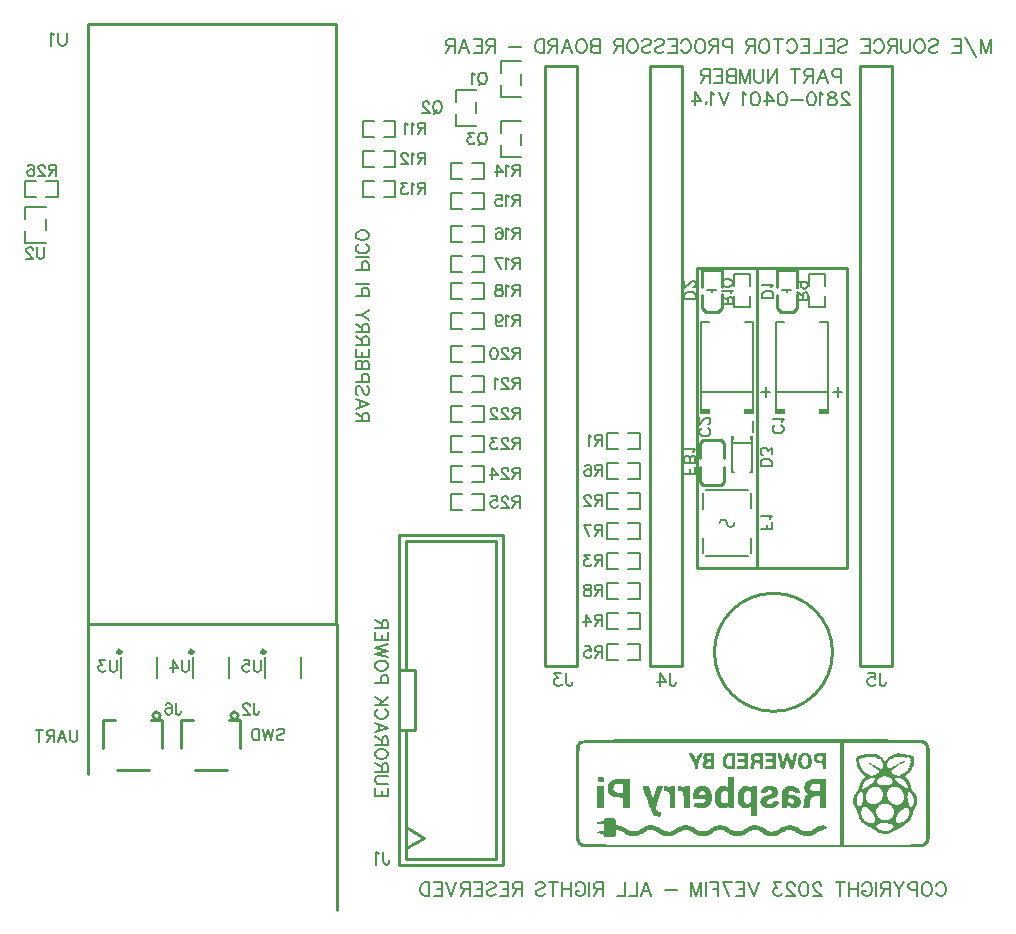
<source format=gbo>
G04 Layer: BottomSilkscreenLayer*
G04 EasyEDA v6.5.29, 2023-07-18 10:02:35*
G04 8a87558a6270435d8ad66e31a1dfd8bf,5a6b42c53f6a479593ecc07194224c93,10*
G04 Gerber Generator version 0.2*
G04 Scale: 100 percent, Rotated: No, Reflected: No *
G04 Dimensions in millimeters *
G04 leading zeros omitted , absolute positions ,4 integer and 5 decimal *
%FSLAX45Y45*%
%MOMM*%

%ADD10C,0.2032*%
%ADD11C,0.2030*%
%ADD12C,0.1524*%
%ADD13C,0.2540*%
%ADD14C,0.1520*%
%ADD15C,0.3000*%
%ADD16C,0.0110*%

%LPD*%
G36*
X5744514Y4355033D02*
G01*
X5478983Y4354626D01*
X5364988Y4354068D01*
X5266334Y4353204D01*
X5192369Y4351985D01*
X5161635Y4351274D01*
X5131511Y4350258D01*
X5108549Y4349242D01*
X5086502Y4347972D01*
X5066436Y4346346D01*
X5053330Y4344924D01*
X5045100Y4343704D01*
X5037023Y4342180D01*
X5028031Y4339793D01*
X5022138Y4337456D01*
X5017922Y4334814D01*
X5016500Y4333595D01*
X5014061Y4330649D01*
X5012588Y4327753D01*
X5008727Y4316526D01*
X5006949Y4312716D01*
X4992065Y4287367D01*
X4992065Y3911904D01*
X5021021Y3911904D01*
X5021275Y4102760D01*
X5021935Y4177385D01*
X5022494Y4206798D01*
X5023256Y4231538D01*
X5024272Y4252010D01*
X5025491Y4268724D01*
X5027066Y4282084D01*
X5028895Y4292498D01*
X5029962Y4296816D01*
X5031130Y4300524D01*
X5033721Y4306519D01*
X5036718Y4310938D01*
X5040172Y4314291D01*
X5044084Y4316933D01*
X5049672Y4320032D01*
X5052974Y4320590D01*
X5073243Y4321606D01*
X5111851Y4322521D01*
X5173014Y4323384D01*
X5255260Y4324096D01*
X5467502Y4325162D01*
X5620308Y4325569D01*
X5952083Y4325975D01*
X7233412Y4326026D01*
X7233412Y3463696D01*
X7262418Y3463696D01*
X7262418Y4326026D01*
X7705191Y4326229D01*
X7822692Y4326890D01*
X7887766Y4327906D01*
X7893558Y4328210D01*
X7898536Y4329125D01*
X7902956Y4329226D01*
X7907832Y4328718D01*
X7913014Y4327652D01*
X7918348Y4326026D01*
X7923784Y4323994D01*
X7929168Y4321556D01*
X7934401Y4318762D01*
X7939328Y4315612D01*
X7943850Y4312259D01*
X7947863Y4308652D01*
X7951774Y4304182D01*
X7954721Y4299813D01*
X7956346Y4296054D01*
X7957769Y4290974D01*
X7958937Y4283964D01*
X7959953Y4274413D01*
X7960817Y4261866D01*
X7962036Y4225239D01*
X7962747Y4169460D01*
X7963052Y4089908D01*
X7963103Y3780129D01*
X7962849Y3678072D01*
X7962341Y3611118D01*
X7961528Y3563010D01*
X7960969Y3545027D01*
X7959496Y3518966D01*
X7958531Y3510127D01*
X7957464Y3503472D01*
X7956245Y3498646D01*
X7954873Y3495192D01*
X7952740Y3491839D01*
X7947710Y3485337D01*
X7945577Y3483051D01*
X7943189Y3480917D01*
X7940548Y3478936D01*
X7937550Y3477158D01*
X7934096Y3475482D01*
X7930083Y3473958D01*
X7925511Y3472586D01*
X7920228Y3471316D01*
X7907324Y3469182D01*
X7890713Y3467506D01*
X7869783Y3466185D01*
X7843875Y3465220D01*
X7812328Y3464509D01*
X7729931Y3463848D01*
X7677759Y3463696D01*
X5626557Y3463747D01*
X5410911Y3464153D01*
X5293055Y3464864D01*
X5203494Y3465982D01*
X5138216Y3467709D01*
X5113426Y3468827D01*
X5093157Y3470097D01*
X5073446Y3471976D01*
X5065674Y3473043D01*
X5054600Y3475177D01*
X5047538Y3477361D01*
X5044135Y3478784D01*
X5040985Y3480714D01*
X5039309Y3482035D01*
X5036362Y3485337D01*
X5030114Y3495852D01*
X5028590Y3499154D01*
X5027269Y3503574D01*
X5026101Y3509518D01*
X5025085Y3517493D01*
X5024221Y3527856D01*
X5023459Y3541115D01*
X5022342Y3578047D01*
X5021630Y3631793D01*
X5021224Y3705860D01*
X5021021Y3911904D01*
X4992065Y3911904D01*
X4992268Y3701287D01*
X4992674Y3625697D01*
X4993386Y3571494D01*
X4994605Y3534714D01*
X4995367Y3521557D01*
X4996332Y3511296D01*
X4997450Y3503320D01*
X4998720Y3497224D01*
X5000193Y3492500D01*
X5001869Y3488537D01*
X5005374Y3482441D01*
X5008473Y3477869D01*
X5012080Y3473246D01*
X5015992Y3468674D01*
X5020157Y3464255D01*
X5024374Y3460191D01*
X5028590Y3456584D01*
X5032654Y3453536D01*
X5051704Y3440531D01*
X7264857Y3440734D01*
X7544917Y3441141D01*
X7668158Y3441547D01*
X7753502Y3442106D01*
X7822387Y3442817D01*
X7876895Y3443935D01*
X7910728Y3445205D01*
X7922463Y3445967D01*
X7933740Y3447135D01*
X7939582Y3448100D01*
X7944205Y3449269D01*
X7947406Y3450539D01*
X7949488Y3451656D01*
X7954213Y3454755D01*
X7958429Y3458006D01*
X7962696Y3461715D01*
X7966913Y3465728D01*
X7970926Y3469944D01*
X7974634Y3474212D01*
X7977886Y3478428D01*
X7982102Y3485032D01*
X7983474Y3487724D01*
X7985455Y3493211D01*
X7986775Y3499104D01*
X7987944Y3506927D01*
X7988909Y3517239D01*
X7989722Y3530600D01*
X7990382Y3547567D01*
X7991297Y3594557D01*
X7991805Y3662629D01*
X7992059Y3814064D01*
X7991957Y4100982D01*
X7991551Y4178096D01*
X7990789Y4232503D01*
X7989570Y4268520D01*
X7988706Y4281068D01*
X7987690Y4290720D01*
X7986471Y4297984D01*
X7985048Y4303471D01*
X7983474Y4307738D01*
X7981594Y4311345D01*
X7977886Y4317085D01*
X7974634Y4321251D01*
X7970926Y4325518D01*
X7966913Y4329734D01*
X7962696Y4333748D01*
X7958429Y4337456D01*
X7954213Y4340707D01*
X7947659Y4344822D01*
X7945170Y4345889D01*
X7941411Y4347006D01*
X7933181Y4348429D01*
X7922615Y4349496D01*
X7909255Y4350359D01*
X7878572Y4351528D01*
X7833969Y4352442D01*
X7772450Y4353204D01*
X7691170Y4353814D01*
X7587081Y4354220D01*
X7381951Y4354626D01*
X7096099Y4354830D01*
G37*
G36*
X6938873Y4242663D02*
G01*
X6932574Y4242562D01*
X6926224Y4241850D01*
X6919925Y4240530D01*
X6913778Y4238548D01*
X6907834Y4236008D01*
X6902196Y4232808D01*
X6896912Y4229100D01*
X6892036Y4224782D01*
X6887718Y4220210D01*
X6884365Y4215790D01*
X6881774Y4211218D01*
X6879844Y4206087D01*
X6878574Y4200042D01*
X6877761Y4192778D01*
X6877354Y4183837D01*
X6877292Y4177182D01*
X6904024Y4177182D01*
X6904380Y4182821D01*
X6905091Y4188307D01*
X6906209Y4193540D01*
X6907682Y4198518D01*
X6909511Y4203090D01*
X6911746Y4207205D01*
X6914388Y4210812D01*
X6917385Y4213809D01*
X6920788Y4216095D01*
X6928662Y4220159D01*
X6933946Y4221175D01*
X6939534Y4218838D01*
X6948373Y4212844D01*
X6951929Y4210050D01*
X6954824Y4207052D01*
X6957059Y4203649D01*
X6958736Y4199636D01*
X6959955Y4194810D01*
X6960717Y4188917D01*
X6961124Y4181805D01*
X6961225Y4173220D01*
X6960920Y4164126D01*
X6960057Y4155897D01*
X6958634Y4148582D01*
X6956653Y4142232D01*
X6954164Y4136796D01*
X6951167Y4132427D01*
X6947662Y4129024D01*
X6943750Y4126636D01*
X6939381Y4125315D01*
X6934606Y4125112D01*
X6929424Y4126026D01*
X6923887Y4128058D01*
X6920331Y4130141D01*
X6917131Y4132935D01*
X6914235Y4136339D01*
X6911746Y4140301D01*
X6909562Y4144772D01*
X6907733Y4149648D01*
X6906310Y4154779D01*
X6905193Y4160215D01*
X6904431Y4165803D01*
X6904075Y4171492D01*
X6904024Y4177182D01*
X6877292Y4177182D01*
X6877354Y4162298D01*
X6877761Y4153458D01*
X6878574Y4146143D01*
X6879844Y4140047D01*
X6881622Y4134815D01*
X6884060Y4130090D01*
X6887260Y4125620D01*
X6891223Y4121099D01*
X6895998Y4116527D01*
X6901078Y4112564D01*
X6906514Y4109262D01*
X6912152Y4106519D01*
X6917994Y4104436D01*
X6923989Y4103014D01*
X6930085Y4102252D01*
X6936231Y4102150D01*
X6942378Y4102709D01*
X6948474Y4103979D01*
X6954469Y4105910D01*
X6960362Y4108551D01*
X6965950Y4111650D01*
X6970826Y4114850D01*
X6975094Y4118254D01*
X6978700Y4121962D01*
X6981698Y4126077D01*
X6984238Y4130598D01*
X6986219Y4135729D01*
X6987743Y4141470D01*
X6988860Y4147921D01*
X6989622Y4155236D01*
X6990080Y4163415D01*
X6990080Y4181601D01*
X6989673Y4189679D01*
X6988911Y4196842D01*
X6987844Y4203242D01*
X6986422Y4208983D01*
X6984542Y4214063D01*
X6982206Y4218635D01*
X6979412Y4222750D01*
X6976059Y4226509D01*
X6972147Y4229912D01*
X6967677Y4233164D01*
X6962546Y4236262D01*
X6957009Y4238853D01*
X6951218Y4240784D01*
X6945122Y4242054D01*
G37*
G36*
X6866737Y4239768D02*
G01*
X6851802Y4238040D01*
X6847230Y4237278D01*
X6843522Y4235907D01*
X6840474Y4233519D01*
X6837934Y4229760D01*
X6835698Y4224223D01*
X6833514Y4216501D01*
X6831177Y4206189D01*
X6820204Y4149496D01*
X6805015Y4207408D01*
X6801967Y4217720D01*
X6799224Y4225594D01*
X6796633Y4231335D01*
X6793992Y4235246D01*
X6791147Y4237634D01*
X6787896Y4238853D01*
X6784086Y4239209D01*
X6780326Y4238904D01*
X6777126Y4237736D01*
X6774332Y4235500D01*
X6771843Y4231894D01*
X6769404Y4226610D01*
X6766966Y4219397D01*
X6764274Y4209948D01*
X6759346Y4190339D01*
X6755841Y4178198D01*
X6754266Y4173575D01*
X6752742Y4169968D01*
X6751320Y4167378D01*
X6749948Y4165752D01*
X6748627Y4165142D01*
X6747357Y4165498D01*
X6746138Y4166870D01*
X6744919Y4169206D01*
X6743700Y4172559D01*
X6741261Y4182211D01*
X6736334Y4208932D01*
X6734200Y4219143D01*
X6732066Y4226763D01*
X6729730Y4232198D01*
X6726936Y4235805D01*
X6723532Y4237939D01*
X6719316Y4238955D01*
X6714083Y4239209D01*
X6708038Y4238701D01*
X6703923Y4237278D01*
X6701891Y4235043D01*
X6702044Y4231944D01*
X6706463Y4215130D01*
X6712661Y4189018D01*
X6721043Y4152290D01*
X6725869Y4132122D01*
X6727901Y4124756D01*
X6729831Y4118864D01*
X6731660Y4114393D01*
X6733590Y4111091D01*
X6735572Y4108805D01*
X6737858Y4107332D01*
X6740347Y4106519D01*
X6743293Y4106164D01*
X6746697Y4106062D01*
X6751523Y4106316D01*
X6755384Y4107230D01*
X6758584Y4109212D01*
X6761378Y4112768D01*
X6763969Y4118305D01*
X6766610Y4126128D01*
X6773113Y4150614D01*
X6784187Y4195114D01*
X6798665Y4136694D01*
X6801612Y4126026D01*
X6804253Y4118152D01*
X6806844Y4112666D01*
X6809638Y4109161D01*
X6812889Y4107179D01*
X6816852Y4106265D01*
X6821779Y4106062D01*
X6825335Y4106164D01*
X6828332Y4106519D01*
X6830923Y4107383D01*
X6833260Y4108958D01*
X6835343Y4111447D01*
X6837273Y4115054D01*
X6839254Y4120083D01*
X6841286Y4126636D01*
X6845960Y4145381D01*
G37*
G36*
X7072579Y4239209D02*
G01*
X7063536Y4239107D01*
X7055358Y4238752D01*
X7047890Y4238142D01*
X7041235Y4237278D01*
X7035241Y4236110D01*
X7029907Y4234637D01*
X7025284Y4232859D01*
X7021220Y4230674D01*
X7017766Y4228185D01*
X7014870Y4225290D01*
X7012533Y4221988D01*
X7010653Y4218279D01*
X7009282Y4214114D01*
X7008317Y4209491D01*
X7007758Y4204360D01*
X7007555Y4198772D01*
X7007854Y4193692D01*
X7037171Y4193692D01*
X7037476Y4199331D01*
X7039305Y4206341D01*
X7043216Y4210862D01*
X7050125Y4213504D01*
X7061149Y4214926D01*
X7068210Y4215485D01*
X7073544Y4215587D01*
X7077405Y4215130D01*
X7079996Y4213809D01*
X7081621Y4211472D01*
X7082485Y4207865D01*
X7082790Y4202836D01*
X7082840Y4196130D01*
X7082383Y4185056D01*
X7080300Y4178858D01*
X7075474Y4176166D01*
X7066940Y4175607D01*
X7059117Y4176014D01*
X7052564Y4177131D01*
X7047179Y4178960D01*
X7042962Y4181500D01*
X7039864Y4184802D01*
X7037984Y4188866D01*
X7037171Y4193692D01*
X7007854Y4193692D01*
X7007961Y4191863D01*
X7009231Y4185412D01*
X7011263Y4179468D01*
X7014006Y4174032D01*
X7017562Y4169156D01*
X7021779Y4164837D01*
X7026706Y4161129D01*
X7032244Y4158030D01*
X7038441Y4155592D01*
X7045198Y4153814D01*
X7052564Y4152747D01*
X7060488Y4152392D01*
X7067803Y4152341D01*
X7073341Y4151985D01*
X7077354Y4151122D01*
X7079996Y4149445D01*
X7081621Y4146651D01*
X7082485Y4142536D01*
X7082790Y4136847D01*
X7082840Y4129227D01*
X7083298Y4116832D01*
X7085228Y4109821D01*
X7089597Y4106773D01*
X7097318Y4106062D01*
X7111796Y4106062D01*
X7111796Y4239209D01*
G37*
G36*
X6639356Y4239209D02*
G01*
X6613042Y4238853D01*
X6604406Y4238345D01*
X6598310Y4237532D01*
X6594348Y4236212D01*
X6592163Y4234434D01*
X6591401Y4232097D01*
X6591655Y4229049D01*
X6592519Y4226306D01*
X6594094Y4224020D01*
X6596532Y4222140D01*
X6599986Y4220667D01*
X6604558Y4219448D01*
X6610502Y4218533D01*
X6617868Y4217771D01*
X6637121Y4216603D01*
X6645097Y4215892D01*
X6650939Y4214926D01*
X6655053Y4213606D01*
X6657695Y4211675D01*
X6659219Y4209135D01*
X6659930Y4205681D01*
X6660083Y4201312D01*
X6659930Y4196892D01*
X6659321Y4193540D01*
X6658000Y4191000D01*
X6655663Y4189272D01*
X6652056Y4188104D01*
X6646976Y4187494D01*
X6640068Y4187190D01*
X6622643Y4187037D01*
X6615988Y4186732D01*
X6610908Y4186072D01*
X6607200Y4185056D01*
X6604711Y4183583D01*
X6603136Y4181551D01*
X6602374Y4178909D01*
X6602171Y4175556D01*
X6602374Y4172153D01*
X6603136Y4169511D01*
X6604711Y4167479D01*
X6607200Y4166006D01*
X6610908Y4164990D01*
X6615988Y4164329D01*
X6622643Y4164025D01*
X6640474Y4163923D01*
X6647535Y4163618D01*
X6652666Y4162958D01*
X6656171Y4161637D01*
X6658356Y4159605D01*
X6659524Y4156557D01*
X6659981Y4152392D01*
X6659981Y4141368D01*
X6659473Y4137151D01*
X6658152Y4134053D01*
X6655663Y4131868D01*
X6651650Y4130344D01*
X6645757Y4129379D01*
X6637578Y4128668D01*
X6617868Y4127500D01*
X6610502Y4126788D01*
X6604558Y4125823D01*
X6599986Y4124604D01*
X6596532Y4123131D01*
X6594094Y4121251D01*
X6592519Y4118965D01*
X6591655Y4116222D01*
X6591401Y4113174D01*
X6592163Y4110837D01*
X6594348Y4109059D01*
X6598310Y4107789D01*
X6604406Y4106926D01*
X6613042Y4106418D01*
X6639356Y4106062D01*
X6689039Y4106062D01*
X6689039Y4239209D01*
G37*
G36*
X6540957Y4239209D02*
G01*
X6525361Y4238752D01*
X6510934Y4237532D01*
X6499352Y4235704D01*
X6495135Y4234586D01*
X6492189Y4233468D01*
X6488582Y4230979D01*
X6485382Y4227677D01*
X6482638Y4223766D01*
X6480352Y4219295D01*
X6478625Y4214469D01*
X6477406Y4209440D01*
X6476746Y4204258D01*
X6476720Y4201668D01*
X6505956Y4201668D01*
X6507124Y4206646D01*
X6509918Y4210710D01*
X6514846Y4213656D01*
X6521653Y4215434D01*
X6530390Y4216044D01*
X6541007Y4215587D01*
X6546951Y4213301D01*
X6549491Y4208119D01*
X6550050Y4198670D01*
X6549491Y4189526D01*
X6547205Y4184294D01*
X6542125Y4181906D01*
X6533388Y4181297D01*
X6526479Y4181856D01*
X6520383Y4183379D01*
X6515201Y4185767D01*
X6511035Y4188866D01*
X6508038Y4192676D01*
X6506311Y4196943D01*
X6505956Y4201668D01*
X6476720Y4201668D01*
X6476695Y4199178D01*
X6477254Y4194251D01*
X6478422Y4189679D01*
X6480251Y4185564D01*
X6486804Y4176928D01*
X6488480Y4172661D01*
X6488023Y4168952D01*
X6485382Y4165346D01*
X6482486Y4160672D01*
X6479540Y4152950D01*
X6476847Y4143146D01*
X6474764Y4132427D01*
X6473494Y4123791D01*
X6472783Y4117340D01*
X6472682Y4112666D01*
X6473444Y4109516D01*
X6475120Y4107535D01*
X6477863Y4106519D01*
X6481876Y4106164D01*
X6487261Y4106062D01*
X6496050Y4106672D01*
X6500977Y4109212D01*
X6503212Y4114952D01*
X6504127Y4133291D01*
X6505397Y4140200D01*
X6507581Y4145889D01*
X6510781Y4150410D01*
X6514896Y4153915D01*
X6520129Y4156303D01*
X6526377Y4157726D01*
X6533794Y4158183D01*
X6538925Y4158081D01*
X6542836Y4157573D01*
X6545681Y4156456D01*
X6547662Y4154373D01*
X6548932Y4151223D01*
X6549644Y4146600D01*
X6549948Y4140352D01*
X6550101Y4124147D01*
X6550406Y4117949D01*
X6551117Y4113377D01*
X6552285Y4110126D01*
X6554063Y4107992D01*
X6556654Y4106773D01*
X6560058Y4106214D01*
X6579006Y4106062D01*
X6579006Y4239209D01*
G37*
G36*
X6405219Y4239209D02*
G01*
X6380073Y4238853D01*
X6371894Y4238345D01*
X6366154Y4237380D01*
X6362344Y4235958D01*
X6360160Y4233926D01*
X6359144Y4231182D01*
X6358890Y4227626D01*
X6359144Y4224223D01*
X6359956Y4221530D01*
X6361582Y4219498D01*
X6364325Y4218025D01*
X6368389Y4217009D01*
X6373977Y4216400D01*
X6400800Y4215993D01*
X6408420Y4215688D01*
X6414058Y4215079D01*
X6417970Y4213961D01*
X6420459Y4212183D01*
X6421882Y4209592D01*
X6422491Y4206138D01*
X6422491Y4197096D01*
X6421882Y4193641D01*
X6420561Y4191050D01*
X6418275Y4189272D01*
X6414719Y4188104D01*
X6409588Y4187444D01*
X6385204Y4187037D01*
X6378549Y4186732D01*
X6373469Y4186072D01*
X6369761Y4185056D01*
X6367221Y4183583D01*
X6365697Y4181551D01*
X6364935Y4178909D01*
X6364681Y4175556D01*
X6364935Y4172153D01*
X6365697Y4169511D01*
X6367221Y4167479D01*
X6369761Y4166006D01*
X6373469Y4164990D01*
X6378549Y4164329D01*
X6385204Y4164025D01*
X6403035Y4163923D01*
X6410147Y4163618D01*
X6415278Y4162958D01*
X6418732Y4161637D01*
X6420916Y4159554D01*
X6422085Y4156456D01*
X6422542Y4152239D01*
X6422542Y4140911D01*
X6422085Y4136644D01*
X6420866Y4133545D01*
X6418529Y4131462D01*
X6414719Y4130192D01*
X6409029Y4129532D01*
X6381343Y4129176D01*
X6373977Y4128871D01*
X6368389Y4128262D01*
X6364325Y4127246D01*
X6361582Y4125772D01*
X6359956Y4123740D01*
X6359144Y4121099D01*
X6358890Y4117644D01*
X6359144Y4114088D01*
X6360160Y4111396D01*
X6362344Y4109313D01*
X6366154Y4107891D01*
X6371894Y4106926D01*
X6380073Y4106418D01*
X6405219Y4106062D01*
X6451549Y4106062D01*
X6451549Y4239209D01*
G37*
G36*
X6306312Y4239209D02*
G01*
X6295745Y4239056D01*
X6287160Y4238650D01*
X6280099Y4237786D01*
X6274206Y4236364D01*
X6269075Y4234230D01*
X6264300Y4231233D01*
X6259474Y4227322D01*
X6254191Y4222292D01*
X6249263Y4217111D01*
X6245352Y4212336D01*
X6242405Y4207611D01*
X6240221Y4202633D01*
X6238748Y4196943D01*
X6237833Y4190339D01*
X6237427Y4182313D01*
X6237274Y4172661D01*
X6266230Y4172661D01*
X6266738Y4181703D01*
X6268008Y4190796D01*
X6269888Y4198823D01*
X6272225Y4204868D01*
X6275933Y4209643D01*
X6281115Y4213148D01*
X6287668Y4215333D01*
X6295390Y4216044D01*
X6312560Y4216044D01*
X6312560Y4129227D01*
X6295390Y4129227D01*
X6290564Y4129532D01*
X6286195Y4130344D01*
X6282232Y4131767D01*
X6278778Y4133748D01*
X6275781Y4136339D01*
X6273190Y4139590D01*
X6271006Y4143400D01*
X6269278Y4147921D01*
X6267958Y4153052D01*
X6266992Y4158894D01*
X6266434Y4165396D01*
X6266230Y4172661D01*
X6237274Y4172661D01*
X6237427Y4162958D01*
X6237833Y4154932D01*
X6238748Y4148328D01*
X6240221Y4142689D01*
X6242405Y4137660D01*
X6245352Y4132935D01*
X6249263Y4128211D01*
X6254191Y4122978D01*
X6259474Y4117949D01*
X6264300Y4114037D01*
X6269075Y4111040D01*
X6274206Y4108907D01*
X6280099Y4107484D01*
X6287160Y4106621D01*
X6295745Y4106214D01*
X6341516Y4106062D01*
X6341516Y4239209D01*
G37*
G36*
X6133490Y4239209D02*
G01*
X6119418Y4238904D01*
X6106464Y4238091D01*
X6096050Y4236923D01*
X6092240Y4236262D01*
X6089650Y4235500D01*
X6084773Y4232757D01*
X6080607Y4228592D01*
X6077204Y4223308D01*
X6074714Y4217212D01*
X6073190Y4210507D01*
X6072682Y4203547D01*
X6072869Y4201566D01*
X6104077Y4201566D01*
X6104737Y4208983D01*
X6107277Y4213402D01*
X6112560Y4215485D01*
X6121450Y4216044D01*
X6130340Y4215485D01*
X6135624Y4213402D01*
X6138164Y4208983D01*
X6138824Y4201566D01*
X6138164Y4194149D01*
X6135624Y4189780D01*
X6130340Y4187647D01*
X6121450Y4187088D01*
X6112560Y4187647D01*
X6107277Y4189780D01*
X6104737Y4194149D01*
X6104077Y4201566D01*
X6072869Y4201566D01*
X6073343Y4196537D01*
X6077407Y4182110D01*
X6077661Y4175302D01*
X6075883Y4168648D01*
X6069126Y4156303D01*
X6067298Y4150918D01*
X6066536Y4145483D01*
X6066942Y4139996D01*
X6067894Y4136440D01*
X6098895Y4136440D01*
X6099352Y4145127D01*
X6101029Y4153306D01*
X6104382Y4158437D01*
X6110376Y4161332D01*
X6119977Y4162856D01*
X6130340Y4163415D01*
X6135979Y4161739D01*
X6138367Y4156659D01*
X6138824Y4146956D01*
X6138316Y4137253D01*
X6135674Y4131919D01*
X6129477Y4129684D01*
X6118148Y4129227D01*
X6106922Y4129633D01*
X6100978Y4131665D01*
X6098895Y4136440D01*
X6067894Y4136440D01*
X6068466Y4134307D01*
X6071108Y4128465D01*
X6074867Y4122470D01*
X6079794Y4116222D01*
X6082538Y4113529D01*
X6085890Y4111345D01*
X6089954Y4109567D01*
X6095034Y4108196D01*
X6101181Y4107230D01*
X6108649Y4106570D01*
X6128156Y4106062D01*
X6167780Y4106062D01*
X6167780Y4239209D01*
G37*
G36*
X5968034Y4239209D02*
G01*
X5962396Y4238904D01*
X5957773Y4238142D01*
X5954623Y4236974D01*
X5953506Y4235551D01*
X5953963Y4233976D01*
X5957468Y4226356D01*
X5963716Y4214012D01*
X5980277Y4183278D01*
X5986627Y4170578D01*
X5991758Y4158894D01*
X5995670Y4148277D01*
X5998311Y4138828D01*
X5999175Y4134561D01*
X5999683Y4130649D01*
X6000292Y4115968D01*
X6002274Y4109618D01*
X6006642Y4106773D01*
X6014313Y4106062D01*
X6018784Y4106214D01*
X6022187Y4106773D01*
X6024727Y4108043D01*
X6026556Y4110177D01*
X6027724Y4113479D01*
X6028385Y4118152D01*
X6028690Y4124451D01*
X6028893Y4137456D01*
X6029248Y4142232D01*
X6030722Y4151680D01*
X6033312Y4161332D01*
X6037173Y4171594D01*
X6039561Y4177080D01*
X6045504Y4188917D01*
X6060389Y4216247D01*
X6065875Y4227068D01*
X6068923Y4233926D01*
X6069330Y4235399D01*
X6068161Y4236872D01*
X6065062Y4238091D01*
X6060440Y4238904D01*
X6054750Y4239209D01*
X6050686Y4238904D01*
X6047079Y4238040D01*
X6043726Y4236364D01*
X6040628Y4233875D01*
X6037529Y4230420D01*
X6034430Y4225899D01*
X6031128Y4220210D01*
X6022340Y4203039D01*
X6017564Y4194759D01*
X6013754Y4189171D01*
X6011418Y4187088D01*
X6009081Y4189171D01*
X6005220Y4194759D01*
X6000445Y4203039D01*
X5991707Y4220210D01*
X5988405Y4225899D01*
X5985306Y4230420D01*
X5982208Y4233875D01*
X5979058Y4236364D01*
X5975756Y4238040D01*
X5972098Y4238904D01*
G37*
G36*
X7734046Y4236516D02*
G01*
X7731506Y4236313D01*
X7694828Y4229557D01*
X7683500Y4226610D01*
X7672882Y4222699D01*
X7667853Y4220413D01*
X7662976Y4217873D01*
X7658303Y4215130D01*
X7653781Y4212132D01*
X7649464Y4208932D01*
X7645349Y4205528D01*
X7641437Y4201922D01*
X7637678Y4198061D01*
X7634173Y4193997D01*
X7627721Y4185259D01*
X7613700Y4163923D01*
X7598003Y4189984D01*
X7595311Y4193743D01*
X7589316Y4200753D01*
X7586065Y4204004D01*
X7578902Y4209999D01*
X7571028Y4215333D01*
X7566812Y4217771D01*
X7557820Y4222089D01*
X7553096Y4224020D01*
X7543139Y4227322D01*
X7532471Y4229963D01*
X7521244Y4231894D01*
X7509408Y4233113D01*
X7496962Y4233621D01*
X7484008Y4233418D01*
X7470495Y4232503D01*
X7456525Y4230827D01*
X7442047Y4228490D01*
X7423962Y4224680D01*
X7404100Y4219752D01*
X7395362Y4217365D01*
X7381646Y4212894D01*
X7377074Y4211066D01*
X7374432Y4209491D01*
X7372603Y4207357D01*
X7371130Y4204309D01*
X7369962Y4200398D01*
X7369149Y4195775D01*
X7368692Y4190542D01*
X7368489Y4184751D01*
X7368615Y4179570D01*
X7392924Y4179570D01*
X7393279Y4185970D01*
X7395311Y4190085D01*
X7399375Y4192270D01*
X7411466Y4193336D01*
X7414920Y4194606D01*
X7416190Y4196689D01*
X7414412Y4202430D01*
X7416393Y4203903D01*
X7421321Y4203903D01*
X7437018Y4201515D01*
X7442758Y4201617D01*
X7446416Y4202785D01*
X7447737Y4205020D01*
X7448600Y4207103D01*
X7451090Y4208221D01*
X7454747Y4208322D01*
X7463993Y4206341D01*
X7467650Y4206494D01*
X7470038Y4207764D01*
X7470902Y4210050D01*
X7471511Y4212640D01*
X7473492Y4213555D01*
X7476947Y4212844D01*
X7487259Y4208170D01*
X7491120Y4207510D01*
X7493762Y4208627D01*
X7495438Y4211472D01*
X7496759Y4214368D01*
X7498232Y4215231D01*
X7500010Y4214164D01*
X7502245Y4211015D01*
X7504734Y4208424D01*
X7508087Y4206849D01*
X7511846Y4206341D01*
X7519720Y4207865D01*
X7524242Y4207510D01*
X7528661Y4206138D01*
X7532420Y4203852D01*
X7535519Y4201668D01*
X7538059Y4200499D01*
X7539786Y4200550D01*
X7540396Y4201769D01*
X7541310Y4202684D01*
X7543800Y4201871D01*
X7547457Y4199483D01*
X7556449Y4192066D01*
X7560157Y4189729D01*
X7562646Y4188917D01*
X7563561Y4189831D01*
X7564424Y4192015D01*
X7566761Y4191660D01*
X7570165Y4189171D01*
X7574330Y4184904D01*
X7578852Y4179315D01*
X7583373Y4172864D01*
X7587538Y4165904D01*
X7590891Y4158843D01*
X7593075Y4153357D01*
X7594650Y4148480D01*
X7595616Y4144060D01*
X7596073Y4139895D01*
X7596031Y4138777D01*
X7629194Y4138777D01*
X7630058Y4146245D01*
X7632242Y4153052D01*
X7635443Y4160418D01*
X7639354Y4167784D01*
X7643672Y4174693D01*
X7647990Y4180586D01*
X7652003Y4184954D01*
X7655356Y4187291D01*
X7659878Y4186834D01*
X7663484Y4188307D01*
X7668006Y4191203D01*
X7677708Y4199178D01*
X7681620Y4201718D01*
X7684211Y4202633D01*
X7685176Y4201769D01*
X7685836Y4200550D01*
X7687665Y4200652D01*
X7690358Y4201922D01*
X7697368Y4206646D01*
X7701432Y4208068D01*
X7705242Y4208322D01*
X7711440Y4206392D01*
X7715250Y4206646D01*
X7719314Y4208068D01*
X7723073Y4210456D01*
X7727035Y4213402D01*
X7729626Y4214418D01*
X7731048Y4213504D01*
X7732115Y4207967D01*
X7734147Y4206951D01*
X7737703Y4207713D01*
X7748422Y4212742D01*
X7752029Y4213555D01*
X7754061Y4212640D01*
X7754670Y4210050D01*
X7755534Y4207764D01*
X7757922Y4206494D01*
X7761579Y4206341D01*
X7770825Y4208322D01*
X7774482Y4208221D01*
X7776972Y4207103D01*
X7777835Y4205020D01*
X7779156Y4202785D01*
X7782814Y4201617D01*
X7788554Y4201515D01*
X7804251Y4203903D01*
X7809179Y4203903D01*
X7811160Y4202430D01*
X7809433Y4196689D01*
X7810957Y4194606D01*
X7814868Y4193336D01*
X7828889Y4192524D01*
X7832547Y4190949D01*
X7832750Y4187444D01*
X7827416Y4175912D01*
X7826705Y4172305D01*
X7827772Y4170375D01*
X7830667Y4169765D01*
X7832750Y4168901D01*
X7832801Y4166565D01*
X7830870Y4162907D01*
X7822793Y4152950D01*
X7820914Y4149344D01*
X7821371Y4147261D01*
X7827009Y4145940D01*
X7827467Y4143857D01*
X7825587Y4140250D01*
X7816646Y4129481D01*
X7814767Y4125874D01*
X7815529Y4123893D01*
X7822234Y4122775D01*
X7823047Y4121404D01*
X7821269Y4119016D01*
X7812989Y4112056D01*
X7809788Y4108704D01*
X7807604Y4105656D01*
X7805674Y4099864D01*
X7802676Y4095242D01*
X7798257Y4090009D01*
X7792974Y4084675D01*
X7787284Y4079646D01*
X7781798Y4075429D01*
X7776870Y4072534D01*
X7773162Y4071467D01*
X7770520Y4070959D01*
X7768844Y4069689D01*
X7768386Y4067810D01*
X7769148Y4065574D01*
X7769453Y4063288D01*
X7767472Y4061460D01*
X7763509Y4060240D01*
X7752181Y4059326D01*
X7747457Y4058107D01*
X7744256Y4056227D01*
X7743088Y4053992D01*
X7742377Y4051300D01*
X7740345Y4049369D01*
X7737094Y4048150D01*
X7732928Y4047642D01*
X7727899Y4047744D01*
X7722209Y4048455D01*
X7716113Y4049725D01*
X7709662Y4051401D01*
X7703159Y4053535D01*
X7696657Y4056075D01*
X7690358Y4058920D01*
X7684465Y4062018D01*
X7679131Y4065371D01*
X7674559Y4068876D01*
X7670901Y4072534D01*
X7668310Y4076242D01*
X7666685Y4079748D01*
X7665923Y4082999D01*
X7666177Y4086199D01*
X7667548Y4089552D01*
X7670139Y4093260D01*
X7674102Y4097629D01*
X7686649Y4109008D01*
X7694472Y4115308D01*
X7704023Y4122420D01*
X7714640Y4129887D01*
X7725816Y4137304D01*
X7736941Y4144314D01*
X7761478Y4158487D01*
X7773009Y4165396D01*
X7782915Y4172000D01*
X7783626Y4172864D01*
X7783169Y4173372D01*
X7781798Y4173372D01*
X7776667Y4172051D01*
X7768793Y4169105D01*
X7758734Y4164837D01*
X7747000Y4159554D01*
X7720939Y4146804D01*
X7695031Y4133138D01*
X7683500Y4126585D01*
X7673695Y4120642D01*
X7666126Y4115511D01*
X7649413Y4103166D01*
X7637983Y4117289D01*
X7633106Y4124451D01*
X7630210Y4131564D01*
X7629194Y4138777D01*
X7596031Y4138777D01*
X7595920Y4135831D01*
X7595260Y4131767D01*
X7593990Y4127398D01*
X7592212Y4122674D01*
X7589062Y4116222D01*
X7585659Y4110939D01*
X7582408Y4107383D01*
X7579664Y4106062D01*
X7577836Y4106468D01*
X7570876Y4109516D01*
X7560513Y4114952D01*
X7547965Y4122115D01*
X7536281Y4129125D01*
X7525054Y4135475D01*
X7512558Y4142232D01*
X7486243Y4155490D01*
X7462418Y4166514D01*
X7453071Y4170476D01*
X7446162Y4172965D01*
X7443876Y4173575D01*
X7442453Y4173728D01*
X7441946Y4173321D01*
X7442708Y4172458D01*
X7448448Y4168394D01*
X7458709Y4161840D01*
X7496454Y4138929D01*
X7507833Y4131462D01*
X7518806Y4123944D01*
X7528814Y4116730D01*
X7537196Y4110278D01*
X7547813Y4101185D01*
X7553198Y4096258D01*
X7556855Y4092244D01*
X7558938Y4088790D01*
X7559548Y4085640D01*
X7558938Y4082389D01*
X7557160Y4078732D01*
X7554366Y4074312D01*
X7551420Y4070604D01*
X7547508Y4066997D01*
X7542834Y4063542D01*
X7537551Y4060342D01*
X7531862Y4057345D01*
X7525816Y4054703D01*
X7519670Y4052366D01*
X7513472Y4050436D01*
X7507478Y4048912D01*
X7501737Y4047896D01*
X7496505Y4047388D01*
X7491831Y4047388D01*
X7487970Y4048048D01*
X7485024Y4049318D01*
X7483144Y4051300D01*
X7482484Y4053992D01*
X7481316Y4056227D01*
X7478115Y4058107D01*
X7473391Y4059326D01*
X7462062Y4060240D01*
X7458100Y4061460D01*
X7456119Y4063288D01*
X7456424Y4065574D01*
X7457186Y4067810D01*
X7456728Y4069689D01*
X7455052Y4070959D01*
X7452410Y4071467D01*
X7448448Y4072585D01*
X7443470Y4075531D01*
X7437932Y4079798D01*
X7432294Y4084980D01*
X7427112Y4090517D01*
X7422794Y4096004D01*
X7419848Y4100931D01*
X7418070Y4107332D01*
X7416241Y4109872D01*
X7413498Y4112209D01*
X7410196Y4113936D01*
X7407046Y4115917D01*
X7405014Y4118813D01*
X7404303Y4122318D01*
X7405827Y4129633D01*
X7405420Y4132427D01*
X7403896Y4134358D01*
X7398867Y4135729D01*
X7397343Y4137660D01*
X7397038Y4140555D01*
X7398969Y4148328D01*
X7399223Y4152595D01*
X7398715Y4156608D01*
X7395870Y4163415D01*
X7394498Y4168292D01*
X7393431Y4173880D01*
X7392924Y4179570D01*
X7368615Y4179570D01*
X7369098Y4171899D01*
X7370876Y4157929D01*
X7373772Y4143552D01*
X7375601Y4136491D01*
X7377684Y4129582D01*
X7380020Y4122928D01*
X7382611Y4116628D01*
X7386523Y4109059D01*
X7391958Y4100372D01*
X7398461Y4091127D01*
X7405674Y4081779D01*
X7413294Y4072890D01*
X7420914Y4064914D01*
X7448042Y4038193D01*
X7433208Y4028440D01*
X7430058Y4026103D01*
X7426858Y4023207D01*
X7423658Y4019753D01*
X7420508Y4015841D01*
X7417409Y4011523D01*
X7411415Y4001770D01*
X7405878Y3990797D01*
X7401001Y3978960D01*
X7396937Y3966667D01*
X7395209Y3960469D01*
X7393787Y3954221D01*
X7392670Y3948074D01*
X7390638Y3939286D01*
X7387691Y3931564D01*
X7387233Y3930802D01*
X7417155Y3930802D01*
X7421168Y3953357D01*
X7422489Y3959555D01*
X7424115Y3965600D01*
X7426147Y3971442D01*
X7428484Y3977030D01*
X7431176Y3982465D01*
X7434275Y3987647D01*
X7437628Y3992626D01*
X7441387Y3997401D01*
X7445451Y4001871D01*
X7449870Y4006189D01*
X7454595Y4010253D01*
X7459675Y4014063D01*
X7464399Y4017010D01*
X7469682Y4019702D01*
X7475372Y4022039D01*
X7481366Y4024071D01*
X7487513Y4025747D01*
X7493609Y4027017D01*
X7499654Y4027830D01*
X7505395Y4028287D01*
X7510729Y4028236D01*
X7515555Y4027728D01*
X7519670Y4026712D01*
X7523022Y4025137D01*
X7525105Y4023309D01*
X7526020Y4021124D01*
X7525562Y4018330D01*
X7523683Y4014774D01*
X7520228Y4010253D01*
X7515098Y4004564D01*
X7509040Y3998417D01*
X7542834Y3998417D01*
X7543190Y4001566D01*
X7544053Y4004767D01*
X7545425Y4008018D01*
X7547356Y4011320D01*
X7549845Y4014622D01*
X7552842Y4017975D01*
X7556398Y4021277D01*
X7560513Y4024629D01*
X7565186Y4027881D01*
X7570470Y4031132D01*
X7576312Y4034332D01*
X7581493Y4036771D01*
X7586776Y4038752D01*
X7592161Y4040327D01*
X7597597Y4041444D01*
X7603032Y4042206D01*
X7608468Y4042562D01*
X7613903Y4042562D01*
X7619238Y4042257D01*
X7624470Y4041597D01*
X7629652Y4040632D01*
X7634630Y4039362D01*
X7639507Y4037837D01*
X7648600Y4034078D01*
X7652766Y4031843D01*
X7656728Y4029405D01*
X7660335Y4026814D01*
X7663688Y4023969D01*
X7696758Y4023969D01*
X7698181Y4026712D01*
X7702042Y4028643D01*
X7707833Y4029862D01*
X7715148Y4030319D01*
X7723378Y4030014D01*
X7732115Y4028897D01*
X7740751Y4027017D01*
X7748879Y4024376D01*
X7754721Y4021734D01*
X7760462Y4018432D01*
X7766050Y4014622D01*
X7771485Y4010355D01*
X7776667Y4005579D01*
X7781493Y4000500D01*
X7786014Y3995064D01*
X7790129Y3989425D01*
X7793786Y3983532D01*
X7796936Y3977589D01*
X7799527Y3971493D01*
X7801508Y3965448D01*
X7803591Y3956405D01*
X7804759Y3948480D01*
X7804962Y3942486D01*
X7804048Y3939387D01*
X7802422Y3938625D01*
X7799984Y3938727D01*
X7796784Y3939641D01*
X7792872Y3941216D01*
X7788351Y3943451D01*
X7777886Y3949649D01*
X7765999Y3957624D01*
X7753350Y3966921D01*
X7740548Y3977030D01*
X7728254Y3987393D01*
X7717129Y3997553D01*
X7712202Y4002379D01*
X7704074Y4011269D01*
X7700975Y4015130D01*
X7698689Y4018635D01*
X7697266Y4021582D01*
X7696758Y4023969D01*
X7663688Y4023969D01*
X7666634Y4021074D01*
X7669174Y4018026D01*
X7671409Y4014825D01*
X7673136Y4011574D01*
X7674457Y4008221D01*
X7675270Y4004818D01*
X7675575Y4001363D01*
X7675372Y3997909D01*
X7674609Y3994404D01*
X7673238Y3990949D01*
X7671308Y3987495D01*
X7668666Y3984091D01*
X7665415Y3980738D01*
X7661452Y3977487D01*
X7657134Y3974592D01*
X7652512Y3972204D01*
X7647431Y3970274D01*
X7641742Y3968750D01*
X7635341Y3967632D01*
X7628026Y3966921D01*
X7619695Y3966514D01*
X7610195Y3966413D01*
X7602677Y3966616D01*
X7595616Y3967073D01*
X7588910Y3967784D01*
X7582662Y3968750D01*
X7576820Y3969969D01*
X7571435Y3971391D01*
X7566507Y3973017D01*
X7561986Y3974846D01*
X7557973Y3976878D01*
X7554366Y3979113D01*
X7551267Y3981500D01*
X7548625Y3983990D01*
X7546492Y3986631D01*
X7544816Y3989425D01*
X7543647Y3992321D01*
X7542987Y3995318D01*
X7542834Y3998417D01*
X7509040Y3998417D01*
X7499299Y3989070D01*
X7489799Y3980484D01*
X7479588Y3971798D01*
X7469124Y3963415D01*
X7459014Y3955846D01*
X7449769Y3949446D01*
X7442047Y3944670D01*
X7417155Y3930802D01*
X7387233Y3930802D01*
X7384237Y3925824D01*
X7380630Y3922776D01*
X7376210Y3919626D01*
X7370419Y3913327D01*
X7364018Y3904843D01*
X7357821Y3895090D01*
X7355027Y3890010D01*
X7352538Y3884777D01*
X7350353Y3879392D01*
X7348423Y3873906D01*
X7346797Y3868318D01*
X7345425Y3862628D01*
X7344409Y3856888D01*
X7343140Y3845356D01*
X7342972Y3837584D01*
X7371689Y3837584D01*
X7371689Y3844188D01*
X7372096Y3850843D01*
X7372959Y3857447D01*
X7374280Y3863848D01*
X7376007Y3870096D01*
X7378242Y3876040D01*
X7380833Y3881628D01*
X7383932Y3886809D01*
X7387437Y3891483D01*
X7392720Y3897376D01*
X7397648Y3902100D01*
X7402271Y3905605D01*
X7406589Y3907942D01*
X7410551Y3909060D01*
X7414209Y3909060D01*
X7417612Y3907840D01*
X7420711Y3905453D01*
X7421727Y3903776D01*
X7422642Y3901186D01*
X7423861Y3893413D01*
X7424420Y3882999D01*
X7424383Y3871620D01*
X7447737Y3871620D01*
X7447991Y3876090D01*
X7448702Y3880815D01*
X7449870Y3885793D01*
X7451394Y3890924D01*
X7455611Y3901389D01*
X7458202Y3906621D01*
X7464196Y3916883D01*
X7467498Y3921810D01*
X7474610Y3930802D01*
X7478369Y3934815D01*
X7482179Y3938422D01*
X7486040Y3941622D01*
X7489952Y3944264D01*
X7494524Y3946702D01*
X7499553Y3948937D01*
X7505039Y3950868D01*
X7510830Y3952494D01*
X7516825Y3953814D01*
X7523022Y3954779D01*
X7529271Y3955389D01*
X7535519Y3955592D01*
X7543444Y3955440D01*
X7549997Y3954932D01*
X7555585Y3953967D01*
X7560360Y3952392D01*
X7564678Y3950106D01*
X7568793Y3947007D01*
X7573009Y3942943D01*
X7577531Y3937812D01*
X7580680Y3933748D01*
X7583474Y3929481D01*
X7585913Y3925112D01*
X7587996Y3920642D01*
X7589723Y3916019D01*
X7591094Y3911346D01*
X7592161Y3906570D01*
X7592872Y3901744D01*
X7593228Y3896868D01*
X7593296Y3891127D01*
X7629296Y3891127D01*
X7629398Y3896156D01*
X7629804Y3901135D01*
X7630617Y3906012D01*
X7631684Y3910837D01*
X7633157Y3915562D01*
X7635036Y3920185D01*
X7637221Y3924655D01*
X7639812Y3928922D01*
X7642809Y3933037D01*
X7646162Y3937000D01*
X7649921Y3940708D01*
X7654340Y3944061D01*
X7659471Y3946956D01*
X7665161Y3949344D01*
X7671358Y3951224D01*
X7677861Y3952544D01*
X7684668Y3953306D01*
X7691628Y3953560D01*
X7698587Y3953256D01*
X7705445Y3952341D01*
X7712151Y3950919D01*
X7718552Y3948887D01*
X7724495Y3946245D01*
X7729778Y3943350D01*
X7734757Y3940251D01*
X7739430Y3936847D01*
X7743799Y3933240D01*
X7747863Y3929430D01*
X7751572Y3925468D01*
X7755026Y3921353D01*
X7758175Y3917035D01*
X7761071Y3912615D01*
X7763611Y3908094D01*
X7765897Y3903421D01*
X7767878Y3898696D01*
X7769555Y3893921D01*
X7772044Y3884269D01*
X7773416Y3874515D01*
X7773670Y3869537D01*
X7801965Y3869537D01*
X7802727Y3883456D01*
X7803438Y3890060D01*
X7804403Y3895547D01*
X7805572Y3899865D01*
X7807045Y3903218D01*
X7808772Y3905656D01*
X7810855Y3907231D01*
X7813294Y3908094D01*
X7816748Y3907993D01*
X7820659Y3906621D01*
X7824825Y3904132D01*
X7829194Y3900627D01*
X7833614Y3896258D01*
X7837982Y3891229D01*
X7842148Y3885641D01*
X7846059Y3879646D01*
X7849565Y3873398D01*
X7852511Y3866997D01*
X7854848Y3860698D01*
X7856372Y3854551D01*
X7857185Y3848303D01*
X7857439Y3841851D01*
X7857083Y3835247D01*
X7856270Y3828542D01*
X7855000Y3821988D01*
X7853324Y3815537D01*
X7851292Y3809390D01*
X7848955Y3803650D01*
X7846314Y3798417D01*
X7843520Y3793744D01*
X7840522Y3789781D01*
X7837424Y3786682D01*
X7834274Y3784447D01*
X7831124Y3783279D01*
X7827975Y3783228D01*
X7824876Y3784447D01*
X7822793Y3786276D01*
X7820659Y3789070D01*
X7818526Y3792778D01*
X7816392Y3797300D01*
X7812328Y3808222D01*
X7808671Y3821125D01*
X7805623Y3835095D01*
X7803388Y3849370D01*
X7802625Y3856380D01*
X7801965Y3869537D01*
X7773670Y3869537D01*
X7773670Y3864864D01*
X7773365Y3860088D01*
X7772755Y3855415D01*
X7771892Y3850843D01*
X7770774Y3846322D01*
X7769352Y3841953D01*
X7767675Y3837736D01*
X7765745Y3833672D01*
X7761071Y3826103D01*
X7758277Y3822598D01*
X7755280Y3819347D01*
X7752029Y3816299D01*
X7748473Y3813556D01*
X7744714Y3811066D01*
X7740650Y3808882D01*
X7736331Y3806951D01*
X7731810Y3805428D01*
X7726984Y3804208D01*
X7721904Y3803345D01*
X7716621Y3802887D01*
X7711033Y3802786D01*
X7705496Y3803142D01*
X7700060Y3803853D01*
X7694726Y3804970D01*
X7689596Y3806494D01*
X7684566Y3808323D01*
X7679740Y3810508D01*
X7675067Y3812997D01*
X7670596Y3815791D01*
X7666278Y3818890D01*
X7662164Y3822192D01*
X7658252Y3825798D01*
X7654544Y3829608D01*
X7647838Y3837787D01*
X7644790Y3842156D01*
X7639507Y3851300D01*
X7637221Y3856075D01*
X7635240Y3860952D01*
X7633512Y3865879D01*
X7630922Y3875938D01*
X7630058Y3881018D01*
X7629550Y3886047D01*
X7629296Y3891127D01*
X7593296Y3891127D01*
X7593126Y3887012D01*
X7591806Y3877208D01*
X7590688Y3872331D01*
X7589316Y3867505D01*
X7587691Y3862730D01*
X7585811Y3858056D01*
X7583678Y3853484D01*
X7578699Y3844696D01*
X7572806Y3836415D01*
X7566050Y3828897D01*
X7562392Y3825392D01*
X7558531Y3822141D01*
X7554518Y3819144D01*
X7550302Y3816350D01*
X7545933Y3813860D01*
X7541412Y3811625D01*
X7536738Y3809695D01*
X7531912Y3808120D01*
X7526934Y3806850D01*
X7521854Y3805885D01*
X7516672Y3805326D01*
X7511389Y3805123D01*
X7504988Y3805478D01*
X7498791Y3806545D01*
X7492796Y3808222D01*
X7486954Y3810508D01*
X7481417Y3813352D01*
X7476185Y3816756D01*
X7471257Y3820617D01*
X7466685Y3824935D01*
X7462520Y3829710D01*
X7458811Y3834841D01*
X7455560Y3840327D01*
X7452868Y3846118D01*
X7450683Y3852214D01*
X7449058Y3858514D01*
X7448042Y3864965D01*
X7447737Y3871620D01*
X7424383Y3871620D01*
X7424064Y3864152D01*
X7423099Y3850640D01*
X7421524Y3837330D01*
X7419390Y3824986D01*
X7418120Y3819448D01*
X7415885Y3811168D01*
X7413599Y3804056D01*
X7411262Y3798163D01*
X7408824Y3793490D01*
X7406335Y3789934D01*
X7403744Y3787597D01*
X7401001Y3786378D01*
X7398105Y3786276D01*
X7395006Y3787343D01*
X7391755Y3789476D01*
X7388301Y3792728D01*
X7384592Y3797046D01*
X7381392Y3801668D01*
X7378649Y3806850D01*
X7376312Y3812438D01*
X7374483Y3818331D01*
X7373112Y3824579D01*
X7372197Y3830980D01*
X7371689Y3837584D01*
X7342972Y3837584D01*
X7343444Y3828186D01*
X7344105Y3822598D01*
X7345070Y3817112D01*
X7346340Y3811778D01*
X7347864Y3806545D01*
X7349693Y3801516D01*
X7351826Y3796690D01*
X7354265Y3792067D01*
X7359853Y3782872D01*
X7363002Y3776929D01*
X7366253Y3770071D01*
X7369505Y3762552D01*
X7375652Y3746398D01*
X7378645Y3737254D01*
X7410703Y3737254D01*
X7411059Y3744468D01*
X7411872Y3751529D01*
X7413142Y3758285D01*
X7414768Y3764584D01*
X7416800Y3770274D01*
X7419136Y3775252D01*
X7421829Y3779316D01*
X7424775Y3782364D01*
X7427975Y3784295D01*
X7434681Y3786682D01*
X7438085Y3787546D01*
X7443012Y3786174D01*
X7447991Y3784244D01*
X7453020Y3781907D01*
X7458049Y3779164D01*
X7463028Y3776014D01*
X7468006Y3772458D01*
X7472934Y3768598D01*
X7477759Y3764432D01*
X7482484Y3760012D01*
X7491577Y3750411D01*
X7496082Y3745026D01*
X7534402Y3745026D01*
X7534859Y3749954D01*
X7535773Y3754780D01*
X7537246Y3759606D01*
X7539228Y3764381D01*
X7541717Y3769156D01*
X7544765Y3773932D01*
X7548372Y3778758D01*
X7552436Y3783584D01*
X7557109Y3788460D01*
X7564170Y3795369D01*
X7570216Y3800703D01*
X7575651Y3804665D01*
X7581036Y3807460D01*
X7586878Y3809288D01*
X7593584Y3810304D01*
X7601661Y3810812D01*
X7611668Y3810914D01*
X7618628Y3810711D01*
X7625283Y3810152D01*
X7631582Y3809187D01*
X7637627Y3807815D01*
X7643368Y3806037D01*
X7648752Y3803904D01*
X7653832Y3801414D01*
X7658608Y3798468D01*
X7663078Y3795217D01*
X7667193Y3791508D01*
X7671003Y3787495D01*
X7674508Y3783025D01*
X7677708Y3778250D01*
X7680553Y3773068D01*
X7683042Y3767480D01*
X7685227Y3761536D01*
X7686649Y3756710D01*
X7687716Y3751935D01*
X7688427Y3747262D01*
X7688783Y3742690D01*
X7688783Y3738219D01*
X7688478Y3733901D01*
X7687818Y3729634D01*
X7686903Y3725519D01*
X7685735Y3721506D01*
X7682484Y3713835D01*
X7680502Y3710228D01*
X7678267Y3706723D01*
X7675829Y3703421D01*
X7670292Y3697173D01*
X7667244Y3694277D01*
X7660640Y3688994D01*
X7653375Y3684422D01*
X7645653Y3680561D01*
X7641640Y3678885D01*
X7633309Y3676192D01*
X7629042Y3675126D01*
X7620355Y3673652D01*
X7615986Y3673246D01*
X7607147Y3673094D01*
X7598409Y3673906D01*
X7589723Y3675634D01*
X7581290Y3678377D01*
X7577175Y3680155D01*
X7569301Y3684473D01*
X7565491Y3687064D01*
X7561834Y3689908D01*
X7558328Y3693007D01*
X7554975Y3696462D01*
X7551775Y3700170D01*
X7548778Y3704183D01*
X7545933Y3708501D01*
X7542784Y3714038D01*
X7540091Y3719474D01*
X7537907Y3724757D01*
X7536281Y3729990D01*
X7535164Y3735070D01*
X7534503Y3740099D01*
X7534402Y3745026D01*
X7496082Y3745026D01*
X7503871Y3734714D01*
X7507579Y3729228D01*
X7514132Y3718153D01*
X7517028Y3712565D01*
X7519568Y3707028D01*
X7521803Y3701542D01*
X7523683Y3696157D01*
X7525156Y3690874D01*
X7526274Y3685692D01*
X7526934Y3680764D01*
X7527188Y3675989D01*
X7527039Y3672687D01*
X7704074Y3672687D01*
X7704277Y3679037D01*
X7705191Y3686200D01*
X7706207Y3691839D01*
X7707579Y3697325D01*
X7709255Y3702710D01*
X7711236Y3707993D01*
X7713472Y3713175D01*
X7716012Y3718204D01*
X7718856Y3723132D01*
X7722006Y3727958D01*
X7725409Y3732631D01*
X7729118Y3737152D01*
X7733080Y3741572D01*
X7741869Y3749903D01*
X7751724Y3757625D01*
X7757058Y3761232D01*
X7766405Y3766972D01*
X7774635Y3771239D01*
X7781899Y3774033D01*
X7788351Y3775456D01*
X7794142Y3775405D01*
X7799476Y3774033D01*
X7804454Y3771239D01*
X7809280Y3767124D01*
X7812278Y3763619D01*
X7814716Y3759860D01*
X7816646Y3755745D01*
X7818018Y3751376D01*
X7818932Y3746754D01*
X7819339Y3741928D01*
X7819288Y3736949D01*
X7818780Y3731818D01*
X7817866Y3726586D01*
X7816545Y3721252D01*
X7814818Y3715918D01*
X7812684Y3710533D01*
X7810246Y3705199D01*
X7807452Y3699916D01*
X7804403Y3694734D01*
X7801000Y3689705D01*
X7797292Y3684778D01*
X7793380Y3680053D01*
X7789214Y3675583D01*
X7784795Y3671315D01*
X7780223Y3667404D01*
X7775397Y3663746D01*
X7770469Y3660495D01*
X7765338Y3657600D01*
X7760106Y3655110D01*
X7754772Y3653078D01*
X7749336Y3651554D01*
X7743799Y3650538D01*
X7735976Y3649726D01*
X7729118Y3649522D01*
X7723124Y3649979D01*
X7717993Y3651046D01*
X7713725Y3652824D01*
X7710271Y3655263D01*
X7707579Y3658463D01*
X7705699Y3662426D01*
X7704531Y3667150D01*
X7704074Y3672687D01*
X7527039Y3672687D01*
X7526274Y3667251D01*
X7525105Y3663289D01*
X7523429Y3659682D01*
X7521346Y3656533D01*
X7518958Y3653790D01*
X7516266Y3651504D01*
X7513218Y3649675D01*
X7509916Y3648252D01*
X7506411Y3647186D01*
X7502652Y3646576D01*
X7498689Y3646271D01*
X7494574Y3646373D01*
X7490307Y3646830D01*
X7485888Y3647592D01*
X7481417Y3648710D01*
X7476845Y3650132D01*
X7467701Y3653840D01*
X7458506Y3658717D01*
X7454036Y3661511D01*
X7445298Y3667912D01*
X7437170Y3675126D01*
X7433360Y3679037D01*
X7429753Y3683152D01*
X7426401Y3687419D01*
X7423353Y3691839D01*
X7420559Y3696411D01*
X7418070Y3701084D01*
X7415936Y3705961D01*
X7414158Y3710889D01*
X7412786Y3715918D01*
X7411567Y3722827D01*
X7410856Y3729990D01*
X7410703Y3737254D01*
X7378645Y3737254D01*
X7383018Y3722573D01*
X7388504Y3706469D01*
X7394651Y3691331D01*
X7400594Y3678986D01*
X7403287Y3674465D01*
X7405370Y3671620D01*
X7411313Y3665016D01*
X7419340Y3657498D01*
X7429042Y3649370D01*
X7439964Y3640836D01*
X7451750Y3632250D01*
X7466830Y3622090D01*
X7538618Y3622090D01*
X7539431Y3625291D01*
X7541259Y3628339D01*
X7544003Y3631234D01*
X7547660Y3633978D01*
X7551724Y3636416D01*
X7556195Y3638550D01*
X7561021Y3640429D01*
X7566152Y3642055D01*
X7571536Y3643426D01*
X7582916Y3645458D01*
X7588910Y3646119D01*
X7601102Y3646728D01*
X7613497Y3646525D01*
X7625791Y3645560D01*
X7637627Y3643833D01*
X7648752Y3641394D01*
X7653934Y3639972D01*
X7663434Y3636619D01*
X7667650Y3634740D01*
X7671460Y3632758D01*
X7674864Y3630625D01*
X7677759Y3628339D01*
X7680147Y3626002D01*
X7681975Y3623513D01*
X7683246Y3620973D01*
X7683855Y3618280D01*
X7683855Y3615537D01*
X7683093Y3612743D01*
X7681671Y3609848D01*
X7678521Y3605580D01*
X7674813Y3601618D01*
X7670546Y3597960D01*
X7665720Y3594608D01*
X7660487Y3591610D01*
X7654848Y3588918D01*
X7648854Y3586581D01*
X7642606Y3584600D01*
X7636154Y3583025D01*
X7629448Y3581755D01*
X7622692Y3580892D01*
X7615885Y3580384D01*
X7609027Y3580282D01*
X7602220Y3580637D01*
X7595514Y3581349D01*
X7589012Y3582517D01*
X7582712Y3584092D01*
X7576667Y3586124D01*
X7570927Y3588613D01*
X7565593Y3591509D01*
X7558938Y3595878D01*
X7553198Y3600043D01*
X7548422Y3604107D01*
X7544562Y3607968D01*
X7541666Y3611727D01*
X7539685Y3615334D01*
X7538669Y3618788D01*
X7538618Y3622090D01*
X7466830Y3622090D01*
X7476286Y3616147D01*
X7488174Y3609136D01*
X7499350Y3603244D01*
X7508240Y3599078D01*
X7517993Y3593744D01*
X7529830Y3586784D01*
X7542225Y3579012D01*
X7553909Y3571341D01*
X7564018Y3565347D01*
X7568641Y3563010D01*
X7573162Y3561130D01*
X7577632Y3559657D01*
X7582255Y3558438D01*
X7587132Y3557574D01*
X7592415Y3556965D01*
X7604709Y3556406D01*
X7621574Y3556558D01*
X7630159Y3557117D01*
X7637881Y3558032D01*
X7644892Y3559403D01*
X7651496Y3561334D01*
X7657846Y3563772D01*
X7664196Y3566820D01*
X7687462Y3580485D01*
X7737043Y3608781D01*
X7750200Y3616655D01*
X7762595Y3624427D01*
X7774228Y3632047D01*
X7784947Y3639464D01*
X7794650Y3646576D01*
X7803337Y3653332D01*
X7810906Y3659682D01*
X7817205Y3665575D01*
X7822234Y3670909D01*
X7825841Y3675684D01*
X7829143Y3682136D01*
X7834223Y3694328D01*
X7839964Y3709517D01*
X7845552Y3725926D01*
X7850733Y3742029D01*
X7856220Y3757676D01*
X7861706Y3771544D01*
X7864195Y3777284D01*
X7866481Y3781907D01*
X7871459Y3790238D01*
X7874152Y3795369D01*
X7876590Y3800601D01*
X7878673Y3805986D01*
X7880451Y3811422D01*
X7881924Y3816959D01*
X7883093Y3822598D01*
X7883906Y3828237D01*
X7884414Y3833926D01*
X7884566Y3845306D01*
X7884159Y3850995D01*
X7883448Y3856634D01*
X7882432Y3862222D01*
X7881112Y3867759D01*
X7879486Y3873195D01*
X7877606Y3878529D01*
X7875371Y3883761D01*
X7872882Y3888892D01*
X7870088Y3893820D01*
X7866989Y3898646D01*
X7863636Y3903218D01*
X7859928Y3907637D01*
X7851394Y3916781D01*
X7847330Y3921810D01*
X7843723Y3926992D01*
X7840624Y3932377D01*
X7838033Y3937965D01*
X7835849Y3943756D01*
X7834122Y3949852D01*
X7831378Y3964178D01*
X7829651Y3971645D01*
X7827721Y3978605D01*
X7825536Y3985107D01*
X7823047Y3991254D01*
X7820253Y3997045D01*
X7817103Y4002532D01*
X7813649Y4007713D01*
X7809788Y4012641D01*
X7805572Y4017416D01*
X7800898Y4022039D01*
X7795818Y4026560D01*
X7778597Y4041038D01*
X7803184Y4062374D01*
X7808315Y4067048D01*
X7813446Y4072128D01*
X7823200Y4082846D01*
X7827518Y4088180D01*
X7831328Y4093311D01*
X7834426Y4097985D01*
X7836763Y4102150D01*
X7844332Y4117848D01*
X7850124Y4130548D01*
X7854340Y4141114D01*
X7857185Y4150360D01*
X7858201Y4154728D01*
X7858963Y4159148D01*
X7859775Y4168292D01*
X7859928Y4178706D01*
X7859623Y4191203D01*
X7858963Y4198162D01*
X7858252Y4201109D01*
X7857134Y4203801D01*
X7855559Y4206240D01*
X7853324Y4208475D01*
X7850479Y4210558D01*
X7846822Y4212539D01*
X7842250Y4214469D01*
X7836763Y4216400D01*
X7822438Y4220362D01*
X7803032Y4224883D01*
X7777835Y4230268D01*
X7762544Y4233164D01*
X7748727Y4235297D01*
X7737856Y4236415D01*
G37*
G36*
X6283604Y4036618D02*
G01*
X6283604Y3943400D01*
X6270752Y3952392D01*
X6266535Y3955034D01*
X6262065Y3957167D01*
X6257391Y3958844D01*
X6252616Y3960063D01*
X6247638Y3960825D01*
X6242608Y3961129D01*
X6237528Y3961028D01*
X6232398Y3960469D01*
X6227318Y3959555D01*
X6222238Y3958234D01*
X6217259Y3956507D01*
X6212382Y3954373D01*
X6207607Y3951884D01*
X6203035Y3949090D01*
X6198717Y3945890D01*
X6194602Y3942384D01*
X6190742Y3938524D01*
X6187236Y3934358D01*
X6184036Y3929887D01*
X6181242Y3925112D01*
X6179312Y3920947D01*
X6177584Y3916222D01*
X6176060Y3911041D01*
X6174740Y3905351D01*
X6172708Y3893007D01*
X6171488Y3879596D01*
X6171184Y3872687D01*
X6171191Y3861714D01*
X6220968Y3861714D01*
X6221171Y3868623D01*
X6221730Y3875582D01*
X6222542Y3882491D01*
X6223660Y3889095D01*
X6225032Y3895344D01*
X6226657Y3901084D01*
X6228486Y3906113D01*
X6230518Y3910380D01*
X6232702Y3913632D01*
X6236411Y3916679D01*
X6241542Y3918864D01*
X6247587Y3920185D01*
X6254140Y3920642D01*
X6260744Y3920286D01*
X6267043Y3919016D01*
X6272479Y3916934D01*
X6276644Y3913936D01*
X6278168Y3911650D01*
X6279489Y3908044D01*
X6280658Y3903167D01*
X6281674Y3897172D01*
X6282486Y3890213D01*
X6283502Y3873804D01*
X6283553Y3851401D01*
X6283248Y3841140D01*
X6282588Y3833368D01*
X6281470Y3827627D01*
X6279642Y3823411D01*
X6277102Y3820363D01*
X6273647Y3817924D01*
X6269126Y3815638D01*
X6263690Y3813606D01*
X6258356Y3812387D01*
X6253226Y3812032D01*
X6248298Y3812489D01*
X6243624Y3813708D01*
X6239306Y3815740D01*
X6235344Y3818483D01*
X6231788Y3821988D01*
X6228689Y3826103D01*
X6226048Y3830929D01*
X6223965Y3836415D01*
X6222492Y3842512D01*
X6221577Y3848455D01*
X6221120Y3854907D01*
X6220968Y3861714D01*
X6171191Y3861714D01*
X6171590Y3851808D01*
X6172809Y3838448D01*
X6174892Y3826001D01*
X6176264Y3820312D01*
X6177838Y3815079D01*
X6179566Y3810304D01*
X6181547Y3806139D01*
X6184493Y3801160D01*
X6187897Y3796588D01*
X6191758Y3792372D01*
X6195974Y3788511D01*
X6200546Y3785057D01*
X6205372Y3781958D01*
X6210452Y3779316D01*
X6215735Y3777081D01*
X6221171Y3775252D01*
X6226759Y3773881D01*
X6232347Y3772915D01*
X6237986Y3772458D01*
X6243624Y3772408D01*
X6249212Y3772865D01*
X6254699Y3773779D01*
X6259982Y3775151D01*
X6265113Y3777081D01*
X6269990Y3779469D01*
X6274612Y3782415D01*
X6284671Y3790797D01*
X6287820Y3792474D01*
X6289141Y3790797D01*
X6289395Y3785768D01*
X6290564Y3781196D01*
X6294374Y3778250D01*
X6301486Y3776675D01*
X6312560Y3776218D01*
X6335725Y3776218D01*
X6335725Y4036618D01*
G37*
G36*
X5194401Y4036618D02*
G01*
X5187899Y4036314D01*
X5183276Y4035602D01*
X5180279Y4034231D01*
X5178552Y4031996D01*
X5177891Y4028694D01*
X5177942Y4024020D01*
X5179161Y4011929D01*
X5180076Y4007408D01*
X5181498Y4004005D01*
X5183682Y4001515D01*
X5186883Y3999839D01*
X5191302Y3998671D01*
X5197246Y3997858D01*
X5229555Y3995470D01*
X5229504Y4022851D01*
X5229148Y4027932D01*
X5228132Y4031589D01*
X5226253Y4034078D01*
X5223103Y4035551D01*
X5218379Y4036314D01*
X5211826Y4036618D01*
G37*
G36*
X7111796Y4019296D02*
G01*
X7038746Y4019194D01*
X7019391Y4018635D01*
X7002678Y4017416D01*
X6988454Y4015435D01*
X6982155Y4014114D01*
X6976364Y4012590D01*
X6971030Y4010761D01*
X6966102Y4008729D01*
X6961631Y4006443D01*
X6957466Y4003852D01*
X6953707Y4000957D01*
X6950202Y3997756D01*
X6946950Y3994251D01*
X6943902Y3990390D01*
X6941108Y3986225D01*
X6938416Y3981653D01*
X6932777Y3970121D01*
X6930491Y3964432D01*
X6928967Y3959301D01*
X6928154Y3954424D01*
X6928053Y3949598D01*
X6928612Y3944416D01*
X6929436Y3940657D01*
X6978446Y3940657D01*
X6978599Y3945178D01*
X6979564Y3949954D01*
X6981393Y3955034D01*
X6984085Y3960317D01*
X6987641Y3965905D01*
X6990435Y3969512D01*
X6993432Y3972407D01*
X6996836Y3974642D01*
X7000951Y3976319D01*
X7005878Y3977487D01*
X7011924Y3978249D01*
X7019239Y3978656D01*
X7059675Y3978757D01*
X7059675Y3915105D01*
X7028230Y3915105D01*
X7020052Y3915359D01*
X7012584Y3916019D01*
X7005777Y3917187D01*
X6999731Y3918762D01*
X6994398Y3920794D01*
X6989775Y3923182D01*
X6985965Y3925976D01*
X6982917Y3929126D01*
X6980631Y3932631D01*
X6979158Y3936492D01*
X6978446Y3940657D01*
X6929436Y3940657D01*
X6931761Y3931970D01*
X6933539Y3926738D01*
X6935622Y3921861D01*
X6938060Y3917391D01*
X6940753Y3913276D01*
X6943699Y3909568D01*
X6946849Y3906367D01*
X6950252Y3903624D01*
X6953808Y3901440D01*
X6962394Y3896766D01*
X6965492Y3893921D01*
X6963460Y3891838D01*
X6956450Y3889349D01*
X6952183Y3887571D01*
X6948119Y3884929D01*
X6944359Y3881526D01*
X6940905Y3877360D01*
X6937705Y3872585D01*
X6934911Y3867200D01*
X6932422Y3861257D01*
X6930339Y3854856D01*
X6928713Y3847998D01*
X6927494Y3840734D01*
X6926732Y3833164D01*
X6926376Y3819702D01*
X6925462Y3808476D01*
X6923836Y3798214D01*
X6922820Y3793845D01*
X6921703Y3790187D01*
X6918756Y3783939D01*
X6917944Y3781298D01*
X6918198Y3779316D01*
X6919772Y3777894D01*
X6922820Y3777030D01*
X6927596Y3776472D01*
X6943039Y3776218D01*
X6950608Y3776319D01*
X6957009Y3776675D01*
X6962394Y3777437D01*
X6966762Y3778707D01*
X6970318Y3780637D01*
X6973062Y3783329D01*
X6975144Y3786835D01*
X6976618Y3791407D01*
X6977634Y3797046D01*
X6978243Y3803904D01*
X6978548Y3812184D01*
X6978700Y3828796D01*
X6979056Y3835044D01*
X6979666Y3840683D01*
X6980631Y3845763D01*
X6981901Y3850284D01*
X6983526Y3854297D01*
X6985558Y3857802D01*
X6987997Y3860850D01*
X6990943Y3863543D01*
X6994347Y3865778D01*
X6998258Y3867708D01*
X7002780Y3869334D01*
X7007859Y3870655D01*
X7013549Y3871722D01*
X7019950Y3872636D01*
X7059675Y3876040D01*
X7059675Y3776218D01*
X7111796Y3776218D01*
G37*
G36*
X5449620Y4019296D02*
G01*
X5371693Y4019194D01*
X5350611Y4018787D01*
X5334558Y4017873D01*
X5328056Y4017111D01*
X5322316Y4016197D01*
X5317286Y4015079D01*
X5312765Y4013708D01*
X5308600Y4012031D01*
X5304637Y4010151D01*
X5300827Y4007967D01*
X5294579Y4003852D01*
X5288940Y3999534D01*
X5283809Y3994962D01*
X5279288Y3990086D01*
X5275275Y3985006D01*
X5271820Y3979621D01*
X5268925Y3973931D01*
X5266537Y3967987D01*
X5264708Y3961739D01*
X5263388Y3955186D01*
X5262626Y3948328D01*
X5262372Y3941165D01*
X5262475Y3937050D01*
X5312206Y3937050D01*
X5312359Y3942334D01*
X5313273Y3947922D01*
X5315000Y3953764D01*
X5317540Y3959860D01*
X5320080Y3964736D01*
X5322722Y3968597D01*
X5325770Y3971493D01*
X5329682Y3973626D01*
X5334812Y3975150D01*
X5341569Y3976217D01*
X5350306Y3976979D01*
X5397500Y3979316D01*
X5397500Y3903522D01*
X5366054Y3903522D01*
X5358028Y3903776D01*
X5350560Y3904589D01*
X5343753Y3905859D01*
X5337505Y3907688D01*
X5331968Y3909923D01*
X5327040Y3912615D01*
X5322773Y3915714D01*
X5319217Y3919270D01*
X5316372Y3923182D01*
X5314238Y3927449D01*
X5312867Y3932123D01*
X5312206Y3937050D01*
X5262475Y3937050D01*
X5262981Y3929379D01*
X5263692Y3923893D01*
X5264759Y3918661D01*
X5266131Y3913682D01*
X5267807Y3908958D01*
X5269788Y3904487D01*
X5272074Y3900271D01*
X5274716Y3896309D01*
X5277612Y3892550D01*
X5280914Y3889044D01*
X5284520Y3885793D01*
X5288432Y3882796D01*
X5292699Y3880002D01*
X5297271Y3877411D01*
X5302250Y3875074D01*
X5307533Y3872992D01*
X5313172Y3871061D01*
X5325465Y3867962D01*
X5332171Y3866692D01*
X5346649Y3864864D01*
X5397500Y3861511D01*
X5397500Y3776218D01*
X5449620Y3776218D01*
G37*
G36*
X6434582Y3961434D02*
G01*
X6429197Y3961129D01*
X6423863Y3960317D01*
X6418529Y3959047D01*
X6413347Y3957320D01*
X6408216Y3955135D01*
X6403289Y3952544D01*
X6398514Y3949496D01*
X6393942Y3945991D01*
X6389624Y3942130D01*
X6385560Y3937914D01*
X6381800Y3933240D01*
X6378397Y3928262D01*
X6375349Y3922928D01*
X6372707Y3917187D01*
X6370878Y3912158D01*
X6369304Y3906418D01*
X6367983Y3900068D01*
X6366865Y3893159D01*
X6365443Y3878376D01*
X6364991Y3863340D01*
X6416700Y3863340D01*
X6416802Y3869994D01*
X6417208Y3876548D01*
X6417919Y3882898D01*
X6418884Y3888994D01*
X6420205Y3894632D01*
X6421780Y3899763D01*
X6423660Y3904284D01*
X6425844Y3908044D01*
X6430264Y3913022D01*
X6435547Y3916781D01*
X6441440Y3919270D01*
X6447688Y3920439D01*
X6454038Y3920286D01*
X6460286Y3918813D01*
X6466128Y3915968D01*
X6471412Y3911803D01*
X6473799Y3908653D01*
X6475882Y3904487D01*
X6477558Y3899408D01*
X6478930Y3893565D01*
X6479997Y3887114D01*
X6480708Y3880256D01*
X6481064Y3873093D01*
X6481114Y3865829D01*
X6480810Y3858514D01*
X6480200Y3851401D01*
X6479286Y3844594D01*
X6478066Y3838244D01*
X6476492Y3832504D01*
X6474612Y3827526D01*
X6472428Y3823462D01*
X6469938Y3820515D01*
X6464554Y3816400D01*
X6458966Y3813505D01*
X6453225Y3811828D01*
X6447434Y3811371D01*
X6441744Y3812082D01*
X6436309Y3814013D01*
X6431127Y3817162D01*
X6426403Y3821531D01*
X6424168Y3824579D01*
X6422237Y3828491D01*
X6420612Y3833164D01*
X6419240Y3838448D01*
X6418173Y3844188D01*
X6417411Y3850335D01*
X6416903Y3856786D01*
X6416700Y3863340D01*
X6364991Y3863340D01*
X6365087Y3855161D01*
X6366103Y3840378D01*
X6366967Y3833469D01*
X6368034Y3827119D01*
X6369405Y3821328D01*
X6370980Y3816299D01*
X6372809Y3812082D01*
X6375755Y3806748D01*
X6379006Y3801821D01*
X6382461Y3797198D01*
X6386169Y3792931D01*
X6390081Y3789019D01*
X6394196Y3785514D01*
X6398463Y3782364D01*
X6402933Y3779621D01*
X6407505Y3777234D01*
X6412230Y3775252D01*
X6417005Y3773678D01*
X6421932Y3772509D01*
X6426911Y3771747D01*
X6431940Y3771392D01*
X6436969Y3771493D01*
X6442049Y3772052D01*
X6447129Y3773017D01*
X6452209Y3774440D01*
X6457289Y3776319D01*
X6462268Y3778605D01*
X6480556Y3788054D01*
X6480556Y3706774D01*
X6526885Y3706774D01*
X6526885Y3961384D01*
X6506413Y3961384D01*
X6497472Y3960825D01*
X6490411Y3959098D01*
X6485382Y3956304D01*
X6482537Y3952494D01*
X6480302Y3948023D01*
X6477457Y3946499D01*
X6472936Y3948023D01*
X6460693Y3955338D01*
X6455664Y3957624D01*
X6450533Y3959351D01*
X6445250Y3960571D01*
X6439916Y3961282D01*
G37*
G36*
X5873496Y3961384D02*
G01*
X5866892Y3960571D01*
X5863082Y3957320D01*
X5861253Y3950258D01*
X5860846Y3938270D01*
X5860897Y3931107D01*
X5861253Y3925570D01*
X5861964Y3921455D01*
X5863285Y3918610D01*
X5865317Y3916781D01*
X5868162Y3915714D01*
X5872022Y3915206D01*
X5881776Y3915003D01*
X5886043Y3914597D01*
X5889752Y3913886D01*
X5893054Y3912717D01*
X5895898Y3911092D01*
X5898337Y3908856D01*
X5900420Y3905961D01*
X5902147Y3902405D01*
X5903569Y3897985D01*
X5904687Y3892753D01*
X5905550Y3886555D01*
X5906211Y3879291D01*
X5906973Y3861511D01*
X5907176Y3838701D01*
X5907176Y3776218D01*
X5959297Y3776218D01*
X5959297Y3961384D01*
X5936132Y3961384D01*
X5924092Y3960977D01*
X5917082Y3959148D01*
X5913780Y3955338D01*
X5912967Y3948836D01*
X5912967Y3936237D01*
X5899556Y3948836D01*
X5893358Y3953713D01*
X5886348Y3957726D01*
X5879439Y3960418D01*
G37*
G36*
X5753709Y3961384D02*
G01*
X5745937Y3960723D01*
X5741568Y3957624D01*
X5739638Y3950665D01*
X5739231Y3938270D01*
X5739282Y3931005D01*
X5739638Y3925468D01*
X5740349Y3921353D01*
X5741720Y3918508D01*
X5743803Y3916679D01*
X5746800Y3915664D01*
X5750864Y3915206D01*
X5761532Y3914952D01*
X5766308Y3914495D01*
X5770575Y3913632D01*
X5774334Y3912260D01*
X5777636Y3910431D01*
X5780532Y3907993D01*
X5782970Y3904843D01*
X5785053Y3901033D01*
X5786729Y3896410D01*
X5788152Y3890924D01*
X5789218Y3884574D01*
X5790082Y3877208D01*
X5791047Y3859225D01*
X5791352Y3836568D01*
X5791352Y3776218D01*
X5837682Y3776218D01*
X5837682Y3961384D01*
X5816854Y3961384D01*
X5806846Y3960825D01*
X5799937Y3958996D01*
X5795568Y3955592D01*
X5793130Y3950360D01*
X5791301Y3944264D01*
X5789168Y3942232D01*
X5785561Y3944264D01*
X5779211Y3950360D01*
X5773775Y3954627D01*
X5767171Y3958132D01*
X5760161Y3960520D01*
G37*
G36*
X5585460Y3961384D02*
G01*
X5575452Y3960977D01*
X5567222Y3959910D01*
X5561685Y3958336D01*
X5559653Y3956354D01*
X5560212Y3953052D01*
X5564327Y3938828D01*
X5571744Y3916426D01*
X5581599Y3888282D01*
X5593029Y3856634D01*
X5605170Y3823817D01*
X5617159Y3792220D01*
X5628132Y3764026D01*
X5637225Y3741724D01*
X5643626Y3727500D01*
X5645556Y3724148D01*
X5648858Y3720388D01*
X5652973Y3716832D01*
X5657748Y3713479D01*
X5663031Y3710432D01*
X5668670Y3707790D01*
X5674563Y3705453D01*
X5680557Y3703624D01*
X5686450Y3702253D01*
X5692190Y3701440D01*
X5697575Y3701237D01*
X5702452Y3701694D01*
X5706719Y3702812D01*
X5710529Y3705504D01*
X5713476Y3710025D01*
X5715355Y3716070D01*
X5716016Y3723233D01*
X5715355Y3731920D01*
X5712764Y3737559D01*
X5707481Y3741115D01*
X5698591Y3743502D01*
X5690463Y3745992D01*
X5683961Y3749954D01*
X5678881Y3755390D01*
X5675223Y3762400D01*
X5674410Y3764889D01*
X5673852Y3767531D01*
X5673547Y3770426D01*
X5673496Y3773678D01*
X5673750Y3777335D01*
X5675172Y3786174D01*
X5678068Y3797554D01*
X5682488Y3812184D01*
X5688634Y3830574D01*
X5716625Y3909415D01*
X5731967Y3953865D01*
X5733440Y3958844D01*
X5731256Y3959961D01*
X5725363Y3960571D01*
X5716676Y3960723D01*
X5706110Y3960266D01*
X5678779Y3958488D01*
X5661101Y3897680D01*
X5655360Y3879596D01*
X5650433Y3865879D01*
X5648502Y3861206D01*
X5646978Y3858260D01*
X5646013Y3857244D01*
X5644997Y3858310D01*
X5643422Y3861358D01*
X5638952Y3872534D01*
X5633262Y3889095D01*
X5626912Y3909314D01*
X5611266Y3961384D01*
G37*
G36*
X5177434Y3961384D02*
G01*
X5177434Y3776218D01*
X5229555Y3776218D01*
X5229555Y3961384D01*
G37*
G36*
X6636969Y3961129D02*
G01*
X6630466Y3961079D01*
X6624116Y3960672D01*
X6617868Y3959860D01*
X6611721Y3958691D01*
X6605828Y3957218D01*
X6600088Y3955389D01*
X6594652Y3953256D01*
X6589522Y3950817D01*
X6584645Y3948074D01*
X6580225Y3945077D01*
X6576110Y3941826D01*
X6572503Y3938320D01*
X6569303Y3934561D01*
X6566611Y3930548D01*
X6564477Y3926382D01*
X6562902Y3921963D01*
X6561937Y3917340D01*
X6561632Y3912565D01*
X6562445Y3909415D01*
X6564731Y3906875D01*
X6568236Y3904996D01*
X6572758Y3903726D01*
X6577990Y3903065D01*
X6583730Y3903065D01*
X6589775Y3903624D01*
X6595770Y3904792D01*
X6601612Y3906520D01*
X6606946Y3908856D01*
X6611569Y3911701D01*
X6619900Y3919626D01*
X6624929Y3923029D01*
X6630111Y3925214D01*
X6635394Y3926230D01*
X6640575Y3926027D01*
X6645554Y3924604D01*
X6650177Y3921963D01*
X6654241Y3918051D01*
X6657543Y3913073D01*
X6659016Y3908298D01*
X6658609Y3903776D01*
X6656425Y3899611D01*
X6652463Y3895699D01*
X6646722Y3892143D01*
X6639204Y3888994D01*
X6629958Y3886200D01*
X6609994Y3880713D01*
X6601815Y3878072D01*
X6594652Y3875481D01*
X6588404Y3872788D01*
X6583070Y3869944D01*
X6578396Y3866946D01*
X6574434Y3863746D01*
X6570929Y3860190D01*
X6567881Y3856329D01*
X6565188Y3852011D01*
X6562699Y3847185D01*
X6559803Y3840937D01*
X6557772Y3835755D01*
X6556603Y3831336D01*
X6556349Y3827221D01*
X6557009Y3823055D01*
X6558584Y3818432D01*
X6561124Y3812946D01*
X6564680Y3806190D01*
X6567576Y3801364D01*
X6570878Y3796893D01*
X6574637Y3792728D01*
X6578752Y3788968D01*
X6583222Y3785514D01*
X6588099Y3782466D01*
X6593281Y3779774D01*
X6598818Y3777437D01*
X6604660Y3775506D01*
X6610756Y3773932D01*
X6617157Y3772814D01*
X6623761Y3772052D01*
X6630670Y3771696D01*
X6637781Y3771747D01*
X6645046Y3772255D01*
X6652564Y3773170D01*
X6660032Y3774694D01*
X6667398Y3776979D01*
X6674561Y3779875D01*
X6681368Y3783380D01*
X6687769Y3787394D01*
X6693611Y3791762D01*
X6698894Y3796487D01*
X6703415Y3801465D01*
X6707073Y3806596D01*
X6709867Y3811778D01*
X6711594Y3816959D01*
X6712203Y3822039D01*
X6711492Y3826205D01*
X6709460Y3829558D01*
X6706362Y3832047D01*
X6702298Y3833774D01*
X6697522Y3834688D01*
X6692138Y3834841D01*
X6686346Y3834180D01*
X6680301Y3832809D01*
X6674256Y3830624D01*
X6668363Y3827678D01*
X6662775Y3824020D01*
X6651802Y3814114D01*
X6646468Y3810000D01*
X6641490Y3807256D01*
X6636715Y3805936D01*
X6631990Y3805885D01*
X6627114Y3807155D01*
X6621932Y3809695D01*
X6616293Y3813505D01*
X6612585Y3816705D01*
X6610146Y3820007D01*
X6608927Y3823309D01*
X6608927Y3826662D01*
X6610146Y3829964D01*
X6612534Y3833317D01*
X6616090Y3836619D01*
X6620814Y3839870D01*
X6626656Y3843121D01*
X6633616Y3846220D01*
X6641744Y3849319D01*
X6660896Y3855364D01*
X6669735Y3858514D01*
X6677456Y3861714D01*
X6684111Y3865067D01*
X6689801Y3868572D01*
X6694525Y3872280D01*
X6698386Y3876243D01*
X6701434Y3880561D01*
X6703669Y3885234D01*
X6705244Y3890314D01*
X6706108Y3895851D01*
X6706412Y3901897D01*
X6706209Y3908348D01*
X6705650Y3914292D01*
X6704685Y3919829D01*
X6703263Y3924909D01*
X6701434Y3929583D01*
X6699199Y3933901D01*
X6696456Y3937812D01*
X6693255Y3941419D01*
X6689598Y3944721D01*
X6685432Y3947718D01*
X6680758Y3950462D01*
X6675526Y3952951D01*
X6669328Y3955389D01*
X6662928Y3957421D01*
X6656476Y3958945D01*
X6649974Y3960114D01*
X6643471Y3960825D01*
G37*
G36*
X6066637Y3960825D02*
G01*
X6059474Y3960571D01*
X6052312Y3959809D01*
X6045301Y3958640D01*
X6038443Y3956964D01*
X6031941Y3954830D01*
X6025743Y3952290D01*
X6021425Y3949954D01*
X6017361Y3947312D01*
X6013500Y3944315D01*
X6009944Y3940962D01*
X6006592Y3937254D01*
X6003493Y3933240D01*
X6000699Y3928922D01*
X5998159Y3924300D01*
X5995873Y3919372D01*
X5993892Y3914190D01*
X5992164Y3908755D01*
X5990793Y3903065D01*
X5989675Y3897172D01*
X5989069Y3892550D01*
X6035598Y3892550D01*
X6036513Y3896410D01*
X6039256Y3901490D01*
X6043574Y3908044D01*
X6047790Y3913022D01*
X6052464Y3916781D01*
X6057442Y3919220D01*
X6062624Y3920388D01*
X6067958Y3920185D01*
X6073241Y3918712D01*
X6078423Y3915918D01*
X6083401Y3911803D01*
X6087262Y3907586D01*
X6090158Y3903827D01*
X6092037Y3900424D01*
X6092952Y3897376D01*
X6092799Y3894683D01*
X6091682Y3892397D01*
X6089548Y3890467D01*
X6086398Y3888892D01*
X6082233Y3887724D01*
X6077000Y3886860D01*
X6070803Y3886352D01*
X6063538Y3886149D01*
X6053124Y3886301D01*
X6045250Y3886860D01*
X6039815Y3887927D01*
X6036665Y3889806D01*
X6035598Y3892550D01*
X5989069Y3892550D01*
X5988405Y3884625D01*
X5988253Y3851452D01*
X6050483Y3851351D01*
X6067298Y3850792D01*
X6074054Y3850233D01*
X6079794Y3849471D01*
X6084468Y3848455D01*
X6088126Y3847236D01*
X6090818Y3845763D01*
X6092545Y3843934D01*
X6093358Y3841851D01*
X6093256Y3839464D01*
X6092291Y3836720D01*
X6090462Y3833571D01*
X6087821Y3830065D01*
X6084417Y3826154D01*
X6080252Y3821836D01*
X6077051Y3818991D01*
X6073546Y3816654D01*
X6069685Y3814826D01*
X6065520Y3813454D01*
X6060897Y3812590D01*
X6055766Y3812184D01*
X6050178Y3812286D01*
X6044031Y3812844D01*
X6037326Y3813911D01*
X6029960Y3815435D01*
X6021882Y3817416D01*
X6013145Y3819906D01*
X6006592Y3821176D01*
X6002121Y3820058D01*
X5999022Y3816146D01*
X5996635Y3808984D01*
X5995568Y3804056D01*
X5994958Y3799789D01*
X5994908Y3796029D01*
X5995466Y3792829D01*
X5996736Y3789984D01*
X5998819Y3787444D01*
X6001715Y3785260D01*
X6005576Y3783228D01*
X6010452Y3781298D01*
X6016396Y3779469D01*
X6023457Y3777589D01*
X6031788Y3775659D01*
X6039002Y3774236D01*
X6046012Y3773119D01*
X6052820Y3772458D01*
X6059373Y3772103D01*
X6065774Y3772154D01*
X6071920Y3772611D01*
X6077864Y3773474D01*
X6083655Y3774694D01*
X6089243Y3776268D01*
X6094628Y3778300D01*
X6099860Y3780688D01*
X6104890Y3783482D01*
X6109817Y3786632D01*
X6114542Y3790238D01*
X6119164Y3794201D01*
X6123635Y3798570D01*
X6127140Y3802532D01*
X6130391Y3806799D01*
X6133338Y3811219D01*
X6136030Y3815892D01*
X6138418Y3820769D01*
X6140500Y3825798D01*
X6142329Y3830980D01*
X6143904Y3836314D01*
X6145174Y3841750D01*
X6146190Y3847287D01*
X6146952Y3852875D01*
X6147663Y3864203D01*
X6147612Y3869944D01*
X6146749Y3881323D01*
X6144869Y3892499D01*
X6142024Y3903370D01*
X6138164Y3913733D01*
X6133388Y3923436D01*
X6130594Y3928008D01*
X6127648Y3932326D01*
X6124397Y3936441D01*
X6120993Y3940251D01*
X6117336Y3943807D01*
X6113424Y3947058D01*
X6109309Y3950004D01*
X6104991Y3952595D01*
X6099606Y3955135D01*
X6093663Y3957167D01*
X6087313Y3958793D01*
X6080658Y3959910D01*
X6073698Y3960622D01*
G37*
G36*
X6812483Y3959809D02*
G01*
X6805320Y3959504D01*
X6796227Y3958742D01*
X6788607Y3957726D01*
X6782206Y3956354D01*
X6776669Y3954424D01*
X6771792Y3951884D01*
X6767118Y3948531D01*
X6762496Y3944315D01*
X6753961Y3934968D01*
X6750964Y3931208D01*
X6748424Y3927601D01*
X6746392Y3923944D01*
X6744766Y3919982D01*
X6743547Y3915511D01*
X6742582Y3910329D01*
X6741515Y3897071D01*
X6740743Y3840073D01*
X6793280Y3840073D01*
X6793585Y3846118D01*
X6794601Y3850741D01*
X6796582Y3853992D01*
X6799681Y3855923D01*
X6804202Y3856634D01*
X6810248Y3856177D01*
X6818122Y3854602D01*
X6828028Y3852062D01*
X6832600Y3850132D01*
X6836409Y3847337D01*
X6839407Y3843832D01*
X6841591Y3839819D01*
X6843014Y3835501D01*
X6843623Y3830980D01*
X6843420Y3826560D01*
X6842353Y3822395D01*
X6840474Y3818636D01*
X6837781Y3815537D01*
X6834225Y3813251D01*
X6829755Y3812032D01*
X6822186Y3811574D01*
X6815175Y3812438D01*
X6808978Y3814521D01*
X6803644Y3817721D01*
X6799275Y3821988D01*
X6796024Y3827170D01*
X6793992Y3833215D01*
X6793280Y3840073D01*
X6740743Y3840073D01*
X6739737Y3816654D01*
X6738924Y3805580D01*
X6738010Y3797249D01*
X6736384Y3788359D01*
X6735876Y3783888D01*
X6736130Y3780688D01*
X6737502Y3778504D01*
X6740144Y3777183D01*
X6744360Y3776522D01*
X6750354Y3776218D01*
X6758330Y3776218D01*
X6770522Y3776726D01*
X6778498Y3778504D01*
X6783222Y3782060D01*
X6785813Y3787749D01*
X6787845Y3793896D01*
X6790893Y3795522D01*
X6796582Y3792423D01*
X6811924Y3780028D01*
X6816648Y3776726D01*
X6821170Y3774287D01*
X6825589Y3772611D01*
X6830314Y3771646D01*
X6835444Y3771341D01*
X6841236Y3771595D01*
X6847992Y3772357D01*
X6853580Y3773322D01*
X6858863Y3774643D01*
X6863892Y3776370D01*
X6868617Y3778504D01*
X6872986Y3780942D01*
X6877050Y3783736D01*
X6880809Y3786835D01*
X6884212Y3790289D01*
X6887209Y3793998D01*
X6889902Y3798062D01*
X6892188Y3802329D01*
X6894068Y3806901D01*
X6895592Y3811727D01*
X6896658Y3816807D01*
X6897319Y3822090D01*
X6897522Y3827627D01*
X6897268Y3832758D01*
X6896506Y3837736D01*
X6895236Y3842562D01*
X6893509Y3847134D01*
X6891324Y3851503D01*
X6888683Y3855669D01*
X6885584Y3859631D01*
X6882079Y3863340D01*
X6878167Y3866794D01*
X6873849Y3869994D01*
X6869175Y3872941D01*
X6864096Y3875633D01*
X6858660Y3878021D01*
X6852869Y3880104D01*
X6846773Y3881932D01*
X6840372Y3883406D01*
X6833616Y3884625D01*
X6826605Y3885488D01*
X6819290Y3885996D01*
X6801358Y3886606D01*
X6795820Y3888689D01*
X6793890Y3893464D01*
X6794347Y3902100D01*
X6796024Y3910228D01*
X6799376Y3915359D01*
X6805371Y3918254D01*
X6815023Y3919829D01*
X6823659Y3920083D01*
X6830161Y3919016D01*
X6834682Y3916527D01*
X6839356Y3909923D01*
X6842912Y3907637D01*
X6847738Y3905859D01*
X6853428Y3904487D01*
X6859727Y3903573D01*
X6866229Y3903167D01*
X6872630Y3903218D01*
X6878624Y3903726D01*
X6883857Y3904742D01*
X6888022Y3906265D01*
X6890766Y3908348D01*
X6891731Y3910939D01*
X6890918Y3916121D01*
X6888581Y3921861D01*
X6884974Y3927856D01*
X6880250Y3933850D01*
X6874662Y3939692D01*
X6868414Y3945026D01*
X6861708Y3949700D01*
X6854799Y3953408D01*
X6850278Y3955135D01*
X6845096Y3956608D01*
X6839356Y3957828D01*
X6833108Y3958793D01*
X6826453Y3959453D01*
X6819544Y3959758D01*
G37*
G36*
X5278170Y3689400D02*
G01*
X5264708Y3689350D01*
X5254396Y3689045D01*
X5246725Y3688435D01*
X5241188Y3687318D01*
X5237429Y3685590D01*
X5234940Y3683101D01*
X5233314Y3679698D01*
X5230774Y3671112D01*
X5229199Y3667810D01*
X5227066Y3665220D01*
X5224272Y3663238D01*
X5220462Y3661765D01*
X5215585Y3660698D01*
X5189118Y3658006D01*
X5180736Y3655974D01*
X5176012Y3652977D01*
X5174538Y3648862D01*
X5176062Y3644798D01*
X5180838Y3641801D01*
X5189372Y3639718D01*
X5202021Y3638448D01*
X5229555Y3636670D01*
X5229555Y3580079D01*
X5202021Y3578301D01*
X5189372Y3577031D01*
X5180838Y3574948D01*
X5176062Y3571951D01*
X5174538Y3567836D01*
X5176012Y3563772D01*
X5180787Y3560775D01*
X5189220Y3558692D01*
X5209438Y3556812D01*
X5215636Y3556050D01*
X5220512Y3555034D01*
X5224170Y3553663D01*
X5226812Y3551834D01*
X5228691Y3549548D01*
X5229910Y3546601D01*
X5231434Y3539032D01*
X5232857Y3535984D01*
X5235295Y3533648D01*
X5239258Y3531920D01*
X5245100Y3530701D01*
X5253278Y3529787D01*
X5278272Y3528517D01*
X5295646Y3528060D01*
X5302758Y3528060D01*
X5308955Y3528314D01*
X5314238Y3528872D01*
X5318760Y3529736D01*
X5322468Y3531006D01*
X5325516Y3532682D01*
X5328005Y3534816D01*
X5329885Y3537508D01*
X5331307Y3540760D01*
X5332323Y3544620D01*
X5333034Y3549142D01*
X5333644Y3560318D01*
X5333796Y3575456D01*
X5334050Y3581704D01*
X5334762Y3586022D01*
X5336082Y3588816D01*
X5338216Y3590188D01*
X5341467Y3590493D01*
X5345938Y3589985D01*
X5351881Y3588816D01*
X5356199Y3587648D01*
X5361584Y3585616D01*
X5367832Y3582924D01*
X5382006Y3575761D01*
X5396941Y3567074D01*
X5409641Y3558844D01*
X5420360Y3552393D01*
X5430774Y3546906D01*
X5440934Y3542436D01*
X5450890Y3538880D01*
X5460746Y3536340D01*
X5465622Y3535426D01*
X5475427Y3534308D01*
X5485282Y3534206D01*
X5495188Y3535070D01*
X5505297Y3536899D01*
X5510428Y3538169D01*
X5520944Y3541522D01*
X5531713Y3545789D01*
X5542889Y3551123D01*
X5554573Y3557371D01*
X5566714Y3564686D01*
X5580380Y3573424D01*
X5592724Y3580841D01*
X5597956Y3583635D01*
X5602732Y3585870D01*
X5607253Y3587546D01*
X5611520Y3588816D01*
X5615787Y3589629D01*
X5620156Y3590086D01*
X5624728Y3590188D01*
X5635142Y3589578D01*
X5641898Y3588664D01*
X5648655Y3587242D01*
X5655513Y3585210D01*
X5662422Y3582619D01*
X5669534Y3579418D01*
X5676798Y3575608D01*
X5684266Y3571189D01*
X5697829Y3562197D01*
X5709107Y3555187D01*
X5720080Y3549142D01*
X5730798Y3544112D01*
X5741263Y3540099D01*
X5751525Y3537102D01*
X5761685Y3535070D01*
X5771794Y3534054D01*
X5781852Y3534054D01*
X5786882Y3534410D01*
X5796991Y3535934D01*
X5807202Y3538423D01*
X5817565Y3541928D01*
X5828080Y3546449D01*
X5838901Y3551936D01*
X5850026Y3558438D01*
X5868720Y3570681D01*
X5875985Y3574948D01*
X5883249Y3578758D01*
X5890412Y3582060D01*
X5897422Y3584854D01*
X5904128Y3587089D01*
X5910580Y3588664D01*
X5916625Y3589680D01*
X5926531Y3590340D01*
X5931052Y3590239D01*
X5935522Y3589731D01*
X5939993Y3588816D01*
X5944717Y3587394D01*
X5949848Y3585413D01*
X5955436Y3582924D01*
X5961684Y3579774D01*
X5976721Y3571341D01*
X5992012Y3562350D01*
X6004458Y3555390D01*
X6016548Y3549040D01*
X6027724Y3543554D01*
X6037326Y3539286D01*
X6044742Y3536492D01*
X6047486Y3535730D01*
X6053328Y3534664D01*
X6059271Y3533952D01*
X6065316Y3533648D01*
X6071463Y3533698D01*
X6077661Y3534156D01*
X6084011Y3534968D01*
X6090412Y3536187D01*
X6096914Y3537762D01*
X6103518Y3539693D01*
X6110173Y3542029D01*
X6116929Y3544722D01*
X6123736Y3547821D01*
X6130594Y3551275D01*
X6137554Y3555085D01*
X6144615Y3559301D01*
X6158941Y3568598D01*
X6171387Y3576269D01*
X6176822Y3579215D01*
X6181852Y3581654D01*
X6186678Y3583635D01*
X6191351Y3585159D01*
X6196025Y3586378D01*
X6200851Y3587191D01*
X6205829Y3587750D01*
X6217005Y3588105D01*
X6228181Y3587750D01*
X6233210Y3587191D01*
X6237986Y3586378D01*
X6242659Y3585159D01*
X6247333Y3583635D01*
X6252159Y3581654D01*
X6257239Y3579215D01*
X6268567Y3572713D01*
X6289446Y3559251D01*
X6303416Y3551224D01*
X6310325Y3547770D01*
X6317132Y3544722D01*
X6323888Y3542029D01*
X6330543Y3539693D01*
X6337147Y3537712D01*
X6343650Y3536187D01*
X6350050Y3534968D01*
X6356400Y3534156D01*
X6362649Y3533698D01*
X6368796Y3533648D01*
X6374841Y3533952D01*
X6380835Y3534664D01*
X6389420Y3536492D01*
X6396736Y3539236D01*
X6406134Y3543452D01*
X6416954Y3548735D01*
X6428638Y3554933D01*
X6440627Y3561689D01*
X6453682Y3569360D01*
X6466738Y3576675D01*
X6478574Y3582415D01*
X6484061Y3584701D01*
X6489395Y3586632D01*
X6494526Y3588156D01*
X6499555Y3589324D01*
X6504482Y3590086D01*
X6509308Y3590442D01*
X6514134Y3590442D01*
X6518960Y3590036D01*
X6523786Y3589223D01*
X6528765Y3588004D01*
X6533794Y3586429D01*
X6538976Y3584448D01*
X6549999Y3579215D01*
X6561988Y3572408D01*
X6575298Y3563975D01*
X6587845Y3555644D01*
X6598462Y3549446D01*
X6609029Y3544366D01*
X6614312Y3542233D01*
X6619646Y3540353D01*
X6630212Y3537407D01*
X6635546Y3536340D01*
X6646214Y3535019D01*
X6651548Y3534765D01*
X6656933Y3534765D01*
X6667753Y3535629D01*
X6678726Y3537508D01*
X6689852Y3540506D01*
X6695490Y3542385D01*
X6706870Y3547008D01*
X6718503Y3552698D01*
X6730339Y3559454D01*
X6742887Y3567429D01*
X6755180Y3574745D01*
X6766509Y3580637D01*
X6777075Y3585108D01*
X6787083Y3588258D01*
X6791909Y3589274D01*
X6796684Y3589985D01*
X6801358Y3590340D01*
X6806031Y3590340D01*
X6810705Y3590036D01*
X6815378Y3589375D01*
X6820052Y3588359D01*
X6824827Y3586987D01*
X6834631Y3583330D01*
X6844944Y3578301D01*
X6855917Y3571900D01*
X6868007Y3564229D01*
X6880148Y3557015D01*
X6891832Y3550767D01*
X6903059Y3545586D01*
X6913981Y3541369D01*
X6924598Y3538169D01*
X6935012Y3535984D01*
X6940092Y3535222D01*
X6950252Y3534562D01*
X6955332Y3534562D01*
X6965391Y3535375D01*
X6975449Y3537204D01*
X6985609Y3539998D01*
X6995871Y3543808D01*
X7006336Y3548634D01*
X7017054Y3554425D01*
X7028129Y3561232D01*
X7040118Y3569106D01*
X7046874Y3573068D01*
X7053884Y3576878D01*
X7060946Y3580384D01*
X7067854Y3583533D01*
X7074357Y3586175D01*
X7080300Y3588207D01*
X7091680Y3591051D01*
X7097318Y3592880D01*
X7102195Y3594912D01*
X7106412Y3597198D01*
X7109917Y3599586D01*
X7112762Y3602075D01*
X7114895Y3604666D01*
X7116368Y3607308D01*
X7117130Y3609949D01*
X7117283Y3612489D01*
X7116724Y3614978D01*
X7115505Y3617315D01*
X7113574Y3619500D01*
X7111034Y3621481D01*
X7107834Y3623208D01*
X7103973Y3624630D01*
X7099452Y3625697D01*
X7094321Y3626459D01*
X7088530Y3626713D01*
X7082078Y3626561D01*
X7072579Y3625494D01*
X7062774Y3623310D01*
X7057745Y3621887D01*
X7047484Y3618179D01*
X7037070Y3613454D01*
X7031786Y3610762D01*
X7021169Y3604615D01*
X7010552Y3597503D01*
X6996023Y3586784D01*
X6991807Y3584295D01*
X6987235Y3582162D01*
X6982409Y3580333D01*
X6977329Y3578758D01*
X6971995Y3577539D01*
X6966508Y3576624D01*
X6960920Y3575964D01*
X6955231Y3575608D01*
X6943648Y3575862D01*
X6937857Y3576421D01*
X6932168Y3577285D01*
X6926580Y3578453D01*
X6921093Y3579876D01*
X6915759Y3581654D01*
X6910679Y3583686D01*
X6905853Y3586022D01*
X6901281Y3588613D01*
X6891375Y3595725D01*
X6880047Y3603345D01*
X6868820Y3609949D01*
X6857593Y3615537D01*
X6852056Y3617925D01*
X6840931Y3621938D01*
X6829856Y3624935D01*
X6818833Y3626916D01*
X6807809Y3627882D01*
X6796786Y3627831D01*
X6791299Y3627424D01*
X6780275Y3625799D01*
X6774789Y3624630D01*
X6763715Y3621481D01*
X6752640Y3617315D01*
X6747103Y3614877D01*
X6735978Y3609187D01*
X6724802Y3602482D01*
X6713880Y3595217D01*
X6703771Y3589070D01*
X6694068Y3584143D01*
X6689344Y3582060D01*
X6679996Y3578758D01*
X6670700Y3576523D01*
X6666026Y3575710D01*
X6655511Y3574694D01*
X6650380Y3574491D01*
X6645605Y3574592D01*
X6641134Y3574999D01*
X6636816Y3575812D01*
X6632397Y3577031D01*
X6627875Y3578758D01*
X6622948Y3581044D01*
X6611620Y3587445D01*
X6584797Y3604209D01*
X6572758Y3610762D01*
X6561074Y3616299D01*
X6549593Y3620770D01*
X6538315Y3624173D01*
X6527241Y3626510D01*
X6516268Y3627780D01*
X6510832Y3628034D01*
X6500012Y3627729D01*
X6489242Y3626358D01*
X6483858Y3625291D01*
X6473037Y3622344D01*
X6462166Y3618280D01*
X6451193Y3613200D01*
X6440119Y3607054D01*
X6428790Y3599840D01*
X6411518Y3587445D01*
X6406032Y3584143D01*
X6400596Y3581501D01*
X6394907Y3579520D01*
X6388709Y3578098D01*
X6381800Y3577183D01*
X6373926Y3576675D01*
X6358026Y3576624D01*
X6351981Y3576828D01*
X6346494Y3577285D01*
X6341465Y3577996D01*
X6336690Y3579063D01*
X6332016Y3580434D01*
X6327394Y3582263D01*
X6322568Y3584549D01*
X6317488Y3587343D01*
X6311950Y3590696D01*
X6293104Y3603244D01*
X6281318Y3610203D01*
X6269583Y3615994D01*
X6263741Y3618484D01*
X6257848Y3620668D01*
X6252006Y3622548D01*
X6240322Y3625443D01*
X6234480Y3626459D01*
X6228638Y3627170D01*
X6216954Y3627729D01*
X6211112Y3627577D01*
X6199428Y3626408D01*
X6193586Y3625392D01*
X6187744Y3624072D01*
X6181852Y3622446D01*
X6176010Y3620566D01*
X6170117Y3618382D01*
X6158382Y3613150D01*
X6146596Y3606698D01*
X6140704Y3603091D01*
X6121958Y3590594D01*
X6111392Y3584498D01*
X6106566Y3582263D01*
X6101943Y3580434D01*
X6097320Y3579063D01*
X6092545Y3577996D01*
X6087465Y3577285D01*
X6082030Y3576828D01*
X6069228Y3576523D01*
X6060135Y3576675D01*
X6052210Y3577183D01*
X6045301Y3578098D01*
X6039154Y3579520D01*
X6033414Y3581501D01*
X6027978Y3584143D01*
X6022492Y3587445D01*
X6010960Y3595827D01*
X5999530Y3603599D01*
X5988354Y3610254D01*
X5977331Y3615893D01*
X5966409Y3620465D01*
X5960973Y3622344D01*
X5950153Y3625291D01*
X5939383Y3627170D01*
X5933998Y3627729D01*
X5923178Y3628034D01*
X5912256Y3627272D01*
X5906770Y3626510D01*
X5895695Y3624173D01*
X5884468Y3620770D01*
X5872988Y3616299D01*
X5861253Y3610762D01*
X5849213Y3604209D01*
X5822340Y3587394D01*
X5810961Y3580993D01*
X5806084Y3578707D01*
X5801512Y3576980D01*
X5797143Y3575761D01*
X5792724Y3574948D01*
X5788253Y3574542D01*
X5783427Y3574491D01*
X5772302Y3575202D01*
X5767476Y3575761D01*
X5757976Y3577590D01*
X5753303Y3578809D01*
X5743956Y3582111D01*
X5739180Y3584143D01*
X5729478Y3589121D01*
X5719318Y3595268D01*
X5702858Y3606037D01*
X5691733Y3612235D01*
X5680710Y3617366D01*
X5669686Y3621532D01*
X5658713Y3624630D01*
X5647791Y3626764D01*
X5636818Y3627831D01*
X5631383Y3627983D01*
X5620410Y3627526D01*
X5609437Y3626053D01*
X5598464Y3623564D01*
X5587390Y3620058D01*
X5581853Y3617925D01*
X5570778Y3612845D01*
X5559552Y3606800D01*
X5548325Y3599687D01*
X5531205Y3587445D01*
X5525719Y3584143D01*
X5520283Y3581501D01*
X5514594Y3579520D01*
X5508396Y3578098D01*
X5501487Y3577183D01*
X5493562Y3576675D01*
X5477713Y3576624D01*
X5471668Y3576828D01*
X5466181Y3577285D01*
X5461152Y3577996D01*
X5456377Y3579063D01*
X5451703Y3580434D01*
X5447030Y3582263D01*
X5442254Y3584549D01*
X5437124Y3587343D01*
X5425490Y3594709D01*
X5413552Y3602736D01*
X5403189Y3609035D01*
X5392928Y3614470D01*
X5382971Y3618992D01*
X5373624Y3622395D01*
X5369204Y3623716D01*
X5361127Y3625342D01*
X5353253Y3626459D01*
X5347258Y3627678D01*
X5342890Y3629202D01*
X5339791Y3631336D01*
X5337708Y3634384D01*
X5336336Y3638600D01*
X5335473Y3644290D01*
X5334812Y3651707D01*
X5333593Y3661257D01*
X5331714Y3670147D01*
X5329377Y3677412D01*
X5326888Y3682085D01*
X5324754Y3683711D01*
X5321452Y3685184D01*
X5316931Y3686454D01*
X5311292Y3687470D01*
X5304536Y3688283D01*
X5296712Y3688892D01*
G37*
D10*
X8509000Y10281089D02*
G01*
X8509000Y10166545D01*
X8509000Y10281089D02*
G01*
X8465362Y10166545D01*
X8421728Y10281089D02*
G01*
X8465362Y10166545D01*
X8421728Y10281089D02*
G01*
X8421728Y10166545D01*
X8287545Y10302908D02*
G01*
X8385728Y10128364D01*
X8251545Y10281089D02*
G01*
X8251545Y10166545D01*
X8251545Y10281089D02*
G01*
X8180636Y10281089D01*
X8251545Y10226545D02*
G01*
X8207910Y10226545D01*
X8251545Y10166545D02*
G01*
X8180636Y10166545D01*
X7984274Y10264726D02*
G01*
X7995183Y10275636D01*
X8011546Y10281089D01*
X8033364Y10281089D01*
X8049727Y10275636D01*
X8060636Y10264726D01*
X8060636Y10253817D01*
X8055183Y10242908D01*
X8049727Y10237454D01*
X8038818Y10231999D01*
X8006092Y10221089D01*
X7995183Y10215636D01*
X7989727Y10210182D01*
X7984274Y10199273D01*
X7984274Y10182908D01*
X7995183Y10171999D01*
X8011546Y10166545D01*
X8033364Y10166545D01*
X8049727Y10171999D01*
X8060636Y10182908D01*
X7915546Y10281089D02*
G01*
X7926456Y10275636D01*
X7937365Y10264726D01*
X7942818Y10253817D01*
X7948274Y10237454D01*
X7948274Y10210182D01*
X7942818Y10193817D01*
X7937365Y10182908D01*
X7926456Y10171999D01*
X7915546Y10166545D01*
X7893728Y10166545D01*
X7882818Y10171999D01*
X7871909Y10182908D01*
X7866456Y10193817D01*
X7861000Y10210182D01*
X7861000Y10237454D01*
X7866456Y10253817D01*
X7871909Y10264726D01*
X7882818Y10275636D01*
X7893728Y10281089D01*
X7915546Y10281089D01*
X7825000Y10281089D02*
G01*
X7825000Y10199273D01*
X7819547Y10182908D01*
X7808638Y10171999D01*
X7792272Y10166545D01*
X7781366Y10166545D01*
X7765000Y10171999D01*
X7754091Y10182908D01*
X7748638Y10199273D01*
X7748638Y10281089D01*
X7712638Y10281089D02*
G01*
X7712638Y10166545D01*
X7712638Y10281089D02*
G01*
X7663548Y10281089D01*
X7647183Y10275636D01*
X7641729Y10270182D01*
X7636273Y10259273D01*
X7636273Y10248364D01*
X7641729Y10237454D01*
X7647183Y10231999D01*
X7663548Y10226545D01*
X7712638Y10226545D01*
X7674455Y10226545D02*
G01*
X7636273Y10166545D01*
X7518455Y10253817D02*
G01*
X7523911Y10264726D01*
X7534821Y10275636D01*
X7545730Y10281089D01*
X7567546Y10281089D01*
X7578455Y10275636D01*
X7589365Y10264726D01*
X7594820Y10253817D01*
X7600274Y10237454D01*
X7600274Y10210182D01*
X7594820Y10193817D01*
X7589365Y10182908D01*
X7578455Y10171999D01*
X7567546Y10166545D01*
X7545730Y10166545D01*
X7534821Y10171999D01*
X7523911Y10182908D01*
X7518455Y10193817D01*
X7482456Y10281089D02*
G01*
X7482456Y10166545D01*
X7482456Y10281089D02*
G01*
X7411547Y10281089D01*
X7482456Y10226545D02*
G01*
X7438819Y10226545D01*
X7482456Y10166545D02*
G01*
X7411547Y10166545D01*
X7215184Y10264726D02*
G01*
X7226094Y10275636D01*
X7242456Y10281089D01*
X7264275Y10281089D01*
X7280638Y10275636D01*
X7291547Y10264726D01*
X7291547Y10253817D01*
X7286094Y10242908D01*
X7280638Y10237454D01*
X7269728Y10231999D01*
X7237003Y10221089D01*
X7226094Y10215636D01*
X7220638Y10210182D01*
X7215184Y10199273D01*
X7215184Y10182908D01*
X7226094Y10171999D01*
X7242456Y10166545D01*
X7264275Y10166545D01*
X7280638Y10171999D01*
X7291547Y10182908D01*
X7179185Y10281089D02*
G01*
X7179185Y10166545D01*
X7179185Y10281089D02*
G01*
X7108276Y10281089D01*
X7179185Y10226545D02*
G01*
X7135548Y10226545D01*
X7179185Y10166545D02*
G01*
X7108276Y10166545D01*
X7072274Y10281089D02*
G01*
X7072274Y10166545D01*
X7072274Y10166545D02*
G01*
X7006821Y10166545D01*
X6970821Y10281089D02*
G01*
X6970821Y10166545D01*
X6970821Y10281089D02*
G01*
X6899912Y10281089D01*
X6970821Y10226545D02*
G01*
X6927184Y10226545D01*
X6970821Y10166545D02*
G01*
X6899912Y10166545D01*
X6782094Y10253817D02*
G01*
X6787548Y10264726D01*
X6798457Y10275636D01*
X6809366Y10281089D01*
X6831185Y10281089D01*
X6842094Y10275636D01*
X6853003Y10264726D01*
X6858457Y10253817D01*
X6863913Y10237454D01*
X6863913Y10210182D01*
X6858457Y10193817D01*
X6853003Y10182908D01*
X6842094Y10171999D01*
X6831185Y10166545D01*
X6809366Y10166545D01*
X6798457Y10171999D01*
X6787548Y10182908D01*
X6782094Y10193817D01*
X6707913Y10281089D02*
G01*
X6707913Y10166545D01*
X6746095Y10281089D02*
G01*
X6669730Y10281089D01*
X6601002Y10281089D02*
G01*
X6611912Y10275636D01*
X6622821Y10264726D01*
X6628277Y10253817D01*
X6633730Y10237454D01*
X6633730Y10210182D01*
X6628277Y10193817D01*
X6622821Y10182908D01*
X6611912Y10171999D01*
X6601002Y10166545D01*
X6579186Y10166545D01*
X6568277Y10171999D01*
X6557368Y10182908D01*
X6551912Y10193817D01*
X6546458Y10210182D01*
X6546458Y10237454D01*
X6551912Y10253817D01*
X6557368Y10264726D01*
X6568277Y10275636D01*
X6579186Y10281089D01*
X6601002Y10281089D01*
X6510459Y10281089D02*
G01*
X6510459Y10166545D01*
X6510459Y10281089D02*
G01*
X6461368Y10281089D01*
X6445003Y10275636D01*
X6439550Y10270182D01*
X6434094Y10259273D01*
X6434094Y10248364D01*
X6439550Y10237454D01*
X6445003Y10231999D01*
X6461368Y10226545D01*
X6510459Y10226545D01*
X6472275Y10226545D02*
G01*
X6434094Y10166545D01*
X6314094Y10281089D02*
G01*
X6314094Y10166545D01*
X6314094Y10281089D02*
G01*
X6265003Y10281089D01*
X6248641Y10275636D01*
X6243185Y10270182D01*
X6237731Y10259273D01*
X6237731Y10242908D01*
X6243185Y10231999D01*
X6248641Y10226545D01*
X6265003Y10221089D01*
X6314094Y10221089D01*
X6201732Y10281089D02*
G01*
X6201732Y10166545D01*
X6201732Y10281089D02*
G01*
X6152641Y10281089D01*
X6136276Y10275636D01*
X6130823Y10270182D01*
X6125367Y10259273D01*
X6125367Y10248364D01*
X6130823Y10237454D01*
X6136276Y10231999D01*
X6152641Y10226545D01*
X6201732Y10226545D01*
X6163551Y10226545D02*
G01*
X6125367Y10166545D01*
X6056640Y10281089D02*
G01*
X6067549Y10275636D01*
X6078458Y10264726D01*
X6083914Y10253817D01*
X6089368Y10237454D01*
X6089368Y10210182D01*
X6083914Y10193817D01*
X6078458Y10182908D01*
X6067549Y10171999D01*
X6056640Y10166545D01*
X6034824Y10166545D01*
X6023914Y10171999D01*
X6013005Y10182908D01*
X6007549Y10193817D01*
X6002096Y10210182D01*
X6002096Y10237454D01*
X6007549Y10253817D01*
X6013005Y10264726D01*
X6023914Y10275636D01*
X6034824Y10281089D01*
X6056640Y10281089D01*
X5884278Y10253817D02*
G01*
X5889731Y10264726D01*
X5900640Y10275636D01*
X5911550Y10281089D01*
X5933368Y10281089D01*
X5944278Y10275636D01*
X5955187Y10264726D01*
X5960640Y10253817D01*
X5966096Y10237454D01*
X5966096Y10210182D01*
X5960640Y10193817D01*
X5955187Y10182908D01*
X5944278Y10171999D01*
X5933368Y10166545D01*
X5911550Y10166545D01*
X5900640Y10171999D01*
X5889731Y10182908D01*
X5884278Y10193817D01*
X5848278Y10281089D02*
G01*
X5848278Y10166545D01*
X5848278Y10281089D02*
G01*
X5777369Y10281089D01*
X5848278Y10226545D02*
G01*
X5804641Y10226545D01*
X5848278Y10166545D02*
G01*
X5777369Y10166545D01*
X5665005Y10264726D02*
G01*
X5675914Y10275636D01*
X5692277Y10281089D01*
X5714095Y10281089D01*
X5730460Y10275636D01*
X5741370Y10264726D01*
X5741370Y10253817D01*
X5735914Y10242908D01*
X5730460Y10237454D01*
X5719551Y10231999D01*
X5686823Y10221089D01*
X5675914Y10215636D01*
X5670461Y10210182D01*
X5665005Y10199273D01*
X5665005Y10182908D01*
X5675914Y10171999D01*
X5692277Y10166545D01*
X5714095Y10166545D01*
X5730460Y10171999D01*
X5741370Y10182908D01*
X5552643Y10264726D02*
G01*
X5563552Y10275636D01*
X5579915Y10281089D01*
X5601733Y10281089D01*
X5618096Y10275636D01*
X5629005Y10264726D01*
X5629005Y10253817D01*
X5623552Y10242908D01*
X5618096Y10237454D01*
X5607187Y10231999D01*
X5574459Y10221089D01*
X5563552Y10215636D01*
X5558096Y10210182D01*
X5552643Y10199273D01*
X5552643Y10182908D01*
X5563552Y10171999D01*
X5579915Y10166545D01*
X5601733Y10166545D01*
X5618096Y10171999D01*
X5629005Y10182908D01*
X5483915Y10281089D02*
G01*
X5494825Y10275636D01*
X5505734Y10264726D01*
X5511187Y10253817D01*
X5516641Y10237454D01*
X5516641Y10210182D01*
X5511187Y10193817D01*
X5505734Y10182908D01*
X5494825Y10171999D01*
X5483915Y10166545D01*
X5462097Y10166545D01*
X5451187Y10171999D01*
X5440278Y10182908D01*
X5434825Y10193817D01*
X5429369Y10210182D01*
X5429369Y10237454D01*
X5434825Y10253817D01*
X5440278Y10264726D01*
X5451187Y10275636D01*
X5462097Y10281089D01*
X5483915Y10281089D01*
X5393369Y10281089D02*
G01*
X5393369Y10166545D01*
X5393369Y10281089D02*
G01*
X5344279Y10281089D01*
X5327916Y10275636D01*
X5322460Y10270182D01*
X5317007Y10259273D01*
X5317007Y10248364D01*
X5322460Y10237454D01*
X5327916Y10231999D01*
X5344279Y10226545D01*
X5393369Y10226545D01*
X5355188Y10226545D02*
G01*
X5317007Y10166545D01*
X5197007Y10281089D02*
G01*
X5197007Y10166545D01*
X5197007Y10281089D02*
G01*
X5147917Y10281089D01*
X5131551Y10275636D01*
X5126098Y10270182D01*
X5120642Y10259273D01*
X5120642Y10248364D01*
X5126098Y10237454D01*
X5131551Y10231999D01*
X5147917Y10226545D01*
X5197007Y10226545D02*
G01*
X5147917Y10226545D01*
X5131551Y10221089D01*
X5126098Y10215636D01*
X5120642Y10204726D01*
X5120642Y10188364D01*
X5126098Y10177454D01*
X5131551Y10171999D01*
X5147917Y10166545D01*
X5197007Y10166545D01*
X5051915Y10281089D02*
G01*
X5062824Y10275636D01*
X5073733Y10264726D01*
X5079189Y10253817D01*
X5084643Y10237454D01*
X5084643Y10210182D01*
X5079189Y10193817D01*
X5073733Y10182908D01*
X5062824Y10171999D01*
X5051915Y10166545D01*
X5030096Y10166545D01*
X5019189Y10171999D01*
X5008280Y10182908D01*
X5002824Y10193817D01*
X4997371Y10210182D01*
X4997371Y10237454D01*
X5002824Y10253817D01*
X5008280Y10264726D01*
X5019189Y10275636D01*
X5030096Y10281089D01*
X5051915Y10281089D01*
X4917734Y10281089D02*
G01*
X4961371Y10166545D01*
X4917734Y10281089D02*
G01*
X4874097Y10166545D01*
X4945006Y10204726D02*
G01*
X4890462Y10204726D01*
X4838098Y10281089D02*
G01*
X4838098Y10166545D01*
X4838098Y10281089D02*
G01*
X4789007Y10281089D01*
X4772644Y10275636D01*
X4767188Y10270182D01*
X4761735Y10259273D01*
X4761735Y10248364D01*
X4767188Y10237454D01*
X4772644Y10231999D01*
X4789007Y10226545D01*
X4838098Y10226545D01*
X4799916Y10226545D02*
G01*
X4761735Y10166545D01*
X4725736Y10281089D02*
G01*
X4725736Y10166545D01*
X4725736Y10281089D02*
G01*
X4687552Y10281089D01*
X4671189Y10275636D01*
X4660280Y10264726D01*
X4654826Y10253817D01*
X4649370Y10237454D01*
X4649370Y10210182D01*
X4654826Y10193817D01*
X4660280Y10182908D01*
X4671189Y10171999D01*
X4687552Y10166545D01*
X4725736Y10166545D01*
X4529371Y10215636D02*
G01*
X4431190Y10215636D01*
X4311190Y10281089D02*
G01*
X4311190Y10166545D01*
X4311190Y10281089D02*
G01*
X4262099Y10281089D01*
X4245736Y10275636D01*
X4240281Y10270182D01*
X4234827Y10259273D01*
X4234827Y10248364D01*
X4240281Y10237454D01*
X4245736Y10231999D01*
X4262099Y10226545D01*
X4311190Y10226545D01*
X4273008Y10226545D02*
G01*
X4234827Y10166545D01*
X4198825Y10281089D02*
G01*
X4198825Y10166545D01*
X4198825Y10281089D02*
G01*
X4127919Y10281089D01*
X4198825Y10226545D02*
G01*
X4155191Y10226545D01*
X4198825Y10166545D02*
G01*
X4127919Y10166545D01*
X4048282Y10281089D02*
G01*
X4091917Y10166545D01*
X4048282Y10281089D02*
G01*
X4004645Y10166545D01*
X4075554Y10204726D02*
G01*
X4021007Y10204726D01*
X3968645Y10281089D02*
G01*
X3968645Y10166545D01*
X3968645Y10281089D02*
G01*
X3919555Y10281089D01*
X3903190Y10275636D01*
X3897736Y10270182D01*
X3892280Y10259273D01*
X3892280Y10248364D01*
X3897736Y10237454D01*
X3903190Y10231999D01*
X3919555Y10226545D01*
X3968645Y10226545D01*
X3930464Y10226545D02*
G01*
X3892280Y10166545D01*
D11*
X8046181Y3116417D02*
G01*
X8051637Y3127326D01*
X8062546Y3138236D01*
X8073453Y3143689D01*
X8095272Y3143689D01*
X8106181Y3138236D01*
X8117090Y3127326D01*
X8122546Y3116417D01*
X8128000Y3100054D01*
X8128000Y3072782D01*
X8122546Y3056417D01*
X8117090Y3045508D01*
X8106181Y3034599D01*
X8095272Y3029145D01*
X8073453Y3029145D01*
X8062546Y3034599D01*
X8051637Y3045508D01*
X8046181Y3056417D01*
X7977454Y3143689D02*
G01*
X7988363Y3138236D01*
X7999272Y3127326D01*
X8004728Y3116417D01*
X8010182Y3100054D01*
X8010182Y3072782D01*
X8004728Y3056417D01*
X7999272Y3045508D01*
X7988363Y3034599D01*
X7977454Y3029145D01*
X7955635Y3029145D01*
X7944728Y3034599D01*
X7933819Y3045508D01*
X7928363Y3056417D01*
X7922910Y3072782D01*
X7922910Y3100054D01*
X7928363Y3116417D01*
X7933819Y3127326D01*
X7944728Y3138236D01*
X7955635Y3143689D01*
X7977454Y3143689D01*
X7886910Y3143689D02*
G01*
X7886910Y3029145D01*
X7886910Y3143689D02*
G01*
X7837817Y3143689D01*
X7821455Y3138236D01*
X7816000Y3132782D01*
X7810545Y3121873D01*
X7810545Y3105508D01*
X7816000Y3094599D01*
X7821455Y3089145D01*
X7837817Y3083689D01*
X7886910Y3083689D01*
X7774546Y3143689D02*
G01*
X7730909Y3089145D01*
X7730909Y3029145D01*
X7687274Y3143689D02*
G01*
X7730909Y3089145D01*
X7651272Y3143689D02*
G01*
X7651272Y3029145D01*
X7651272Y3143689D02*
G01*
X7602181Y3143689D01*
X7585819Y3138236D01*
X7580365Y3132782D01*
X7574909Y3121873D01*
X7574909Y3110964D01*
X7580365Y3100054D01*
X7585819Y3094599D01*
X7602181Y3089145D01*
X7651272Y3089145D01*
X7613091Y3089145D02*
G01*
X7574909Y3029145D01*
X7538910Y3143689D02*
G01*
X7538910Y3029145D01*
X7421092Y3116417D02*
G01*
X7426545Y3127326D01*
X7437455Y3138236D01*
X7448364Y3143689D01*
X7470183Y3143689D01*
X7481092Y3138236D01*
X7492001Y3127326D01*
X7497455Y3116417D01*
X7502911Y3100054D01*
X7502911Y3072782D01*
X7497455Y3056417D01*
X7492001Y3045508D01*
X7481092Y3034599D01*
X7470183Y3029145D01*
X7448364Y3029145D01*
X7437455Y3034599D01*
X7426545Y3045508D01*
X7421092Y3056417D01*
X7421092Y3072782D01*
X7448364Y3072782D02*
G01*
X7421092Y3072782D01*
X7385093Y3143689D02*
G01*
X7385093Y3029145D01*
X7308728Y3143689D02*
G01*
X7308728Y3029145D01*
X7385093Y3089145D02*
G01*
X7308728Y3089145D01*
X7234547Y3143689D02*
G01*
X7234547Y3029145D01*
X7272728Y3143689D02*
G01*
X7196366Y3143689D01*
X7070910Y3116417D02*
G01*
X7070910Y3121873D01*
X7065457Y3132782D01*
X7060001Y3138236D01*
X7049091Y3143689D01*
X7027275Y3143689D01*
X7016366Y3138236D01*
X7010910Y3132782D01*
X7005457Y3121873D01*
X7005457Y3110964D01*
X7010910Y3100054D01*
X7021819Y3083689D01*
X7076366Y3029145D01*
X7000001Y3029145D01*
X6931273Y3143689D02*
G01*
X6947639Y3138236D01*
X6958548Y3121873D01*
X6964001Y3094599D01*
X6964001Y3078236D01*
X6958548Y3050964D01*
X6947639Y3034599D01*
X6931273Y3029145D01*
X6920367Y3029145D01*
X6904001Y3034599D01*
X6893092Y3050964D01*
X6887639Y3078236D01*
X6887639Y3094599D01*
X6893092Y3121873D01*
X6904001Y3138236D01*
X6920367Y3143689D01*
X6931273Y3143689D01*
X6846183Y3116417D02*
G01*
X6846183Y3121873D01*
X6840730Y3132782D01*
X6835274Y3138236D01*
X6824365Y3143689D01*
X6802549Y3143689D01*
X6791639Y3138236D01*
X6786184Y3132782D01*
X6780730Y3121873D01*
X6780730Y3110964D01*
X6786184Y3100054D01*
X6797093Y3083689D01*
X6851639Y3029145D01*
X6775274Y3029145D01*
X6728366Y3143689D02*
G01*
X6668366Y3143689D01*
X6701094Y3100054D01*
X6684731Y3100054D01*
X6673822Y3094599D01*
X6668366Y3089145D01*
X6662912Y3072782D01*
X6662912Y3061873D01*
X6668366Y3045508D01*
X6679275Y3034599D01*
X6695638Y3029145D01*
X6712003Y3029145D01*
X6728366Y3034599D01*
X6733821Y3040054D01*
X6739275Y3050964D01*
X6542913Y3143689D02*
G01*
X6499275Y3029145D01*
X6455638Y3143689D02*
G01*
X6499275Y3029145D01*
X6419639Y3143689D02*
G01*
X6419639Y3029145D01*
X6419639Y3143689D02*
G01*
X6348729Y3143689D01*
X6419639Y3089145D02*
G01*
X6376004Y3089145D01*
X6419639Y3029145D02*
G01*
X6348729Y3029145D01*
X6236368Y3143689D02*
G01*
X6290911Y3029145D01*
X6312730Y3143689D02*
G01*
X6236368Y3143689D01*
X6200368Y3143689D02*
G01*
X6200368Y3029145D01*
X6200368Y3143689D02*
G01*
X6129459Y3143689D01*
X6200368Y3089145D02*
G01*
X6156731Y3089145D01*
X6093457Y3143689D02*
G01*
X6093457Y3029145D01*
X6057458Y3143689D02*
G01*
X6057458Y3029145D01*
X6057458Y3143689D02*
G01*
X6013823Y3029145D01*
X5970186Y3143689D02*
G01*
X6013823Y3029145D01*
X5970186Y3143689D02*
G01*
X5970186Y3029145D01*
X5850186Y3078236D02*
G01*
X5752005Y3078236D01*
X5588368Y3143689D02*
G01*
X5632005Y3029145D01*
X5588368Y3143689D02*
G01*
X5544733Y3029145D01*
X5615640Y3067326D02*
G01*
X5561096Y3067326D01*
X5508731Y3143689D02*
G01*
X5508731Y3029145D01*
X5508731Y3029145D02*
G01*
X5443278Y3029145D01*
X5407279Y3143689D02*
G01*
X5407279Y3029145D01*
X5407279Y3029145D02*
G01*
X5341823Y3029145D01*
X5221823Y3143689D02*
G01*
X5221823Y3029145D01*
X5221823Y3143689D02*
G01*
X5172732Y3143689D01*
X5156370Y3138236D01*
X5150914Y3132782D01*
X5145460Y3121873D01*
X5145460Y3110964D01*
X5150914Y3100054D01*
X5156370Y3094599D01*
X5172732Y3089145D01*
X5221823Y3089145D01*
X5183642Y3089145D02*
G01*
X5145460Y3029145D01*
X5109461Y3143689D02*
G01*
X5109461Y3029145D01*
X4991643Y3116417D02*
G01*
X4997096Y3127326D01*
X5008006Y3138236D01*
X5018915Y3143689D01*
X5040734Y3143689D01*
X5051643Y3138236D01*
X5062552Y3127326D01*
X5068006Y3116417D01*
X5073459Y3100054D01*
X5073459Y3072782D01*
X5068006Y3056417D01*
X5062552Y3045508D01*
X5051643Y3034599D01*
X5040734Y3029145D01*
X5018915Y3029145D01*
X5008006Y3034599D01*
X4997096Y3045508D01*
X4991643Y3056417D01*
X4991643Y3072782D01*
X5018915Y3072782D02*
G01*
X4991643Y3072782D01*
X4955641Y3143689D02*
G01*
X4955641Y3029145D01*
X4879279Y3143689D02*
G01*
X4879279Y3029145D01*
X4955641Y3089145D02*
G01*
X4879279Y3089145D01*
X4805098Y3143689D02*
G01*
X4805098Y3029145D01*
X4843279Y3143689D02*
G01*
X4766917Y3143689D01*
X4654552Y3127326D02*
G01*
X4665461Y3138236D01*
X4681824Y3143689D01*
X4703643Y3143689D01*
X4720005Y3138236D01*
X4730915Y3127326D01*
X4730915Y3116417D01*
X4725461Y3105508D01*
X4720005Y3100054D01*
X4709096Y3094599D01*
X4676371Y3083689D01*
X4665461Y3078236D01*
X4660005Y3072782D01*
X4654552Y3061873D01*
X4654552Y3045508D01*
X4665461Y3034599D01*
X4681824Y3029145D01*
X4703643Y3029145D01*
X4720005Y3034599D01*
X4730915Y3045508D01*
X4534552Y3143689D02*
G01*
X4534552Y3029145D01*
X4534552Y3143689D02*
G01*
X4485462Y3143689D01*
X4469096Y3138236D01*
X4463643Y3132782D01*
X4458190Y3121873D01*
X4458190Y3110964D01*
X4463643Y3100054D01*
X4469096Y3094599D01*
X4485462Y3089145D01*
X4534552Y3089145D01*
X4496371Y3089145D02*
G01*
X4458190Y3029145D01*
X4422188Y3143689D02*
G01*
X4422188Y3029145D01*
X4422188Y3143689D02*
G01*
X4351279Y3143689D01*
X4422188Y3089145D02*
G01*
X4378553Y3089145D01*
X4422188Y3029145D02*
G01*
X4351279Y3029145D01*
X4238917Y3127326D02*
G01*
X4249826Y3138236D01*
X4266189Y3143689D01*
X4288007Y3143689D01*
X4304370Y3138236D01*
X4315279Y3127326D01*
X4315279Y3116417D01*
X4309826Y3105508D01*
X4304370Y3100054D01*
X4293461Y3094599D01*
X4260735Y3083689D01*
X4249826Y3078236D01*
X4244370Y3072782D01*
X4238917Y3061873D01*
X4238917Y3045508D01*
X4249826Y3034599D01*
X4266189Y3029145D01*
X4288007Y3029145D01*
X4304370Y3034599D01*
X4315279Y3045508D01*
X4202917Y3143689D02*
G01*
X4202917Y3029145D01*
X4202917Y3143689D02*
G01*
X4132008Y3143689D01*
X4202917Y3089145D02*
G01*
X4159280Y3089145D01*
X4202917Y3029145D02*
G01*
X4132008Y3029145D01*
X4096009Y3143689D02*
G01*
X4096009Y3029145D01*
X4096009Y3143689D02*
G01*
X4046918Y3143689D01*
X4030553Y3138236D01*
X4025099Y3132782D01*
X4019643Y3121873D01*
X4019643Y3110964D01*
X4025099Y3100054D01*
X4030553Y3094599D01*
X4046918Y3089145D01*
X4096009Y3089145D01*
X4057825Y3089145D02*
G01*
X4019643Y3029145D01*
X3983644Y3143689D02*
G01*
X3940007Y3029145D01*
X3896372Y3143689D02*
G01*
X3940007Y3029145D01*
X3860373Y3143689D02*
G01*
X3860373Y3029145D01*
X3860373Y3143689D02*
G01*
X3789464Y3143689D01*
X3860373Y3089145D02*
G01*
X3816736Y3089145D01*
X3860373Y3029145D02*
G01*
X3789464Y3029145D01*
X3753462Y3143689D02*
G01*
X3753462Y3029145D01*
X3753462Y3143689D02*
G01*
X3715280Y3143689D01*
X3698918Y3138236D01*
X3688008Y3127326D01*
X3682555Y3116417D01*
X3677099Y3100054D01*
X3677099Y3072782D01*
X3682555Y3056417D01*
X3688008Y3045508D01*
X3698918Y3034599D01*
X3715280Y3029145D01*
X3753462Y3029145D01*
D12*
X3239538Y7048500D02*
G01*
X3130435Y7048500D01*
X3239538Y7048500D02*
G01*
X3239538Y7095258D01*
X3234344Y7110844D01*
X3229147Y7116041D01*
X3218756Y7121235D01*
X3208365Y7121235D01*
X3197974Y7116041D01*
X3192779Y7110844D01*
X3187585Y7095258D01*
X3187585Y7048500D01*
X3187585Y7084867D02*
G01*
X3130435Y7121235D01*
X3239538Y7197089D02*
G01*
X3130435Y7155525D01*
X3239538Y7197089D02*
G01*
X3130435Y7238654D01*
X3166803Y7171113D02*
G01*
X3166803Y7223066D01*
X3223953Y7345679D02*
G01*
X3234344Y7335288D01*
X3239538Y7319703D01*
X3239538Y7298921D01*
X3234344Y7283335D01*
X3223953Y7272944D01*
X3213562Y7272944D01*
X3203171Y7278138D01*
X3197974Y7283335D01*
X3192779Y7293724D01*
X3182388Y7324897D01*
X3177194Y7335288D01*
X3171997Y7340485D01*
X3161606Y7345679D01*
X3146021Y7345679D01*
X3135629Y7335288D01*
X3130435Y7319703D01*
X3130435Y7298921D01*
X3135629Y7283335D01*
X3146021Y7272944D01*
X3239538Y7379970D02*
G01*
X3130435Y7379970D01*
X3239538Y7379970D02*
G01*
X3239538Y7426728D01*
X3234344Y7442314D01*
X3229147Y7447511D01*
X3218756Y7452705D01*
X3203171Y7452705D01*
X3192779Y7447511D01*
X3187585Y7442314D01*
X3182388Y7426728D01*
X3182388Y7379970D01*
X3239538Y7486995D02*
G01*
X3130435Y7486995D01*
X3239538Y7486995D02*
G01*
X3239538Y7533754D01*
X3234344Y7549342D01*
X3229147Y7554536D01*
X3218756Y7559733D01*
X3208365Y7559733D01*
X3197974Y7554536D01*
X3192779Y7549342D01*
X3187585Y7533754D01*
X3187585Y7486995D02*
G01*
X3187585Y7533754D01*
X3182388Y7549342D01*
X3177194Y7554536D01*
X3166803Y7559733D01*
X3151215Y7559733D01*
X3140824Y7554536D01*
X3135629Y7549342D01*
X3130435Y7533754D01*
X3130435Y7486995D01*
X3239538Y7594023D02*
G01*
X3130435Y7594023D01*
X3239538Y7594023D02*
G01*
X3239538Y7661564D01*
X3187585Y7594023D02*
G01*
X3187585Y7635585D01*
X3130435Y7594023D02*
G01*
X3130435Y7661564D01*
X3239538Y7695854D02*
G01*
X3130435Y7695854D01*
X3239538Y7695854D02*
G01*
X3239538Y7742613D01*
X3234344Y7758198D01*
X3229147Y7763395D01*
X3218756Y7768589D01*
X3208365Y7768589D01*
X3197974Y7763395D01*
X3192779Y7758198D01*
X3187585Y7742613D01*
X3187585Y7695854D01*
X3187585Y7732222D02*
G01*
X3130435Y7768589D01*
X3239538Y7802879D02*
G01*
X3130435Y7802879D01*
X3239538Y7802879D02*
G01*
X3239538Y7849638D01*
X3234344Y7865224D01*
X3229147Y7870421D01*
X3218756Y7875615D01*
X3208365Y7875615D01*
X3197974Y7870421D01*
X3192779Y7865224D01*
X3187585Y7849638D01*
X3187585Y7802879D01*
X3187585Y7839247D02*
G01*
X3130435Y7875615D01*
X3239538Y7909905D02*
G01*
X3187585Y7951470D01*
X3130435Y7951470D01*
X3239538Y7993034D02*
G01*
X3187585Y7951470D01*
X3239538Y8107334D02*
G01*
X3130435Y8107334D01*
X3239538Y8107334D02*
G01*
X3239538Y8154093D01*
X3234344Y8169678D01*
X3229147Y8174875D01*
X3218756Y8180070D01*
X3203171Y8180070D01*
X3192779Y8174875D01*
X3187585Y8169678D01*
X3182388Y8154093D01*
X3182388Y8107334D01*
X3239538Y8214360D02*
G01*
X3130435Y8214360D01*
X3239538Y8328660D02*
G01*
X3130435Y8328660D01*
X3239538Y8328660D02*
G01*
X3239538Y8375418D01*
X3234344Y8391004D01*
X3229147Y8396201D01*
X3218756Y8401395D01*
X3203171Y8401395D01*
X3192779Y8396201D01*
X3187585Y8391004D01*
X3182388Y8375418D01*
X3182388Y8328660D01*
X3239538Y8435685D02*
G01*
X3130435Y8435685D01*
X3213562Y8547907D02*
G01*
X3223953Y8542713D01*
X3234344Y8532322D01*
X3239538Y8521931D01*
X3239538Y8501148D01*
X3234344Y8490757D01*
X3223953Y8480366D01*
X3213562Y8475172D01*
X3197974Y8469975D01*
X3171997Y8469975D01*
X3156412Y8475172D01*
X3146021Y8480366D01*
X3135629Y8490757D01*
X3130435Y8501148D01*
X3130435Y8521931D01*
X3135629Y8532322D01*
X3146021Y8542713D01*
X3156412Y8547907D01*
X3239538Y8613371D02*
G01*
X3234344Y8602979D01*
X3223953Y8592588D01*
X3213562Y8587394D01*
X3197974Y8582197D01*
X3171997Y8582197D01*
X3156412Y8587394D01*
X3146021Y8592588D01*
X3135629Y8602979D01*
X3130435Y8613371D01*
X3130435Y8634153D01*
X3135629Y8644544D01*
X3146021Y8654935D01*
X3156412Y8660129D01*
X3171997Y8665324D01*
X3197974Y8665324D01*
X3213562Y8660129D01*
X3223953Y8654935D01*
X3234344Y8644544D01*
X3239538Y8634153D01*
X3239538Y8613371D01*
X685800Y10338838D02*
G01*
X685800Y10260906D01*
X680605Y10245321D01*
X670214Y10234929D01*
X654626Y10229735D01*
X644235Y10229735D01*
X628650Y10234929D01*
X618258Y10245321D01*
X613064Y10260906D01*
X613064Y10338838D01*
X578774Y10318056D02*
G01*
X568383Y10323253D01*
X552795Y10338838D01*
X552795Y10229735D01*
X3404638Y3873500D02*
G01*
X3295535Y3873500D01*
X3404638Y3873500D02*
G01*
X3404638Y3941041D01*
X3352685Y3873500D02*
G01*
X3352685Y3915064D01*
X3295535Y3873500D02*
G01*
X3295535Y3941041D01*
X3404638Y3975331D02*
G01*
X3326706Y3975331D01*
X3311121Y3980525D01*
X3300729Y3990916D01*
X3295535Y4006504D01*
X3295535Y4016895D01*
X3300729Y4032481D01*
X3311121Y4042872D01*
X3326706Y4048066D01*
X3404638Y4048066D01*
X3404638Y4082356D02*
G01*
X3295535Y4082356D01*
X3404638Y4082356D02*
G01*
X3404638Y4129115D01*
X3399444Y4144703D01*
X3394247Y4149897D01*
X3383856Y4155094D01*
X3373465Y4155094D01*
X3363074Y4149897D01*
X3357879Y4144703D01*
X3352685Y4129115D01*
X3352685Y4082356D01*
X3352685Y4118724D02*
G01*
X3295535Y4155094D01*
X3404638Y4220555D02*
G01*
X3399444Y4210164D01*
X3389053Y4199775D01*
X3378662Y4194578D01*
X3363074Y4189384D01*
X3337097Y4189384D01*
X3321512Y4194578D01*
X3311121Y4199775D01*
X3300729Y4210164D01*
X3295535Y4220555D01*
X3295535Y4241337D01*
X3300729Y4251728D01*
X3311121Y4262120D01*
X3321512Y4267314D01*
X3337097Y4272511D01*
X3363074Y4272511D01*
X3378662Y4267314D01*
X3389053Y4262120D01*
X3399444Y4251728D01*
X3404638Y4241337D01*
X3404638Y4220555D01*
X3404638Y4306801D02*
G01*
X3295535Y4306801D01*
X3404638Y4306801D02*
G01*
X3404638Y4353560D01*
X3399444Y4369145D01*
X3394247Y4374342D01*
X3383856Y4379536D01*
X3373465Y4379536D01*
X3363074Y4374342D01*
X3357879Y4369145D01*
X3352685Y4353560D01*
X3352685Y4306801D01*
X3352685Y4343168D02*
G01*
X3295535Y4379536D01*
X3404638Y4455391D02*
G01*
X3295535Y4413826D01*
X3404638Y4455391D02*
G01*
X3295535Y4496955D01*
X3331903Y4429414D02*
G01*
X3331903Y4481367D01*
X3378662Y4609175D02*
G01*
X3389053Y4603981D01*
X3399444Y4593589D01*
X3404638Y4583198D01*
X3404638Y4562416D01*
X3399444Y4552025D01*
X3389053Y4541634D01*
X3378662Y4536439D01*
X3363074Y4531245D01*
X3337097Y4531245D01*
X3321512Y4536439D01*
X3311121Y4541634D01*
X3300729Y4552025D01*
X3295535Y4562416D01*
X3295535Y4583198D01*
X3300729Y4593589D01*
X3311121Y4603981D01*
X3321512Y4609175D01*
X3404638Y4643465D02*
G01*
X3295535Y4643465D01*
X3404638Y4716203D02*
G01*
X3331903Y4643465D01*
X3357879Y4669444D02*
G01*
X3295535Y4716203D01*
X3404638Y4830503D02*
G01*
X3295535Y4830503D01*
X3404638Y4830503D02*
G01*
X3404638Y4877262D01*
X3399444Y4892847D01*
X3394247Y4898044D01*
X3383856Y4903238D01*
X3368271Y4903238D01*
X3357879Y4898044D01*
X3352685Y4892847D01*
X3347488Y4877262D01*
X3347488Y4830503D01*
X3404638Y4968702D02*
G01*
X3399444Y4958311D01*
X3389053Y4947920D01*
X3378662Y4942725D01*
X3363074Y4937528D01*
X3337097Y4937528D01*
X3321512Y4942725D01*
X3311121Y4947920D01*
X3300729Y4958311D01*
X3295535Y4968702D01*
X3295535Y4989484D01*
X3300729Y4999875D01*
X3311121Y5010264D01*
X3321512Y5015461D01*
X3337097Y5020655D01*
X3363074Y5020655D01*
X3378662Y5015461D01*
X3389053Y5010264D01*
X3399444Y4999875D01*
X3404638Y4989484D01*
X3404638Y4968702D01*
X3404638Y5054945D02*
G01*
X3295535Y5080924D01*
X3404638Y5106901D02*
G01*
X3295535Y5080924D01*
X3404638Y5106901D02*
G01*
X3295535Y5132877D01*
X3404638Y5158854D02*
G01*
X3295535Y5132877D01*
X3404638Y5193144D02*
G01*
X3295535Y5193144D01*
X3404638Y5193144D02*
G01*
X3404638Y5260685D01*
X3352685Y5193144D02*
G01*
X3352685Y5234708D01*
X3295535Y5193144D02*
G01*
X3295535Y5260685D01*
X3404638Y5294975D02*
G01*
X3295535Y5294975D01*
X3404638Y5294975D02*
G01*
X3404638Y5341734D01*
X3399444Y5357322D01*
X3394247Y5362516D01*
X3383856Y5367713D01*
X3373465Y5367713D01*
X3363074Y5362516D01*
X3357879Y5357322D01*
X3352685Y5341734D01*
X3352685Y5294975D01*
X3352685Y5331345D02*
G01*
X3295535Y5367713D01*
X3364344Y3404638D02*
G01*
X3364344Y3321512D01*
X3369541Y3305924D01*
X3374735Y3300729D01*
X3385126Y3295535D01*
X3395517Y3295535D01*
X3405908Y3300729D01*
X3411105Y3305924D01*
X3416300Y3321512D01*
X3416300Y3331903D01*
X3330054Y3383856D02*
G01*
X3319665Y3389053D01*
X3304077Y3404638D01*
X3304077Y3295535D01*
X4913744Y4915938D02*
G01*
X4913744Y4832812D01*
X4918941Y4817224D01*
X4924135Y4812029D01*
X4934526Y4806835D01*
X4944917Y4806835D01*
X4955308Y4812029D01*
X4960505Y4817224D01*
X4965700Y4832812D01*
X4965700Y4843203D01*
X4869065Y4915938D02*
G01*
X4811915Y4915938D01*
X4843086Y4874374D01*
X4827501Y4874374D01*
X4817109Y4869179D01*
X4811915Y4863985D01*
X4806718Y4848397D01*
X4806718Y4838006D01*
X4811915Y4822421D01*
X4822304Y4812029D01*
X4837892Y4806835D01*
X4853477Y4806835D01*
X4869065Y4812029D01*
X4874259Y4817224D01*
X4879454Y4827615D01*
X5790044Y4915938D02*
G01*
X5790044Y4832812D01*
X5795241Y4817224D01*
X5800435Y4812029D01*
X5810826Y4806835D01*
X5821217Y4806835D01*
X5831608Y4812029D01*
X5836805Y4817224D01*
X5842000Y4832812D01*
X5842000Y4843203D01*
X5703801Y4915938D02*
G01*
X5755754Y4843203D01*
X5677824Y4843203D01*
X5703801Y4915938D02*
G01*
X5703801Y4806835D01*
X7568044Y4915938D02*
G01*
X7568044Y4832812D01*
X7573241Y4817224D01*
X7578435Y4812029D01*
X7588826Y4806835D01*
X7599217Y4806835D01*
X7609608Y4812029D01*
X7614805Y4817224D01*
X7620000Y4832812D01*
X7620000Y4843203D01*
X7471409Y4915938D02*
G01*
X7523365Y4915938D01*
X7528559Y4869179D01*
X7523365Y4874374D01*
X7507777Y4879571D01*
X7492192Y4879571D01*
X7476604Y4874374D01*
X7466215Y4863985D01*
X7461018Y4848397D01*
X7461018Y4838006D01*
X7466215Y4822421D01*
X7476604Y4812029D01*
X7492192Y4806835D01*
X7507777Y4806835D01*
X7523365Y4812029D01*
X7528559Y4817224D01*
X7533754Y4827615D01*
X6491894Y6959600D02*
G01*
X6491894Y7053117D01*
D10*
X7239000Y10027089D02*
G01*
X7239000Y9912545D01*
X7239000Y10027089D02*
G01*
X7189909Y10027089D01*
X7173546Y10021636D01*
X7168090Y10016182D01*
X7162637Y10005273D01*
X7162637Y9988908D01*
X7168090Y9977998D01*
X7173546Y9972545D01*
X7189909Y9967089D01*
X7239000Y9967089D01*
X7083000Y10027089D02*
G01*
X7126635Y9912545D01*
X7083000Y10027089D02*
G01*
X7039363Y9912545D01*
X7110272Y9950726D02*
G01*
X7055728Y9950726D01*
X7003364Y10027089D02*
G01*
X7003364Y9912545D01*
X7003364Y10027089D02*
G01*
X6954273Y10027089D01*
X6937910Y10021636D01*
X6932455Y10016182D01*
X6927001Y10005273D01*
X6927001Y9994364D01*
X6932455Y9983454D01*
X6937910Y9977998D01*
X6954273Y9972545D01*
X7003364Y9972545D01*
X6965182Y9972545D02*
G01*
X6927001Y9912545D01*
X6852818Y10027089D02*
G01*
X6852818Y9912545D01*
X6890999Y10027089D02*
G01*
X6814637Y10027089D01*
X6694637Y10027089D02*
G01*
X6694637Y9912545D01*
X6694637Y10027089D02*
G01*
X6618274Y9912545D01*
X6618274Y10027089D02*
G01*
X6618274Y9912545D01*
X6582272Y10027089D02*
G01*
X6582272Y9945273D01*
X6576819Y9928908D01*
X6565910Y9917998D01*
X6549547Y9912545D01*
X6538638Y9912545D01*
X6522272Y9917998D01*
X6511366Y9928908D01*
X6505910Y9945273D01*
X6505910Y10027089D01*
X6469910Y10027089D02*
G01*
X6469910Y9912545D01*
X6469910Y10027089D02*
G01*
X6426273Y9912545D01*
X6382638Y10027089D02*
G01*
X6426273Y9912545D01*
X6382638Y10027089D02*
G01*
X6382638Y9912545D01*
X6346637Y10027089D02*
G01*
X6346637Y9912545D01*
X6346637Y10027089D02*
G01*
X6297546Y10027089D01*
X6281183Y10021636D01*
X6275730Y10016182D01*
X6270274Y10005273D01*
X6270274Y9994364D01*
X6275730Y9983454D01*
X6281183Y9977998D01*
X6297546Y9972545D01*
X6346637Y9972545D02*
G01*
X6297546Y9972545D01*
X6281183Y9967089D01*
X6275730Y9961636D01*
X6270274Y9950726D01*
X6270274Y9934364D01*
X6275730Y9923454D01*
X6281183Y9917998D01*
X6297546Y9912545D01*
X6346637Y9912545D01*
X6234275Y10027089D02*
G01*
X6234275Y9912545D01*
X6234275Y10027089D02*
G01*
X6163365Y10027089D01*
X6234275Y9972545D02*
G01*
X6190637Y9972545D01*
X6234275Y9912545D02*
G01*
X6163365Y9912545D01*
X6127366Y10027089D02*
G01*
X6127366Y9912545D01*
X6127366Y10027089D02*
G01*
X6078275Y10027089D01*
X6061910Y10021636D01*
X6056457Y10016182D01*
X6051001Y10005273D01*
X6051001Y9994364D01*
X6056457Y9983454D01*
X6061910Y9977998D01*
X6078275Y9972545D01*
X6127366Y9972545D01*
X6089185Y9972545D02*
G01*
X6051001Y9912545D01*
X7309746Y9809317D02*
G01*
X7309746Y9814773D01*
X7304290Y9825682D01*
X7298837Y9831136D01*
X7287928Y9836589D01*
X7266109Y9836589D01*
X7255200Y9831136D01*
X7249746Y9825682D01*
X7244290Y9814773D01*
X7244290Y9803864D01*
X7249746Y9792954D01*
X7260653Y9776589D01*
X7315200Y9722045D01*
X7238837Y9722045D01*
X7175563Y9836589D02*
G01*
X7191928Y9831136D01*
X7197382Y9820226D01*
X7197382Y9809317D01*
X7191928Y9798408D01*
X7181019Y9792954D01*
X7159200Y9787499D01*
X7142835Y9782045D01*
X7131928Y9771136D01*
X7126472Y9760226D01*
X7126472Y9743864D01*
X7131928Y9732954D01*
X7137382Y9727499D01*
X7153744Y9722045D01*
X7175563Y9722045D01*
X7191928Y9727499D01*
X7197382Y9732954D01*
X7202835Y9743864D01*
X7202835Y9760226D01*
X7197382Y9771136D01*
X7186472Y9782045D01*
X7170110Y9787499D01*
X7148291Y9792954D01*
X7137382Y9798408D01*
X7131928Y9809317D01*
X7131928Y9820226D01*
X7137382Y9831136D01*
X7153744Y9836589D01*
X7175563Y9836589D01*
X7090473Y9814773D02*
G01*
X7079564Y9820226D01*
X7063200Y9836589D01*
X7063200Y9722045D01*
X6994474Y9836589D02*
G01*
X7010836Y9831136D01*
X7021746Y9814773D01*
X7027199Y9787499D01*
X7027199Y9771136D01*
X7021746Y9743864D01*
X7010836Y9727499D01*
X6994474Y9722045D01*
X6983564Y9722045D01*
X6967199Y9727499D01*
X6956290Y9743864D01*
X6950836Y9771136D01*
X6950836Y9787499D01*
X6956290Y9814773D01*
X6967199Y9831136D01*
X6983564Y9836589D01*
X6994474Y9836589D01*
X6914837Y9771136D02*
G01*
X6816656Y9771136D01*
X6747929Y9836589D02*
G01*
X6764291Y9831136D01*
X6775201Y9814773D01*
X6780654Y9787499D01*
X6780654Y9771136D01*
X6775201Y9743864D01*
X6764291Y9727499D01*
X6747929Y9722045D01*
X6737019Y9722045D01*
X6720654Y9727499D01*
X6709747Y9743864D01*
X6704291Y9771136D01*
X6704291Y9787499D01*
X6709747Y9814773D01*
X6720654Y9831136D01*
X6737019Y9836589D01*
X6747929Y9836589D01*
X6613745Y9836589D02*
G01*
X6668292Y9760226D01*
X6586474Y9760226D01*
X6613745Y9836589D02*
G01*
X6613745Y9722045D01*
X6517746Y9836589D02*
G01*
X6534111Y9831136D01*
X6545018Y9814773D01*
X6550474Y9787499D01*
X6550474Y9771136D01*
X6545018Y9743864D01*
X6534111Y9727499D01*
X6517746Y9722045D01*
X6506837Y9722045D01*
X6490474Y9727499D01*
X6479565Y9743864D01*
X6474112Y9771136D01*
X6474112Y9787499D01*
X6479565Y9814773D01*
X6490474Y9831136D01*
X6506837Y9836589D01*
X6517746Y9836589D01*
X6438110Y9814773D02*
G01*
X6427200Y9820226D01*
X6410838Y9836589D01*
X6410838Y9722045D01*
X6290838Y9836589D02*
G01*
X6247201Y9722045D01*
X6203566Y9836589D02*
G01*
X6247201Y9722045D01*
X6167567Y9814773D02*
G01*
X6156657Y9820226D01*
X6140292Y9836589D01*
X6140292Y9722045D01*
X6098839Y9749317D02*
G01*
X6104293Y9743864D01*
X6098839Y9738408D01*
X6093383Y9743864D01*
X6098839Y9749317D01*
X6002837Y9836589D02*
G01*
X6057384Y9760226D01*
X5975565Y9760226D01*
X6002837Y9836589D02*
G01*
X6002837Y9722045D01*
D12*
X6601190Y7338971D02*
G01*
X6601190Y7257153D01*
X6642100Y7298062D02*
G01*
X6560281Y7298062D01*
X7210790Y7338971D02*
G01*
X7210790Y7257153D01*
X7251700Y7298062D02*
G01*
X7169881Y7298062D01*
X2463662Y4430671D02*
G01*
X2472753Y4439762D01*
X2486390Y4444309D01*
X2504572Y4444309D01*
X2518209Y4439762D01*
X2527300Y4430671D01*
X2527300Y4421581D01*
X2522753Y4412490D01*
X2518209Y4407946D01*
X2509118Y4403399D01*
X2481846Y4394309D01*
X2472753Y4389762D01*
X2468209Y4385218D01*
X2463662Y4376127D01*
X2463662Y4362490D01*
X2472753Y4353399D01*
X2486390Y4348853D01*
X2504572Y4348853D01*
X2518209Y4353399D01*
X2527300Y4362490D01*
X2433662Y4444309D02*
G01*
X2410937Y4348853D01*
X2388209Y4444309D02*
G01*
X2410937Y4348853D01*
X2388209Y4444309D02*
G01*
X2365481Y4348853D01*
X2342753Y4444309D02*
G01*
X2365481Y4348853D01*
X2312753Y4444309D02*
G01*
X2312753Y4348853D01*
X2312753Y4444309D02*
G01*
X2280935Y4444309D01*
X2267300Y4439762D01*
X2258209Y4430671D01*
X2253663Y4421581D01*
X2249119Y4407946D01*
X2249119Y4385218D01*
X2253663Y4371581D01*
X2258209Y4362490D01*
X2267300Y4353399D01*
X2280935Y4348853D01*
X2312753Y4348853D01*
X774700Y4431609D02*
G01*
X774700Y4363427D01*
X770153Y4349790D01*
X761062Y4340699D01*
X747428Y4336153D01*
X738337Y4336153D01*
X724700Y4340699D01*
X715609Y4349790D01*
X711062Y4363427D01*
X711062Y4431609D01*
X644700Y4431609D02*
G01*
X681062Y4336153D01*
X644700Y4431609D02*
G01*
X608337Y4336153D01*
X667428Y4367971D02*
G01*
X621972Y4367971D01*
X578337Y4431609D02*
G01*
X578337Y4336153D01*
X578337Y4431609D02*
G01*
X537428Y4431609D01*
X523791Y4427062D01*
X519247Y4422518D01*
X514700Y4413427D01*
X514700Y4404337D01*
X519247Y4395246D01*
X523791Y4390699D01*
X537428Y4386153D01*
X578337Y4386153D01*
X546519Y4386153D02*
G01*
X514700Y4336153D01*
X452881Y4431609D02*
G01*
X452881Y4336153D01*
X484700Y4431609D02*
G01*
X421063Y4431609D01*
X6323909Y8039100D02*
G01*
X6228453Y8039100D01*
X6323909Y8039100D02*
G01*
X6323909Y8080009D01*
X6319362Y8093646D01*
X6314818Y8098190D01*
X6305727Y8102737D01*
X6296637Y8102737D01*
X6287546Y8098190D01*
X6282999Y8093646D01*
X6278453Y8080009D01*
X6278453Y8039100D01*
X6278453Y8070918D02*
G01*
X6228453Y8102737D01*
X6305727Y8132737D02*
G01*
X6310271Y8141827D01*
X6323909Y8155462D01*
X6228453Y8155462D01*
X6323909Y8212736D02*
G01*
X6319362Y8199099D01*
X6305727Y8190009D01*
X6282999Y8185462D01*
X6269362Y8185462D01*
X6246637Y8190009D01*
X6232999Y8199099D01*
X6228453Y8212736D01*
X6228453Y8221827D01*
X6232999Y8235462D01*
X6246637Y8244552D01*
X6269362Y8249099D01*
X6282999Y8249099D01*
X6305727Y8244552D01*
X6319362Y8235462D01*
X6323909Y8221827D01*
X6323909Y8212736D01*
X6958909Y8077200D02*
G01*
X6863453Y8077200D01*
X6958909Y8077200D02*
G01*
X6958909Y8118109D01*
X6954362Y8131746D01*
X6949818Y8136290D01*
X6940727Y8140837D01*
X6931637Y8140837D01*
X6922546Y8136290D01*
X6917999Y8131746D01*
X6913453Y8118109D01*
X6913453Y8077200D01*
X6913453Y8109018D02*
G01*
X6863453Y8140837D01*
X6927090Y8229927D02*
G01*
X6913453Y8225381D01*
X6904362Y8216290D01*
X6899818Y8202653D01*
X6899818Y8198109D01*
X6904362Y8184471D01*
X6913453Y8175381D01*
X6927090Y8170837D01*
X6931637Y8170837D01*
X6945271Y8175381D01*
X6954362Y8184471D01*
X6958909Y8198109D01*
X6958909Y8202653D01*
X6954362Y8216290D01*
X6945271Y8225381D01*
X6927090Y8229927D01*
X6904362Y8229927D01*
X6881637Y8225381D01*
X6867999Y8216290D01*
X6863453Y8202653D01*
X6863453Y8193562D01*
X6867999Y8179927D01*
X6877090Y8175381D01*
X2265946Y4660209D02*
G01*
X2265946Y4587481D01*
X2270490Y4573846D01*
X2275037Y4569299D01*
X2284128Y4564753D01*
X2293218Y4564753D01*
X2302309Y4569299D01*
X2306853Y4573846D01*
X2311400Y4587481D01*
X2311400Y4596571D01*
X2231400Y4637481D02*
G01*
X2231400Y4642027D01*
X2226853Y4651118D01*
X2222309Y4655662D01*
X2213218Y4660209D01*
X2195037Y4660209D01*
X2185946Y4655662D01*
X2181400Y4651118D01*
X2176853Y4642027D01*
X2176853Y4632937D01*
X2181400Y4623846D01*
X2190490Y4610209D01*
X2235946Y4564753D01*
X2172309Y4564753D01*
X1605546Y4660209D02*
G01*
X1605546Y4587481D01*
X1610090Y4573846D01*
X1614637Y4569299D01*
X1623728Y4564753D01*
X1632818Y4564753D01*
X1641909Y4569299D01*
X1646453Y4573846D01*
X1651000Y4587481D01*
X1651000Y4596571D01*
X1521000Y4646571D02*
G01*
X1525546Y4655662D01*
X1539181Y4660209D01*
X1548272Y4660209D01*
X1561909Y4655662D01*
X1571000Y4642027D01*
X1575546Y4619299D01*
X1575546Y4596571D01*
X1571000Y4578390D01*
X1561909Y4569299D01*
X1548272Y4564753D01*
X1543728Y4564753D01*
X1530090Y4569299D01*
X1521000Y4578390D01*
X1516453Y4592027D01*
X1516453Y4596571D01*
X1521000Y4610209D01*
X1530090Y4619299D01*
X1543728Y4623846D01*
X1548272Y4623846D01*
X1561909Y4619299D01*
X1571000Y4610209D01*
X1575546Y4596571D01*
X6008695Y8082787D02*
G01*
X5913239Y8082787D01*
X6008695Y8082787D02*
G01*
X6008695Y8114606D01*
X6004148Y8128241D01*
X5995057Y8137334D01*
X5985967Y8141878D01*
X5972332Y8146425D01*
X5949604Y8146425D01*
X5935967Y8141878D01*
X5926876Y8137334D01*
X5917785Y8128241D01*
X5913239Y8114606D01*
X5913239Y8082787D01*
X5985967Y8180969D02*
G01*
X5990513Y8180969D01*
X5999604Y8185515D01*
X6004148Y8190059D01*
X6008695Y8199150D01*
X6008695Y8217334D01*
X6004148Y8226425D01*
X5999604Y8230969D01*
X5990513Y8235515D01*
X5981423Y8235515D01*
X5972332Y8230969D01*
X5958695Y8221878D01*
X5913239Y8176425D01*
X5913239Y8240059D01*
X6666809Y8089900D02*
G01*
X6571353Y8089900D01*
X6666809Y8089900D02*
G01*
X6666809Y8121718D01*
X6662262Y8135353D01*
X6653171Y8144446D01*
X6644081Y8148990D01*
X6630446Y8153537D01*
X6607718Y8153537D01*
X6594081Y8148990D01*
X6584990Y8144446D01*
X6575899Y8135353D01*
X6571353Y8121718D01*
X6571353Y8089900D01*
X6648627Y8183537D02*
G01*
X6653171Y8192627D01*
X6666809Y8206262D01*
X6571353Y8206262D01*
X6654109Y6134100D02*
G01*
X6558653Y6134100D01*
X6654109Y6134100D02*
G01*
X6654109Y6193190D01*
X6608653Y6134100D02*
G01*
X6608653Y6170462D01*
X6635927Y6223190D02*
G01*
X6640471Y6232281D01*
X6654109Y6245918D01*
X6558653Y6245918D01*
X1719376Y5023733D02*
G01*
X1719376Y4955552D01*
X1714830Y4941915D01*
X1705739Y4932824D01*
X1692104Y4928278D01*
X1683014Y4928278D01*
X1669376Y4932824D01*
X1660286Y4941915D01*
X1655739Y4955552D01*
X1655739Y5023733D01*
X1580286Y5023733D02*
G01*
X1625739Y4960096D01*
X1557558Y4960096D01*
X1580286Y5023733D02*
G01*
X1580286Y4928278D01*
X2328976Y5023733D02*
G01*
X2328976Y4955552D01*
X2324430Y4941915D01*
X2315339Y4932824D01*
X2301704Y4928278D01*
X2292614Y4928278D01*
X2278976Y4932824D01*
X2269886Y4941915D01*
X2265339Y4955552D01*
X2265339Y5023733D01*
X2180795Y5023733D02*
G01*
X2226249Y5023733D01*
X2230795Y4982824D01*
X2226249Y4987371D01*
X2212614Y4991915D01*
X2198977Y4991915D01*
X2185339Y4987371D01*
X2176249Y4978278D01*
X2171705Y4964643D01*
X2171705Y4955552D01*
X2176249Y4941915D01*
X2185339Y4932824D01*
X2198977Y4928278D01*
X2212614Y4928278D01*
X2226249Y4932824D01*
X2230795Y4937371D01*
X2235339Y4946462D01*
X4521200Y9219509D02*
G01*
X4521200Y9124053D01*
X4521200Y9219509D02*
G01*
X4480290Y9219509D01*
X4466653Y9214962D01*
X4462109Y9210418D01*
X4457562Y9201327D01*
X4457562Y9192237D01*
X4462109Y9183146D01*
X4466653Y9178599D01*
X4480290Y9174053D01*
X4521200Y9174053D01*
X4489381Y9174053D02*
G01*
X4457562Y9124053D01*
X4427562Y9201327D02*
G01*
X4418472Y9205871D01*
X4404837Y9219509D01*
X4404837Y9124053D01*
X4329381Y9219509D02*
G01*
X4374837Y9155871D01*
X4306653Y9155871D01*
X4329381Y9219509D02*
G01*
X4329381Y9124053D01*
X4521200Y8965509D02*
G01*
X4521200Y8870053D01*
X4521200Y8965509D02*
G01*
X4480290Y8965509D01*
X4466653Y8960962D01*
X4462109Y8956418D01*
X4457562Y8947327D01*
X4457562Y8938237D01*
X4462109Y8929146D01*
X4466653Y8924599D01*
X4480290Y8920053D01*
X4521200Y8920053D01*
X4489381Y8920053D02*
G01*
X4457562Y8870053D01*
X4427562Y8947327D02*
G01*
X4418472Y8951871D01*
X4404837Y8965509D01*
X4404837Y8870053D01*
X4320291Y8965509D02*
G01*
X4365746Y8965509D01*
X4370290Y8924599D01*
X4365746Y8929146D01*
X4352109Y8933690D01*
X4338472Y8933690D01*
X4324837Y8929146D01*
X4315747Y8920053D01*
X4311200Y8906418D01*
X4311200Y8897327D01*
X4315747Y8883690D01*
X4324837Y8874599D01*
X4338472Y8870053D01*
X4352109Y8870053D01*
X4365746Y8874599D01*
X4370290Y8879146D01*
X4374837Y8888237D01*
X4521200Y8686109D02*
G01*
X4521200Y8590653D01*
X4521200Y8686109D02*
G01*
X4480290Y8686109D01*
X4466653Y8681562D01*
X4462109Y8677018D01*
X4457562Y8667927D01*
X4457562Y8658837D01*
X4462109Y8649746D01*
X4466653Y8645199D01*
X4480290Y8640653D01*
X4521200Y8640653D01*
X4489381Y8640653D02*
G01*
X4457562Y8590653D01*
X4427562Y8667927D02*
G01*
X4418472Y8672471D01*
X4404837Y8686109D01*
X4404837Y8590653D01*
X4320291Y8672471D02*
G01*
X4324837Y8681562D01*
X4338472Y8686109D01*
X4347563Y8686109D01*
X4361200Y8681562D01*
X4370290Y8667927D01*
X4374837Y8645199D01*
X4374837Y8622471D01*
X4370290Y8604290D01*
X4361200Y8595199D01*
X4347563Y8590653D01*
X4343018Y8590653D01*
X4329381Y8595199D01*
X4320291Y8604290D01*
X4315747Y8617927D01*
X4315747Y8622471D01*
X4320291Y8636109D01*
X4329381Y8645199D01*
X4343018Y8649746D01*
X4347563Y8649746D01*
X4361200Y8645199D01*
X4370290Y8636109D01*
X4374837Y8622471D01*
X4521200Y8432109D02*
G01*
X4521200Y8336653D01*
X4521200Y8432109D02*
G01*
X4480290Y8432109D01*
X4466653Y8427562D01*
X4462109Y8423018D01*
X4457562Y8413927D01*
X4457562Y8404837D01*
X4462109Y8395746D01*
X4466653Y8391199D01*
X4480290Y8386653D01*
X4521200Y8386653D01*
X4489381Y8386653D02*
G01*
X4457562Y8336653D01*
X4427562Y8413927D02*
G01*
X4418472Y8418471D01*
X4404837Y8432109D01*
X4404837Y8336653D01*
X4311200Y8432109D02*
G01*
X4356653Y8336653D01*
X4374837Y8432109D02*
G01*
X4311200Y8432109D01*
X4521200Y8203509D02*
G01*
X4521200Y8108053D01*
X4521200Y8203509D02*
G01*
X4480290Y8203509D01*
X4466653Y8198962D01*
X4462109Y8194418D01*
X4457562Y8185327D01*
X4457562Y8176237D01*
X4462109Y8167146D01*
X4466653Y8162599D01*
X4480290Y8158053D01*
X4521200Y8158053D01*
X4489381Y8158053D02*
G01*
X4457562Y8108053D01*
X4427562Y8185327D02*
G01*
X4418472Y8189871D01*
X4404837Y8203509D01*
X4404837Y8108053D01*
X4352109Y8203509D02*
G01*
X4365746Y8198962D01*
X4370290Y8189871D01*
X4370290Y8180781D01*
X4365746Y8171690D01*
X4356653Y8167146D01*
X4338472Y8162599D01*
X4324837Y8158053D01*
X4315747Y8148962D01*
X4311200Y8139871D01*
X4311200Y8126237D01*
X4315747Y8117146D01*
X4320291Y8112599D01*
X4333928Y8108053D01*
X4352109Y8108053D01*
X4365746Y8112599D01*
X4370290Y8117146D01*
X4374837Y8126237D01*
X4374837Y8139871D01*
X4370290Y8148962D01*
X4361200Y8158053D01*
X4347563Y8162599D01*
X4329381Y8167146D01*
X4320291Y8171690D01*
X4315747Y8180781D01*
X4315747Y8189871D01*
X4320291Y8198962D01*
X4333928Y8203509D01*
X4352109Y8203509D01*
X4521200Y7949509D02*
G01*
X4521200Y7854053D01*
X4521200Y7949509D02*
G01*
X4480290Y7949509D01*
X4466653Y7944962D01*
X4462109Y7940418D01*
X4457562Y7931327D01*
X4457562Y7922237D01*
X4462109Y7913146D01*
X4466653Y7908599D01*
X4480290Y7904053D01*
X4521200Y7904053D01*
X4489381Y7904053D02*
G01*
X4457562Y7854053D01*
X4427562Y7931327D02*
G01*
X4418472Y7935871D01*
X4404837Y7949509D01*
X4404837Y7854053D01*
X4315747Y7917690D02*
G01*
X4320291Y7904053D01*
X4329381Y7894962D01*
X4343018Y7890418D01*
X4347563Y7890418D01*
X4361200Y7894962D01*
X4370290Y7904053D01*
X4374837Y7917690D01*
X4374837Y7922237D01*
X4370290Y7935871D01*
X4361200Y7944962D01*
X4347563Y7949509D01*
X4343018Y7949509D01*
X4329381Y7944962D01*
X4320291Y7935871D01*
X4315747Y7917690D01*
X4315747Y7894962D01*
X4320291Y7872237D01*
X4329381Y7858599D01*
X4343018Y7854053D01*
X4352109Y7854053D01*
X4365746Y7858599D01*
X4370290Y7867690D01*
X4521200Y7670109D02*
G01*
X4521200Y7574653D01*
X4521200Y7670109D02*
G01*
X4480290Y7670109D01*
X4466653Y7665562D01*
X4462109Y7661018D01*
X4457562Y7651927D01*
X4457562Y7642837D01*
X4462109Y7633746D01*
X4466653Y7629199D01*
X4480290Y7624653D01*
X4521200Y7624653D01*
X4489381Y7624653D02*
G01*
X4457562Y7574653D01*
X4423018Y7647381D02*
G01*
X4423018Y7651927D01*
X4418472Y7661018D01*
X4413928Y7665562D01*
X4404837Y7670109D01*
X4386653Y7670109D01*
X4377563Y7665562D01*
X4373018Y7661018D01*
X4368472Y7651927D01*
X4368472Y7642837D01*
X4373018Y7633746D01*
X4382109Y7620109D01*
X4427562Y7574653D01*
X4363928Y7574653D01*
X4306653Y7670109D02*
G01*
X4320291Y7665562D01*
X4329381Y7651927D01*
X4333928Y7629199D01*
X4333928Y7615562D01*
X4329381Y7592837D01*
X4320291Y7579199D01*
X4306653Y7574653D01*
X4297563Y7574653D01*
X4283928Y7579199D01*
X4274837Y7592837D01*
X4270291Y7615562D01*
X4270291Y7629199D01*
X4274837Y7651927D01*
X4283928Y7665562D01*
X4297563Y7670109D01*
X4306653Y7670109D01*
X4521200Y7416109D02*
G01*
X4521200Y7320653D01*
X4521200Y7416109D02*
G01*
X4480290Y7416109D01*
X4466653Y7411562D01*
X4462109Y7407018D01*
X4457562Y7397927D01*
X4457562Y7388837D01*
X4462109Y7379746D01*
X4466653Y7375199D01*
X4480290Y7370653D01*
X4521200Y7370653D01*
X4489381Y7370653D02*
G01*
X4457562Y7320653D01*
X4423018Y7393381D02*
G01*
X4423018Y7397927D01*
X4418472Y7407018D01*
X4413928Y7411562D01*
X4404837Y7416109D01*
X4386653Y7416109D01*
X4377563Y7411562D01*
X4373018Y7407018D01*
X4368472Y7397927D01*
X4368472Y7388837D01*
X4373018Y7379746D01*
X4382109Y7366109D01*
X4427562Y7320653D01*
X4363928Y7320653D01*
X4333928Y7397927D02*
G01*
X4324837Y7402471D01*
X4311200Y7416109D01*
X4311200Y7320653D01*
X4521200Y7162109D02*
G01*
X4521200Y7066653D01*
X4521200Y7162109D02*
G01*
X4480290Y7162109D01*
X4466653Y7157562D01*
X4462109Y7153018D01*
X4457562Y7143927D01*
X4457562Y7134837D01*
X4462109Y7125746D01*
X4466653Y7121199D01*
X4480290Y7116653D01*
X4521200Y7116653D01*
X4489381Y7116653D02*
G01*
X4457562Y7066653D01*
X4423018Y7139381D02*
G01*
X4423018Y7143927D01*
X4418472Y7153018D01*
X4413928Y7157562D01*
X4404837Y7162109D01*
X4386653Y7162109D01*
X4377563Y7157562D01*
X4373018Y7153018D01*
X4368472Y7143927D01*
X4368472Y7134837D01*
X4373018Y7125746D01*
X4382109Y7112109D01*
X4427562Y7066653D01*
X4363928Y7066653D01*
X4329381Y7139381D02*
G01*
X4329381Y7143927D01*
X4324837Y7153018D01*
X4320291Y7157562D01*
X4311200Y7162109D01*
X4293019Y7162109D01*
X4283928Y7157562D01*
X4279381Y7153018D01*
X4274837Y7143927D01*
X4274837Y7134837D01*
X4279381Y7125746D01*
X4288472Y7112109D01*
X4333928Y7066653D01*
X4270291Y7066653D01*
X4521200Y6908109D02*
G01*
X4521200Y6812653D01*
X4521200Y6908109D02*
G01*
X4480290Y6908109D01*
X4466653Y6903562D01*
X4462109Y6899018D01*
X4457562Y6889927D01*
X4457562Y6880837D01*
X4462109Y6871746D01*
X4466653Y6867199D01*
X4480290Y6862653D01*
X4521200Y6862653D01*
X4489381Y6862653D02*
G01*
X4457562Y6812653D01*
X4423018Y6885381D02*
G01*
X4423018Y6889927D01*
X4418472Y6899018D01*
X4413928Y6903562D01*
X4404837Y6908109D01*
X4386653Y6908109D01*
X4377563Y6903562D01*
X4373018Y6899018D01*
X4368472Y6889927D01*
X4368472Y6880837D01*
X4373018Y6871746D01*
X4382109Y6858109D01*
X4427562Y6812653D01*
X4363928Y6812653D01*
X4324837Y6908109D02*
G01*
X4274837Y6908109D01*
X4302109Y6871746D01*
X4288472Y6871746D01*
X4279381Y6867199D01*
X4274837Y6862653D01*
X4270291Y6849018D01*
X4270291Y6839927D01*
X4274837Y6826290D01*
X4283928Y6817199D01*
X4297563Y6812653D01*
X4311200Y6812653D01*
X4324837Y6817199D01*
X4329381Y6821746D01*
X4333928Y6830837D01*
X4521200Y6654109D02*
G01*
X4521200Y6558653D01*
X4521200Y6654109D02*
G01*
X4480290Y6654109D01*
X4466653Y6649562D01*
X4462109Y6645018D01*
X4457562Y6635927D01*
X4457562Y6626837D01*
X4462109Y6617746D01*
X4466653Y6613199D01*
X4480290Y6608653D01*
X4521200Y6608653D01*
X4489381Y6608653D02*
G01*
X4457562Y6558653D01*
X4423018Y6631381D02*
G01*
X4423018Y6635927D01*
X4418472Y6645018D01*
X4413928Y6649562D01*
X4404837Y6654109D01*
X4386653Y6654109D01*
X4377563Y6649562D01*
X4373018Y6645018D01*
X4368472Y6635927D01*
X4368472Y6626837D01*
X4373018Y6617746D01*
X4382109Y6604109D01*
X4427562Y6558653D01*
X4363928Y6558653D01*
X4288472Y6654109D02*
G01*
X4333928Y6590471D01*
X4265747Y6590471D01*
X4288472Y6654109D02*
G01*
X4288472Y6558653D01*
X4521200Y6412809D02*
G01*
X4521200Y6317353D01*
X4521200Y6412809D02*
G01*
X4480290Y6412809D01*
X4466653Y6408262D01*
X4462109Y6403718D01*
X4457562Y6394627D01*
X4457562Y6385537D01*
X4462109Y6376446D01*
X4466653Y6371899D01*
X4480290Y6367353D01*
X4521200Y6367353D01*
X4489381Y6367353D02*
G01*
X4457562Y6317353D01*
X4423018Y6390081D02*
G01*
X4423018Y6394627D01*
X4418472Y6403718D01*
X4413928Y6408262D01*
X4404837Y6412809D01*
X4386653Y6412809D01*
X4377563Y6408262D01*
X4373018Y6403718D01*
X4368472Y6394627D01*
X4368472Y6385537D01*
X4373018Y6376446D01*
X4382109Y6362809D01*
X4427562Y6317353D01*
X4363928Y6317353D01*
X4279381Y6412809D02*
G01*
X4324837Y6412809D01*
X4329381Y6371899D01*
X4324837Y6376446D01*
X4311200Y6380990D01*
X4297563Y6380990D01*
X4283928Y6376446D01*
X4274837Y6367353D01*
X4270291Y6353718D01*
X4270291Y6344627D01*
X4274837Y6330990D01*
X4283928Y6321899D01*
X4297563Y6317353D01*
X4311200Y6317353D01*
X4324837Y6321899D01*
X4329381Y6326446D01*
X4333928Y6335537D01*
X4213004Y9998527D02*
G01*
X4222094Y9993980D01*
X4231185Y9984889D01*
X4235729Y9975799D01*
X4240275Y9962164D01*
X4240275Y9939436D01*
X4235729Y9925799D01*
X4231185Y9916708D01*
X4222094Y9907617D01*
X4213004Y9903071D01*
X4194822Y9903071D01*
X4185729Y9907617D01*
X4176638Y9916708D01*
X4172094Y9925799D01*
X4167548Y9939436D01*
X4167548Y9962164D01*
X4172094Y9975799D01*
X4176638Y9984889D01*
X4185729Y9993980D01*
X4194822Y9998527D01*
X4213004Y9998527D01*
X4199366Y9921255D02*
G01*
X4172094Y9893980D01*
X4137548Y9980345D02*
G01*
X4128457Y9984889D01*
X4114822Y9998527D01*
X4114822Y9903071D01*
X3832004Y9757227D02*
G01*
X3841094Y9752680D01*
X3850185Y9743589D01*
X3854729Y9734499D01*
X3859275Y9720864D01*
X3859275Y9698136D01*
X3854729Y9684499D01*
X3850185Y9675408D01*
X3841094Y9666317D01*
X3832004Y9661771D01*
X3813822Y9661771D01*
X3804729Y9666317D01*
X3795638Y9675408D01*
X3791094Y9684499D01*
X3786548Y9698136D01*
X3786548Y9720864D01*
X3791094Y9734499D01*
X3795638Y9743589D01*
X3804729Y9752680D01*
X3813822Y9757227D01*
X3832004Y9757227D01*
X3818366Y9679955D02*
G01*
X3791094Y9652680D01*
X3752004Y9734499D02*
G01*
X3752004Y9739045D01*
X3747457Y9748136D01*
X3742913Y9752680D01*
X3733822Y9757227D01*
X3715638Y9757227D01*
X3706548Y9752680D01*
X3702004Y9748136D01*
X3697457Y9739045D01*
X3697457Y9729955D01*
X3702004Y9720864D01*
X3711094Y9707227D01*
X3756548Y9661771D01*
X3692913Y9661771D01*
X4213004Y9490527D02*
G01*
X4222094Y9485980D01*
X4231185Y9476889D01*
X4235729Y9467799D01*
X4240275Y9454164D01*
X4240275Y9431436D01*
X4235729Y9417799D01*
X4231185Y9408708D01*
X4222094Y9399617D01*
X4213004Y9395071D01*
X4194822Y9395071D01*
X4185729Y9399617D01*
X4176638Y9408708D01*
X4172094Y9417799D01*
X4167548Y9431436D01*
X4167548Y9454164D01*
X4172094Y9467799D01*
X4176638Y9476889D01*
X4185729Y9485980D01*
X4194822Y9490527D01*
X4213004Y9490527D01*
X4199366Y9413255D02*
G01*
X4172094Y9385980D01*
X4128457Y9490527D02*
G01*
X4078457Y9490527D01*
X4105729Y9454164D01*
X4092094Y9454164D01*
X4083004Y9449617D01*
X4078457Y9445071D01*
X4073913Y9431436D01*
X4073913Y9422345D01*
X4078457Y9408708D01*
X4087548Y9399617D01*
X4101185Y9395071D01*
X4114822Y9395071D01*
X4128457Y9399617D01*
X4133004Y9404164D01*
X4137548Y9413255D01*
X1109776Y5023733D02*
G01*
X1109776Y4955552D01*
X1105230Y4941915D01*
X1096139Y4932824D01*
X1082504Y4928278D01*
X1073414Y4928278D01*
X1059776Y4932824D01*
X1050686Y4941915D01*
X1046139Y4955552D01*
X1046139Y5023733D01*
X1007049Y5023733D02*
G01*
X957049Y5023733D01*
X984323Y4987371D01*
X970686Y4987371D01*
X961595Y4982824D01*
X957049Y4978278D01*
X952505Y4964643D01*
X952505Y4955552D01*
X957049Y4941915D01*
X966139Y4932824D01*
X979777Y4928278D01*
X993414Y4928278D01*
X1007049Y4932824D01*
X1011595Y4937371D01*
X1016139Y4946462D01*
X6110681Y6989681D02*
G01*
X6119771Y6985137D01*
X6128862Y6976046D01*
X6133409Y6966953D01*
X6133409Y6948771D01*
X6128862Y6939681D01*
X6119771Y6930590D01*
X6110681Y6926046D01*
X6097046Y6921500D01*
X6074318Y6921500D01*
X6060681Y6926046D01*
X6051590Y6930590D01*
X6042499Y6939681D01*
X6037953Y6948771D01*
X6037953Y6966953D01*
X6042499Y6976046D01*
X6051590Y6985137D01*
X6060681Y6989681D01*
X6110681Y7024227D02*
G01*
X6115227Y7024227D01*
X6124318Y7028771D01*
X6128862Y7033318D01*
X6133409Y7042409D01*
X6133409Y7060590D01*
X6128862Y7069681D01*
X6124318Y7074227D01*
X6115227Y7078771D01*
X6106137Y7078771D01*
X6097046Y7074227D01*
X6083409Y7065137D01*
X6037953Y7019681D01*
X6037953Y7083318D01*
X3721100Y9575109D02*
G01*
X3721100Y9479653D01*
X3721100Y9575109D02*
G01*
X3680190Y9575109D01*
X3666553Y9570562D01*
X3662009Y9566018D01*
X3657462Y9556927D01*
X3657462Y9547837D01*
X3662009Y9538746D01*
X3666553Y9534199D01*
X3680190Y9529653D01*
X3721100Y9529653D01*
X3689281Y9529653D02*
G01*
X3657462Y9479653D01*
X3627462Y9556927D02*
G01*
X3618372Y9561471D01*
X3604737Y9575109D01*
X3604737Y9479653D01*
X3574737Y9556927D02*
G01*
X3565646Y9561471D01*
X3552009Y9575109D01*
X3552009Y9479653D01*
X3721100Y9321109D02*
G01*
X3721100Y9225653D01*
X3721100Y9321109D02*
G01*
X3680190Y9321109D01*
X3666553Y9316562D01*
X3662009Y9312018D01*
X3657462Y9302927D01*
X3657462Y9293837D01*
X3662009Y9284746D01*
X3666553Y9280199D01*
X3680190Y9275653D01*
X3721100Y9275653D01*
X3689281Y9275653D02*
G01*
X3657462Y9225653D01*
X3627462Y9302927D02*
G01*
X3618372Y9307471D01*
X3604737Y9321109D01*
X3604737Y9225653D01*
X3570190Y9298381D02*
G01*
X3570190Y9302927D01*
X3565646Y9312018D01*
X3561100Y9316562D01*
X3552009Y9321109D01*
X3533828Y9321109D01*
X3524737Y9316562D01*
X3520191Y9312018D01*
X3515647Y9302927D01*
X3515647Y9293837D01*
X3520191Y9284746D01*
X3529281Y9271109D01*
X3574737Y9225653D01*
X3511100Y9225653D01*
X3721100Y9067109D02*
G01*
X3721100Y8971653D01*
X3721100Y9067109D02*
G01*
X3680190Y9067109D01*
X3666553Y9062562D01*
X3662009Y9058018D01*
X3657462Y9048927D01*
X3657462Y9039837D01*
X3662009Y9030746D01*
X3666553Y9026199D01*
X3680190Y9021653D01*
X3721100Y9021653D01*
X3689281Y9021653D02*
G01*
X3657462Y8971653D01*
X3627462Y9048927D02*
G01*
X3618372Y9053471D01*
X3604737Y9067109D01*
X3604737Y8971653D01*
X3565646Y9067109D02*
G01*
X3515647Y9067109D01*
X3542918Y9030746D01*
X3529281Y9030746D01*
X3520191Y9026199D01*
X3515647Y9021653D01*
X3511100Y9008018D01*
X3511100Y8998927D01*
X3515647Y8985290D01*
X3524737Y8976199D01*
X3538372Y8971653D01*
X3552009Y8971653D01*
X3565646Y8976199D01*
X3570190Y8980746D01*
X3574737Y8989837D01*
X6732981Y7015081D02*
G01*
X6742071Y7010537D01*
X6751162Y7001446D01*
X6755709Y6992353D01*
X6755709Y6974171D01*
X6751162Y6965081D01*
X6742071Y6955990D01*
X6732981Y6951446D01*
X6719346Y6946900D01*
X6696618Y6946900D01*
X6682981Y6951446D01*
X6673890Y6955990D01*
X6664799Y6965081D01*
X6660253Y6974171D01*
X6660253Y6992353D01*
X6664799Y7001446D01*
X6673890Y7010537D01*
X6682981Y7015081D01*
X6737527Y7045081D02*
G01*
X6742071Y7054171D01*
X6755709Y7067809D01*
X6660253Y7067809D01*
X495300Y8521009D02*
G01*
X495300Y8452827D01*
X490753Y8439190D01*
X481662Y8430099D01*
X468028Y8425553D01*
X458937Y8425553D01*
X445300Y8430099D01*
X436209Y8439190D01*
X431662Y8452827D01*
X431662Y8521009D01*
X397118Y8498281D02*
G01*
X397118Y8502827D01*
X392572Y8511918D01*
X388028Y8516462D01*
X378937Y8521009D01*
X360753Y8521009D01*
X351662Y8516462D01*
X347118Y8511918D01*
X342572Y8502827D01*
X342572Y8493737D01*
X347118Y8484646D01*
X356209Y8471009D01*
X401662Y8425553D01*
X338028Y8425553D01*
X596900Y9219509D02*
G01*
X596900Y9124053D01*
X596900Y9219509D02*
G01*
X555990Y9219509D01*
X542353Y9214962D01*
X537809Y9210418D01*
X533262Y9201327D01*
X533262Y9192237D01*
X537809Y9183146D01*
X542353Y9178599D01*
X555990Y9174053D01*
X596900Y9174053D01*
X565081Y9174053D02*
G01*
X533262Y9124053D01*
X498718Y9196781D02*
G01*
X498718Y9201327D01*
X494172Y9210418D01*
X489628Y9214962D01*
X480537Y9219509D01*
X462353Y9219509D01*
X453262Y9214962D01*
X448718Y9210418D01*
X444172Y9201327D01*
X444172Y9192237D01*
X448718Y9183146D01*
X457809Y9169509D01*
X503262Y9124053D01*
X439628Y9124053D01*
X355081Y9205871D02*
G01*
X359628Y9214962D01*
X373263Y9219509D01*
X382353Y9219509D01*
X395991Y9214962D01*
X405081Y9201327D01*
X409628Y9178599D01*
X409628Y9155871D01*
X405081Y9137690D01*
X395991Y9128599D01*
X382353Y9124053D01*
X377809Y9124053D01*
X364172Y9128599D01*
X355081Y9137690D01*
X350537Y9151327D01*
X350537Y9155871D01*
X355081Y9169509D01*
X364172Y9178599D01*
X377809Y9183146D01*
X382353Y9183146D01*
X395991Y9178599D01*
X405081Y9169509D01*
X409628Y9155871D01*
X5219700Y6171509D02*
G01*
X5219700Y6076053D01*
X5219700Y6171509D02*
G01*
X5178790Y6171509D01*
X5165153Y6166962D01*
X5160609Y6162418D01*
X5156062Y6153327D01*
X5156062Y6144237D01*
X5160609Y6135146D01*
X5165153Y6130599D01*
X5178790Y6126053D01*
X5219700Y6126053D01*
X5187881Y6126053D02*
G01*
X5156062Y6076053D01*
X5062428Y6171509D02*
G01*
X5107881Y6076053D01*
X5126062Y6171509D02*
G01*
X5062428Y6171509D01*
X5219700Y6425509D02*
G01*
X5219700Y6330053D01*
X5219700Y6425509D02*
G01*
X5178790Y6425509D01*
X5165153Y6420962D01*
X5160609Y6416418D01*
X5156062Y6407327D01*
X5156062Y6398237D01*
X5160609Y6389146D01*
X5165153Y6384599D01*
X5178790Y6380053D01*
X5219700Y6380053D01*
X5187881Y6380053D02*
G01*
X5156062Y6330053D01*
X5121518Y6402781D02*
G01*
X5121518Y6407327D01*
X5116972Y6416418D01*
X5112428Y6420962D01*
X5103337Y6425509D01*
X5085153Y6425509D01*
X5076063Y6420962D01*
X5071518Y6416418D01*
X5066972Y6407327D01*
X5066972Y6398237D01*
X5071518Y6389146D01*
X5080609Y6375509D01*
X5126062Y6330053D01*
X5062428Y6330053D01*
X5219700Y6679509D02*
G01*
X5219700Y6584053D01*
X5219700Y6679509D02*
G01*
X5178790Y6679509D01*
X5165153Y6674962D01*
X5160609Y6670418D01*
X5156062Y6661327D01*
X5156062Y6652237D01*
X5160609Y6643146D01*
X5165153Y6638599D01*
X5178790Y6634053D01*
X5219700Y6634053D01*
X5187881Y6634053D02*
G01*
X5156062Y6584053D01*
X5071518Y6665871D02*
G01*
X5076063Y6674962D01*
X5089700Y6679509D01*
X5098790Y6679509D01*
X5112428Y6674962D01*
X5121518Y6661327D01*
X5126062Y6638599D01*
X5126062Y6615871D01*
X5121518Y6597690D01*
X5112428Y6588599D01*
X5098790Y6584053D01*
X5094246Y6584053D01*
X5080609Y6588599D01*
X5071518Y6597690D01*
X5066972Y6611327D01*
X5066972Y6615871D01*
X5071518Y6629509D01*
X5080609Y6638599D01*
X5094246Y6643146D01*
X5098790Y6643146D01*
X5112428Y6638599D01*
X5121518Y6629509D01*
X5126062Y6615871D01*
X5219700Y6933509D02*
G01*
X5219700Y6838053D01*
X5219700Y6933509D02*
G01*
X5178790Y6933509D01*
X5165153Y6928962D01*
X5160609Y6924418D01*
X5156062Y6915327D01*
X5156062Y6906237D01*
X5160609Y6897146D01*
X5165153Y6892599D01*
X5178790Y6888053D01*
X5219700Y6888053D01*
X5187881Y6888053D02*
G01*
X5156062Y6838053D01*
X5126062Y6915327D02*
G01*
X5116972Y6919871D01*
X5103337Y6933509D01*
X5103337Y6838053D01*
X5219700Y5142809D02*
G01*
X5219700Y5047353D01*
X5219700Y5142809D02*
G01*
X5178790Y5142809D01*
X5165153Y5138262D01*
X5160609Y5133718D01*
X5156062Y5124627D01*
X5156062Y5115537D01*
X5160609Y5106446D01*
X5165153Y5101899D01*
X5178790Y5097353D01*
X5219700Y5097353D01*
X5187881Y5097353D02*
G01*
X5156062Y5047353D01*
X5071518Y5142809D02*
G01*
X5116972Y5142809D01*
X5121518Y5101899D01*
X5116972Y5106446D01*
X5103337Y5110990D01*
X5089700Y5110990D01*
X5076063Y5106446D01*
X5066972Y5097353D01*
X5062428Y5083718D01*
X5062428Y5074627D01*
X5066972Y5060990D01*
X5076063Y5051899D01*
X5089700Y5047353D01*
X5103337Y5047353D01*
X5116972Y5051899D01*
X5121518Y5056446D01*
X5126062Y5065537D01*
X5219700Y5409509D02*
G01*
X5219700Y5314053D01*
X5219700Y5409509D02*
G01*
X5178790Y5409509D01*
X5165153Y5404962D01*
X5160609Y5400418D01*
X5156062Y5391327D01*
X5156062Y5382237D01*
X5160609Y5373146D01*
X5165153Y5368599D01*
X5178790Y5364053D01*
X5219700Y5364053D01*
X5187881Y5364053D02*
G01*
X5156062Y5314053D01*
X5080609Y5409509D02*
G01*
X5126062Y5345871D01*
X5057881Y5345871D01*
X5080609Y5409509D02*
G01*
X5080609Y5314053D01*
X5219700Y5663509D02*
G01*
X5219700Y5568053D01*
X5219700Y5663509D02*
G01*
X5178790Y5663509D01*
X5165153Y5658962D01*
X5160609Y5654418D01*
X5156062Y5645327D01*
X5156062Y5636237D01*
X5160609Y5627146D01*
X5165153Y5622599D01*
X5178790Y5618053D01*
X5219700Y5618053D01*
X5187881Y5618053D02*
G01*
X5156062Y5568053D01*
X5103337Y5663509D02*
G01*
X5116972Y5658962D01*
X5121518Y5649871D01*
X5121518Y5640781D01*
X5116972Y5631690D01*
X5107881Y5627146D01*
X5089700Y5622599D01*
X5076063Y5618053D01*
X5066972Y5608962D01*
X5062428Y5599871D01*
X5062428Y5586237D01*
X5066972Y5577146D01*
X5071518Y5572599D01*
X5085153Y5568053D01*
X5103337Y5568053D01*
X5116972Y5572599D01*
X5121518Y5577146D01*
X5126062Y5586237D01*
X5126062Y5599871D01*
X5121518Y5608962D01*
X5112428Y5618053D01*
X5098790Y5622599D01*
X5080609Y5627146D01*
X5071518Y5631690D01*
X5066972Y5640781D01*
X5066972Y5649871D01*
X5071518Y5658962D01*
X5085153Y5663509D01*
X5103337Y5663509D01*
X5219700Y5917509D02*
G01*
X5219700Y5822053D01*
X5219700Y5917509D02*
G01*
X5178790Y5917509D01*
X5165153Y5912962D01*
X5160609Y5908418D01*
X5156062Y5899327D01*
X5156062Y5890237D01*
X5160609Y5881146D01*
X5165153Y5876599D01*
X5178790Y5872053D01*
X5219700Y5872053D01*
X5187881Y5872053D02*
G01*
X5156062Y5822053D01*
X5116972Y5917509D02*
G01*
X5066972Y5917509D01*
X5094246Y5881146D01*
X5080609Y5881146D01*
X5071518Y5876599D01*
X5066972Y5872053D01*
X5062428Y5858418D01*
X5062428Y5849327D01*
X5066972Y5835690D01*
X5076063Y5826599D01*
X5089700Y5822053D01*
X5103337Y5822053D01*
X5116972Y5826599D01*
X5121518Y5831146D01*
X5126062Y5840237D01*
X6654109Y6667500D02*
G01*
X6558653Y6667500D01*
X6654109Y6667500D02*
G01*
X6654109Y6699318D01*
X6649562Y6712953D01*
X6640471Y6722046D01*
X6631381Y6726590D01*
X6617746Y6731137D01*
X6595018Y6731137D01*
X6581381Y6726590D01*
X6572290Y6722046D01*
X6563199Y6712953D01*
X6558653Y6699318D01*
X6558653Y6667500D01*
X6654109Y6770227D02*
G01*
X6654109Y6820227D01*
X6617746Y6792953D01*
X6617746Y6806590D01*
X6613199Y6815681D01*
X6608653Y6820227D01*
X6595018Y6824771D01*
X6585927Y6824771D01*
X6572290Y6820227D01*
X6563199Y6811137D01*
X6558653Y6797499D01*
X6558653Y6783862D01*
X6563199Y6770227D01*
X6567746Y6765681D01*
X6576837Y6761137D01*
X6006409Y6604000D02*
G01*
X5910953Y6604000D01*
X6006409Y6604000D02*
G01*
X6006409Y6663090D01*
X5960953Y6604000D02*
G01*
X5960953Y6640362D01*
X6006409Y6693090D02*
G01*
X5910953Y6693090D01*
X6006409Y6693090D02*
G01*
X6006409Y6733999D01*
X6001862Y6747637D01*
X5997318Y6752181D01*
X5988227Y6756727D01*
X5979137Y6756727D01*
X5970046Y6752181D01*
X5965499Y6747637D01*
X5960953Y6733999D01*
X5960953Y6693090D02*
G01*
X5960953Y6733999D01*
X5956409Y6747637D01*
X5951862Y6752181D01*
X5942771Y6756727D01*
X5929137Y6756727D01*
X5920046Y6752181D01*
X5915499Y6747637D01*
X5910953Y6733999D01*
X5910953Y6693090D01*
X5988227Y6786727D02*
G01*
X5992771Y6795818D01*
X6006409Y6809452D01*
X5910953Y6809452D01*
G36*
X6043574Y7153402D02*
G01*
X6043574Y7107681D01*
X6128969Y7107681D01*
X6128969Y7153402D01*
G37*
G36*
X6418630Y7153402D02*
G01*
X6418630Y7107681D01*
X6504025Y7107681D01*
X6504025Y7153402D01*
G37*
G36*
X6678574Y7153402D02*
G01*
X6678574Y7107681D01*
X6763969Y7107681D01*
X6763969Y7153402D01*
G37*
G36*
X7053630Y7153402D02*
G01*
X7053630Y7107681D01*
X7139025Y7107681D01*
X7139025Y7153402D01*
G37*
G36*
X6306566Y6919874D02*
G01*
X6306566Y6889394D01*
X6336080Y6889394D01*
X6336080Y6919874D01*
G37*
G36*
X6465519Y6919874D02*
G01*
X6465519Y6889394D01*
X6495034Y6889394D01*
X6495034Y6919874D01*
G37*
D13*
X5892800Y4978400D02*
G01*
X5626100Y4978400D01*
X6527800Y8343900D02*
G01*
X6527800Y5803900D01*
X6019800Y5803900D01*
X6019800Y8343900D01*
X6527800Y8343900D01*
X7289800Y5803900D02*
G01*
X6527800Y5803900D01*
X6527800Y8343900D01*
X7289800Y8343900D01*
X6019800Y8343900D02*
G01*
X6019800Y5803900D01*
X6019800Y8343900D02*
G01*
X6019800Y5803900D01*
X7289800Y5803900D02*
G01*
X7289800Y8343900D01*
X5626100Y10058400D02*
G01*
X5892800Y10058400D01*
X5892800Y4978400D01*
X5626100Y4978400D02*
G01*
X5626100Y10058400D01*
X7404100Y10058400D02*
G01*
X7670800Y10058400D01*
X7670800Y4978400D01*
X7404100Y4978400D01*
X7404100Y10058400D01*
X4737100Y10058400D02*
G01*
X5003800Y10058400D01*
X5003800Y4978400D01*
X4737100Y4978400D01*
X4737100Y10058400D01*
X2971800Y5334000D02*
G01*
X2971800Y2908300D01*
X863600Y5334000D02*
G01*
X863600Y4064899D01*
X863600Y10414000D02*
G01*
X2959100Y10414000D01*
X867704Y10414000D02*
G01*
X867704Y5334000D01*
X869950Y5334000D02*
G01*
X2965450Y5334000D01*
X2965500Y10414000D02*
G01*
X2965500Y5334000D01*
D12*
X6466860Y8110778D02*
G01*
X6466860Y8014891D01*
X6334739Y8014891D01*
X6334739Y8110778D01*
X6466860Y8196021D02*
G01*
X6466860Y8291908D01*
X6334739Y8291908D01*
X6334739Y8196021D01*
X7101860Y8110778D02*
G01*
X7101860Y8014891D01*
X6969739Y8014891D01*
X6969739Y8110778D01*
X7101860Y8196021D02*
G01*
X7101860Y8291908D01*
X6969739Y8291908D01*
X6969739Y8196021D01*
D13*
X2155002Y4517351D02*
G01*
X2058113Y4517351D01*
X1751886Y4517351D02*
G01*
X1655008Y4517351D01*
X1655008Y4517351D02*
G01*
X1655008Y4285465D01*
X2141976Y4517351D02*
G01*
X2155002Y4517351D01*
X2155002Y4517351D02*
G01*
X2155002Y4285465D01*
X2036884Y4092354D02*
G01*
X1773113Y4092354D01*
X1494602Y4517351D02*
G01*
X1397713Y4517351D01*
X1091486Y4517351D02*
G01*
X994608Y4517351D01*
X994608Y4517351D02*
G01*
X994608Y4285465D01*
X1481576Y4517351D02*
G01*
X1494602Y4517351D01*
X1494602Y4517351D02*
G01*
X1494602Y4285465D01*
X1376484Y4092354D02*
G01*
X1112713Y4092354D01*
X6060440Y8329929D02*
G01*
X6233159Y8329929D01*
X6233159Y8329929D02*
G01*
X6233159Y8182610D01*
X6060440Y8329929D02*
G01*
X6060440Y8182610D01*
X6233159Y8124189D02*
G01*
X6233159Y8007350D01*
X6060440Y8121650D02*
G01*
X6060440Y8007350D01*
X6060440Y8007350D02*
G01*
X6096000Y7971789D01*
X6197600Y7971789D01*
X6233159Y8007350D01*
D11*
X6106159Y8161020D02*
G01*
X6184900Y8161020D01*
X6146004Y8161020D02*
G01*
X6146004Y8143483D01*
D13*
X6695440Y8329929D02*
G01*
X6868159Y8329929D01*
X6868159Y8329929D02*
G01*
X6868159Y8182610D01*
X6695440Y8329929D02*
G01*
X6695440Y8182610D01*
X6868159Y8124189D02*
G01*
X6868159Y8007350D01*
X6695440Y8121650D02*
G01*
X6695440Y8007350D01*
X6695440Y8007350D02*
G01*
X6731000Y7971789D01*
X6832600Y7971789D01*
X6868159Y8007350D01*
D11*
X6741159Y8161020D02*
G01*
X6819900Y8161020D01*
X6781004Y8161020D02*
G01*
X6781004Y8143483D01*
D14*
X6094023Y6464300D02*
G01*
X6449623Y6464300D01*
X6096000Y5905500D02*
G01*
X6451600Y5905500D01*
D12*
X6477000Y6311900D02*
G01*
X6477000Y6438900D01*
X6477000Y6057900D02*
G01*
X6477000Y5930900D01*
X6070600Y6438900D02*
G01*
X6070600Y6308394D01*
X6070600Y5930900D02*
G01*
X6070600Y6057900D01*
X2058918Y5054620D02*
G01*
X2058918Y4876779D01*
X1751081Y5054620D02*
G01*
X1751081Y4876779D01*
X2668518Y5054620D02*
G01*
X2668518Y4876779D01*
X2360681Y5054620D02*
G01*
X2360681Y4876779D01*
X4034078Y9103339D02*
G01*
X3938191Y9103339D01*
X3938191Y9235460D01*
X4034078Y9235460D01*
X4119321Y9103339D02*
G01*
X4215208Y9103339D01*
X4215208Y9235460D01*
X4119321Y9235460D01*
X4034078Y8849339D02*
G01*
X3938191Y8849339D01*
X3938191Y8981460D01*
X4034078Y8981460D01*
X4119321Y8849339D02*
G01*
X4215208Y8849339D01*
X4215208Y8981460D01*
X4119321Y8981460D01*
X4034078Y8569939D02*
G01*
X3938191Y8569939D01*
X3938191Y8702060D01*
X4034078Y8702060D01*
X4119321Y8569939D02*
G01*
X4215208Y8569939D01*
X4215208Y8702060D01*
X4119321Y8702060D01*
X4034078Y8315939D02*
G01*
X3938191Y8315939D01*
X3938191Y8448060D01*
X4034078Y8448060D01*
X4119321Y8315939D02*
G01*
X4215208Y8315939D01*
X4215208Y8448060D01*
X4119321Y8448060D01*
X4034078Y8087339D02*
G01*
X3938191Y8087339D01*
X3938191Y8219460D01*
X4034078Y8219460D01*
X4119321Y8087339D02*
G01*
X4215208Y8087339D01*
X4215208Y8219460D01*
X4119321Y8219460D01*
X4034078Y7833339D02*
G01*
X3938191Y7833339D01*
X3938191Y7965460D01*
X4034078Y7965460D01*
X4119321Y7833339D02*
G01*
X4215208Y7833339D01*
X4215208Y7965460D01*
X4119321Y7965460D01*
X4034078Y7553939D02*
G01*
X3938191Y7553939D01*
X3938191Y7686060D01*
X4034078Y7686060D01*
X4119321Y7553939D02*
G01*
X4215208Y7553939D01*
X4215208Y7686060D01*
X4119321Y7686060D01*
X4034078Y7299939D02*
G01*
X3938191Y7299939D01*
X3938191Y7432060D01*
X4034078Y7432060D01*
X4119321Y7299939D02*
G01*
X4215208Y7299939D01*
X4215208Y7432060D01*
X4119321Y7432060D01*
X4034078Y7045939D02*
G01*
X3938191Y7045939D01*
X3938191Y7178060D01*
X4034078Y7178060D01*
X4119321Y7045939D02*
G01*
X4215208Y7045939D01*
X4215208Y7178060D01*
X4119321Y7178060D01*
X4034078Y6791939D02*
G01*
X3938191Y6791939D01*
X3938191Y6924060D01*
X4034078Y6924060D01*
X4119321Y6791939D02*
G01*
X4215208Y6791939D01*
X4215208Y6924060D01*
X4119321Y6924060D01*
X4034078Y6537939D02*
G01*
X3938191Y6537939D01*
X3938191Y6670060D01*
X4034078Y6670060D01*
X4119321Y6537939D02*
G01*
X4215208Y6537939D01*
X4215208Y6670060D01*
X4119321Y6670060D01*
X4034078Y6296639D02*
G01*
X3938191Y6296639D01*
X3938191Y6428760D01*
X4034078Y6428760D01*
X4119321Y6296639D02*
G01*
X4215208Y6296639D01*
X4215208Y6428760D01*
X4119321Y6428760D01*
X4530869Y9791479D02*
G01*
X4359130Y9791479D01*
X4359130Y9894641D01*
X4530869Y10096720D02*
G01*
X4359130Y10096720D01*
X4359130Y9993558D01*
X4530869Y9898560D02*
G01*
X4530869Y9989639D01*
X4149869Y9550179D02*
G01*
X3978130Y9550179D01*
X3978130Y9653341D01*
X4149869Y9855420D02*
G01*
X3978130Y9855420D01*
X3978130Y9752258D01*
X4149869Y9657260D02*
G01*
X4149869Y9748339D01*
X4530869Y9283479D02*
G01*
X4359130Y9283479D01*
X4359130Y9386641D01*
X4530869Y9588720D02*
G01*
X4359130Y9588720D01*
X4359130Y9485558D01*
X4530869Y9390560D02*
G01*
X4530869Y9481639D01*
X1449318Y5054620D02*
G01*
X1449318Y4876779D01*
X1141481Y5054620D02*
G01*
X1141481Y4876779D01*
X6051179Y7891023D02*
G01*
X6051179Y7145776D01*
X6496420Y7891023D02*
G01*
X6496420Y7145776D01*
X6051179Y7297973D02*
G01*
X6496420Y7297973D01*
X6051179Y7891023D02*
G01*
X6123881Y7891023D01*
X6496420Y7891023D02*
G01*
X6423718Y7891023D01*
X3284778Y9458939D02*
G01*
X3188891Y9458939D01*
X3188891Y9591060D01*
X3284778Y9591060D01*
X3370021Y9458939D02*
G01*
X3465908Y9458939D01*
X3465908Y9591060D01*
X3370021Y9591060D01*
X3284778Y9204939D02*
G01*
X3188891Y9204939D01*
X3188891Y9337060D01*
X3284778Y9337060D01*
X3370021Y9204939D02*
G01*
X3465908Y9204939D01*
X3465908Y9337060D01*
X3370021Y9337060D01*
X3284778Y8950939D02*
G01*
X3188891Y8950939D01*
X3188891Y9083060D01*
X3284778Y9083060D01*
X3370021Y8950939D02*
G01*
X3465908Y8950939D01*
X3465908Y9083060D01*
X3370021Y9083060D01*
X6686179Y7891023D02*
G01*
X6686179Y7145776D01*
X7131420Y7891023D02*
G01*
X7131420Y7145776D01*
X6686179Y7297973D02*
G01*
X7131420Y7297973D01*
X6686179Y7891023D02*
G01*
X6758881Y7891023D01*
X7131420Y7891023D02*
G01*
X7058718Y7891023D01*
X506707Y8558580D02*
G01*
X331467Y8558580D01*
X331467Y8662741D01*
X506707Y8865819D02*
G01*
X331467Y8865819D01*
X331467Y8761658D01*
X506707Y8666660D02*
G01*
X506707Y8757739D01*
X427278Y8950939D02*
G01*
X331391Y8950939D01*
X331391Y9083060D01*
X427278Y9083060D01*
X512521Y8950939D02*
G01*
X608408Y8950939D01*
X608408Y9083060D01*
X512521Y9083060D01*
X5354878Y6055339D02*
G01*
X5258991Y6055339D01*
X5258991Y6187460D01*
X5354878Y6187460D01*
X5440121Y6055339D02*
G01*
X5536008Y6055339D01*
X5536008Y6187460D01*
X5440121Y6187460D01*
X5354878Y6309339D02*
G01*
X5258991Y6309339D01*
X5258991Y6441460D01*
X5354878Y6441460D01*
X5440121Y6309339D02*
G01*
X5536008Y6309339D01*
X5536008Y6441460D01*
X5440121Y6441460D01*
X5354878Y6563339D02*
G01*
X5258991Y6563339D01*
X5258991Y6695460D01*
X5354878Y6695460D01*
X5440121Y6563339D02*
G01*
X5536008Y6563339D01*
X5536008Y6695460D01*
X5440121Y6695460D01*
X5354878Y6817339D02*
G01*
X5258991Y6817339D01*
X5258991Y6949460D01*
X5354878Y6949460D01*
X5440121Y6817339D02*
G01*
X5536008Y6817339D01*
X5536008Y6949460D01*
X5440121Y6949460D01*
X5354878Y5026639D02*
G01*
X5258991Y5026639D01*
X5258991Y5158760D01*
X5354878Y5158760D01*
X5440121Y5026639D02*
G01*
X5536008Y5026639D01*
X5536008Y5158760D01*
X5440121Y5158760D01*
X5354878Y5293339D02*
G01*
X5258991Y5293339D01*
X5258991Y5425460D01*
X5354878Y5425460D01*
X5440121Y5293339D02*
G01*
X5536008Y5293339D01*
X5536008Y5425460D01*
X5440121Y5425460D01*
X5354878Y5547339D02*
G01*
X5258991Y5547339D01*
X5258991Y5679460D01*
X5354878Y5679460D01*
X5440121Y5547339D02*
G01*
X5536008Y5547339D01*
X5536008Y5679460D01*
X5440121Y5679460D01*
X5354878Y5801339D02*
G01*
X5258991Y5801339D01*
X5258991Y5933460D01*
X5354878Y5933460D01*
X5440121Y5801339D02*
G01*
X5536008Y5801339D01*
X5536008Y5933460D01*
X5440121Y5933460D01*
X6314180Y6897019D02*
G01*
X6314180Y6615780D01*
X6314180Y6615780D02*
G01*
X6330980Y6615780D01*
X6487419Y6897019D02*
G01*
X6487419Y6615780D01*
X6487419Y6615780D02*
G01*
X6470619Y6615780D01*
X6314180Y6861329D02*
G01*
X6487419Y6861329D01*
D13*
X6045212Y6735025D02*
G01*
X6045212Y6849325D01*
X6045212Y6862025D01*
X6070612Y6887425D01*
X6210312Y6887425D01*
X6223012Y6887425D01*
X6248412Y6862025D01*
X6248412Y6735025D01*
X6248412Y6658825D02*
G01*
X6248412Y6544525D01*
X6248412Y6531825D01*
X6223012Y6506425D01*
X6083312Y6506425D01*
X6070612Y6506425D01*
X6045212Y6531825D01*
X6045212Y6658825D01*
X3554864Y3433312D02*
G01*
X3708392Y3517889D01*
X3554864Y3611112D01*
X4376991Y3290295D02*
G01*
X4376991Y6082286D01*
X4376991Y6082284D02*
G01*
X3496993Y6082286D01*
X3496993Y6082286D02*
G01*
X3496993Y3290295D01*
X3496993Y3290295D02*
G01*
X4376991Y3290295D01*
X3505192Y4432289D02*
G01*
X3632192Y4432289D01*
X3632192Y4940289D01*
X3505192Y4940289D01*
X3555992Y3340089D02*
G01*
X4317992Y3340089D01*
X4317992Y6032489D01*
X3555992Y6032489D01*
X3555992Y4940289D01*
X3555992Y4432289D02*
G01*
X3555992Y3340089D01*
D14*
G75*
G01*
X6273800Y6184900D02*
G03*
X6337300Y6184900I31750J0D01*
G75*
G01*
X6273800Y6184900D02*
G03*
X6210300Y6184900I-31750J0D01*
D13*
G75*
G01
X7167499Y5092700D02*
G03X7167499Y5092700I-499999J0D01*
G75*
G01
X2136597Y4556100D02*
G03X2136597Y4556100I-31623J0D01*
G75*
G01
X1476197Y4556100D02*
G03X1476197Y4556100I-31623J0D01*
D15*
G75*
G01
X1753184Y5095850D02*
G03X1753184Y5095850I-15011J0D01*
G75*
G01
X2362784Y5095850D02*
G03X2362784Y5095850I-15011J0D01*
G75*
G01
X1143584Y5095850D02*
G03X1143584Y5095850I-15011J0D01*
M02*

</source>
